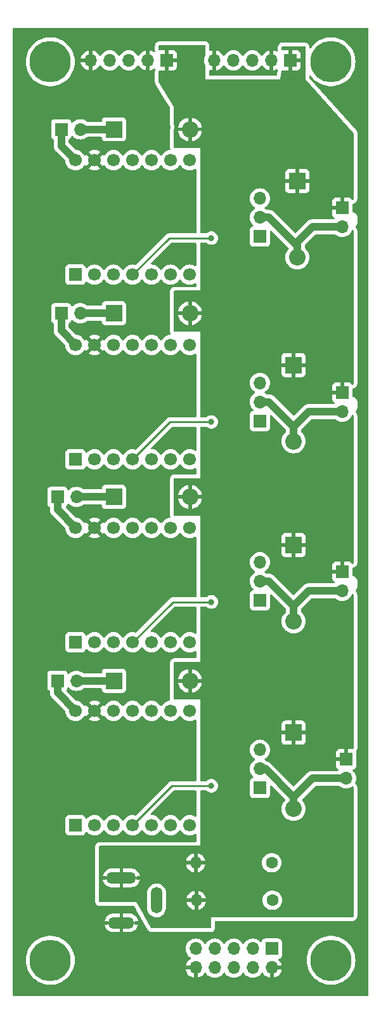
<source format=gbr>
%TF.GenerationSoftware,KiCad,Pcbnew,7.0.9*%
%TF.CreationDate,2025-03-02T20:13:22-05:00*%
%TF.ProjectId,Module_Relay_PCB,4d6f6475-6c65-45f5-9265-6c61795f5043,rev?*%
%TF.SameCoordinates,Original*%
%TF.FileFunction,Copper,L1,Top*%
%TF.FilePolarity,Positive*%
%FSLAX46Y46*%
G04 Gerber Fmt 4.6, Leading zero omitted, Abs format (unit mm)*
G04 Created by KiCad (PCBNEW 7.0.9) date 2025-03-02 20:13:22*
%MOMM*%
%LPD*%
G01*
G04 APERTURE LIST*
%TA.AperFunction,ComponentPad*%
%ADD10R,2.200000X2.200000*%
%TD*%
%TA.AperFunction,ComponentPad*%
%ADD11O,2.200000X2.200000*%
%TD*%
%TA.AperFunction,SMDPad,CuDef*%
%ADD12O,4.013200X1.498600*%
%TD*%
%TA.AperFunction,SMDPad,CuDef*%
%ADD13O,3.505200X1.498600*%
%TD*%
%TA.AperFunction,SMDPad,CuDef*%
%ADD14O,1.498600X3.505200*%
%TD*%
%TA.AperFunction,ComponentPad*%
%ADD15R,1.700000X1.700000*%
%TD*%
%TA.AperFunction,ComponentPad*%
%ADD16C,1.700000*%
%TD*%
%TA.AperFunction,ComponentPad*%
%ADD17O,1.700000X1.700000*%
%TD*%
%TA.AperFunction,ComponentPad*%
%ADD18C,1.600000*%
%TD*%
%TA.AperFunction,ComponentPad*%
%ADD19O,1.600000X1.600000*%
%TD*%
%TA.AperFunction,ComponentPad*%
%ADD20C,5.500000*%
%TD*%
%TA.AperFunction,ViaPad*%
%ADD21C,0.800000*%
%TD*%
%TA.AperFunction,Conductor*%
%ADD22C,1.000000*%
%TD*%
%TA.AperFunction,Conductor*%
%ADD23C,0.250000*%
%TD*%
G04 APERTURE END LIST*
D10*
%TO.P,D4,1,K*%
%TO.N,5V*%
X130500000Y-89500000D03*
D11*
%TO.P,D4,2,A*%
%TO.N,Valve_02_-*%
X130500000Y-99660000D03*
%TD*%
D12*
%TO.P,J1,1,1*%
%TO.N,5V*%
X107500000Y-157840300D03*
D13*
%TO.P,J1,2,2*%
%TO.N,GND*%
X107500000Y-163834700D03*
D14*
%TO.P,J1,3,3*%
%TO.N,unconnected-(J1-Pad3)*%
X112199000Y-160837500D03*
%TD*%
D15*
%TO.P,U2,1,PA02_A0_D0*%
%TO.N,unconnected-(U2-PA02_A0_D0-Pad1)*%
X101380000Y-102080000D03*
D16*
%TO.P,U2,2,PA4_A1_D1*%
%TO.N,unconnected-(U2-PA4_A1_D1-Pad2)*%
X103920000Y-102080000D03*
%TO.P,U2,3,PA10_A2_D2*%
%TO.N,unconnected-(U2-PA10_A2_D2-Pad3)*%
X106460000Y-102080000D03*
%TO.P,U2,4,PA11_A3_D3*%
%TO.N,D3_02*%
X109000000Y-102080000D03*
%TO.P,U2,5,PA8_A4_D4_SDA*%
%TO.N,SDA*%
X111540000Y-102080000D03*
%TO.P,U2,6,PA9_A5_D5_SCL*%
%TO.N,SCL*%
X114080000Y-102080000D03*
%TO.P,U2,7,PB08_A6_D6_TX*%
%TO.N,unconnected-(U2-PB08_A6_D6_TX-Pad7)*%
X116620000Y-102080000D03*
%TO.P,U2,8,PB09_A7_D7_RX*%
%TO.N,unconnected-(U2-PB09_A7_D7_RX-Pad8)*%
X116620000Y-86830000D03*
%TO.P,U2,9,PA7_A8_D8_SCK*%
%TO.N,unconnected-(U2-PA7_A8_D8_SCK-Pad9)*%
X114080000Y-86830000D03*
%TO.P,U2,10,PA5_A9_D9_MISO*%
%TO.N,unconnected-(U2-PA5_A9_D9_MISO-Pad10)*%
X111540000Y-86830000D03*
%TO.P,U2,11,PA6_A10_D10_MOSI*%
%TO.N,unconnected-(U2-PA6_A10_D10_MOSI-Pad11)*%
X109000000Y-86830000D03*
%TO.P,U2,12,3V3*%
%TO.N,unconnected-(U2-3V3-Pad12)*%
X106460000Y-86830000D03*
%TO.P,U2,13,GND*%
%TO.N,GND*%
X103920000Y-86830000D03*
%TO.P,U2,14,5V*%
%TO.N,Net-(J13-Pin_1)*%
X101380000Y-86830000D03*
%TD*%
D15*
%TO.P,J5,1,Pin_1*%
%TO.N,5V*%
X137000000Y-93180000D03*
D17*
%TO.P,J5,2,Pin_2*%
%TO.N,Valve_02_-*%
X137000000Y-95720000D03*
%TD*%
D15*
%TO.P,U1,1,PA02_A0_D0*%
%TO.N,unconnected-(U1-PA02_A0_D0-Pad1)*%
X101380000Y-77455000D03*
D16*
%TO.P,U1,2,PA4_A1_D1*%
%TO.N,unconnected-(U1-PA4_A1_D1-Pad2)*%
X103920000Y-77455000D03*
%TO.P,U1,3,PA10_A2_D2*%
%TO.N,unconnected-(U1-PA10_A2_D2-Pad3)*%
X106460000Y-77455000D03*
%TO.P,U1,4,PA11_A3_D3*%
%TO.N,D3_01*%
X109000000Y-77455000D03*
%TO.P,U1,5,PA8_A4_D4_SDA*%
%TO.N,SDA*%
X111540000Y-77455000D03*
%TO.P,U1,6,PA9_A5_D5_SCL*%
%TO.N,SCL*%
X114080000Y-77455000D03*
%TO.P,U1,7,PB08_A6_D6_TX*%
%TO.N,unconnected-(U1-PB08_A6_D6_TX-Pad7)*%
X116620000Y-77455000D03*
%TO.P,U1,8,PB09_A7_D7_RX*%
%TO.N,unconnected-(U1-PB09_A7_D7_RX-Pad8)*%
X116620000Y-62205000D03*
%TO.P,U1,9,PA7_A8_D8_SCK*%
%TO.N,unconnected-(U1-PA7_A8_D8_SCK-Pad9)*%
X114080000Y-62205000D03*
%TO.P,U1,10,PA5_A9_D9_MISO*%
%TO.N,unconnected-(U1-PA5_A9_D9_MISO-Pad10)*%
X111540000Y-62205000D03*
%TO.P,U1,11,PA6_A10_D10_MOSI*%
%TO.N,unconnected-(U1-PA6_A10_D10_MOSI-Pad11)*%
X109000000Y-62205000D03*
%TO.P,U1,12,3V3*%
%TO.N,unconnected-(U1-3V3-Pad12)*%
X106460000Y-62205000D03*
%TO.P,U1,13,GND*%
%TO.N,GND*%
X103920000Y-62205000D03*
%TO.P,U1,14,5V*%
%TO.N,Net-(J15-Pin_1)*%
X101380000Y-62205000D03*
%TD*%
D15*
%TO.P,J10,1,Pin_1*%
%TO.N,Net-(J10-Pin_1)*%
X98960000Y-131580000D03*
D17*
%TO.P,J10,2,Pin_2*%
%TO.N,Net-(D7-K)*%
X101500000Y-131580000D03*
%TD*%
D15*
%TO.P,J3,1,Pin_1*%
%TO.N,D3_01*%
X126000000Y-72370000D03*
D17*
%TO.P,J3,2,Pin_2*%
%TO.N,Valve_01_-*%
X126000000Y-69830000D03*
%TO.P,J3,3,Pin_3*%
%TO.N,GND*%
X126000000Y-67290000D03*
%TD*%
D15*
%TO.P,J16,1,Pin_1*%
%TO.N,5V*%
X130080000Y-48895000D03*
D17*
%TO.P,J16,2,Pin_2*%
%TO.N,GND*%
X127540000Y-48895000D03*
%TO.P,J16,3,Pin_3*%
%TO.N,SCL*%
X125000000Y-48895000D03*
%TO.P,J16,4,Pin_4*%
%TO.N,SDA*%
X122460000Y-48895000D03*
%TO.P,J16,5,Pin_5*%
%TO.N,GND*%
X119920000Y-48895000D03*
%TD*%
D15*
%TO.P,J14,1,Pin_1*%
%TO.N,Net-(J14-Pin_1)*%
X98960000Y-107080000D03*
D17*
%TO.P,J14,2,Pin_2*%
%TO.N,Net-(D5-K)*%
X101500000Y-107080000D03*
%TD*%
D18*
%TO.P,R2,1*%
%TO.N,SCL*%
X127660000Y-160830000D03*
D19*
%TO.P,R2,2*%
%TO.N,5V*%
X117500000Y-160830000D03*
%TD*%
D10*
%TO.P,D7,1,K*%
%TO.N,Net-(D7-K)*%
X106500000Y-131580000D03*
D11*
%TO.P,D7,2,A*%
%TO.N,5V*%
X116660000Y-131580000D03*
%TD*%
D20*
%TO.P,H4,1*%
%TO.N,N/C*%
X135500000Y-168830000D03*
%TD*%
D15*
%TO.P,J2,1,Pin_1*%
%TO.N,5V*%
X137000000Y-68555000D03*
D17*
%TO.P,J2,2,Pin_2*%
%TO.N,Valve_01_-*%
X137000000Y-71095000D03*
%TD*%
D10*
%TO.P,D6,1,K*%
%TO.N,5V*%
X130500000Y-113500000D03*
D11*
%TO.P,D6,2,A*%
%TO.N,Valve_03_-*%
X130500000Y-123660000D03*
%TD*%
D10*
%TO.P,D8,1,K*%
%TO.N,5V*%
X130500000Y-138500000D03*
D11*
%TO.P,D8,2,A*%
%TO.N,Valve_04_-*%
X130500000Y-148660000D03*
%TD*%
D15*
%TO.P,J9,1,Pin_1*%
%TO.N,5V*%
X137500000Y-142055000D03*
D17*
%TO.P,J9,2,Pin_2*%
%TO.N,Valve_04_-*%
X137500000Y-144595000D03*
%TD*%
D15*
%TO.P,J11,1,Pin_1*%
%TO.N,SCL*%
X127580000Y-167290000D03*
D17*
%TO.P,J11,2,Pin_2*%
%TO.N,GND*%
X127580000Y-169830000D03*
%TO.P,J11,3,Pin_3*%
%TO.N,SDA*%
X125040000Y-167290000D03*
%TO.P,J11,4,Pin_4*%
%TO.N,unconnected-(J11-Pin_4-Pad4)*%
X125040000Y-169830000D03*
%TO.P,J11,5,Pin_5*%
%TO.N,unconnected-(J11-Pin_5-Pad5)*%
X122500000Y-167290000D03*
%TO.P,J11,6,Pin_6*%
%TO.N,unconnected-(J11-Pin_6-Pad6)*%
X122500000Y-169830000D03*
%TO.P,J11,7,Pin_7*%
%TO.N,unconnected-(J11-Pin_7-Pad7)*%
X119960000Y-167290000D03*
%TO.P,J11,8,Pin_8*%
%TO.N,unconnected-(J11-Pin_8-Pad8)*%
X119960000Y-169830000D03*
%TO.P,J11,9,Pin_9*%
%TO.N,unconnected-(J11-Pin_9-Pad9)*%
X117420000Y-167290000D03*
%TO.P,J11,10,Pin_10*%
%TO.N,GND*%
X117420000Y-169830000D03*
%TD*%
D15*
%TO.P,J15,1,Pin_1*%
%TO.N,Net-(J15-Pin_1)*%
X99460000Y-58080000D03*
D17*
%TO.P,J15,2,Pin_2*%
%TO.N,Net-(D1-K)*%
X102000000Y-58080000D03*
%TD*%
D15*
%TO.P,J13,1,Pin_1*%
%TO.N,Net-(J13-Pin_1)*%
X99460000Y-82580000D03*
D17*
%TO.P,J13,2,Pin_2*%
%TO.N,Net-(D3-K)*%
X102000000Y-82580000D03*
%TD*%
D15*
%TO.P,J4,1,Pin_1*%
%TO.N,D3_02*%
X126000000Y-96955000D03*
D17*
%TO.P,J4,2,Pin_2*%
%TO.N,Valve_02_-*%
X126000000Y-94415000D03*
%TO.P,J4,3,Pin_3*%
%TO.N,GND*%
X126000000Y-91875000D03*
%TD*%
D20*
%TO.P,H3,1*%
%TO.N,N/C*%
X98000000Y-168830000D03*
%TD*%
D15*
%TO.P,U4,1,PA02_A0_D0*%
%TO.N,unconnected-(U4-PA02_A0_D0-Pad1)*%
X101380000Y-150830000D03*
D16*
%TO.P,U4,2,PA4_A1_D1*%
%TO.N,unconnected-(U4-PA4_A1_D1-Pad2)*%
X103920000Y-150830000D03*
%TO.P,U4,3,PA10_A2_D2*%
%TO.N,unconnected-(U4-PA10_A2_D2-Pad3)*%
X106460000Y-150830000D03*
%TO.P,U4,4,PA11_A3_D3*%
%TO.N,D3_04*%
X109000000Y-150830000D03*
%TO.P,U4,5,PA8_A4_D4_SDA*%
%TO.N,SDA*%
X111540000Y-150830000D03*
%TO.P,U4,6,PA9_A5_D5_SCL*%
%TO.N,SCL*%
X114080000Y-150830000D03*
%TO.P,U4,7,PB08_A6_D6_TX*%
%TO.N,unconnected-(U4-PB08_A6_D6_TX-Pad7)*%
X116620000Y-150830000D03*
%TO.P,U4,8,PB09_A7_D7_RX*%
%TO.N,unconnected-(U4-PB09_A7_D7_RX-Pad8)*%
X116620000Y-135580000D03*
%TO.P,U4,9,PA7_A8_D8_SCK*%
%TO.N,unconnected-(U4-PA7_A8_D8_SCK-Pad9)*%
X114080000Y-135580000D03*
%TO.P,U4,10,PA5_A9_D9_MISO*%
%TO.N,unconnected-(U4-PA5_A9_D9_MISO-Pad10)*%
X111540000Y-135580000D03*
%TO.P,U4,11,PA6_A10_D10_MOSI*%
%TO.N,unconnected-(U4-PA6_A10_D10_MOSI-Pad11)*%
X109000000Y-135580000D03*
%TO.P,U4,12,3V3*%
%TO.N,unconnected-(U4-3V3-Pad12)*%
X106460000Y-135580000D03*
%TO.P,U4,13,GND*%
%TO.N,GND*%
X103920000Y-135580000D03*
%TO.P,U4,14,5V*%
%TO.N,Net-(J10-Pin_1)*%
X101380000Y-135580000D03*
%TD*%
D10*
%TO.P,D3,1,K*%
%TO.N,Net-(D3-K)*%
X106500000Y-82580000D03*
D11*
%TO.P,D3,2,A*%
%TO.N,5V*%
X116660000Y-82580000D03*
%TD*%
D18*
%TO.P,R1,1*%
%TO.N,SDA*%
X127580000Y-155830000D03*
D19*
%TO.P,R1,2*%
%TO.N,5V*%
X117420000Y-155830000D03*
%TD*%
D15*
%TO.P,J7,1,Pin_1*%
%TO.N,5V*%
X137000000Y-117055000D03*
D17*
%TO.P,J7,2,Pin_2*%
%TO.N,Valve_03_-*%
X137000000Y-119595000D03*
%TD*%
D15*
%TO.P,U3,1,PA02_A0_D0*%
%TO.N,unconnected-(U3-PA02_A0_D0-Pad1)*%
X101380000Y-126455000D03*
D16*
%TO.P,U3,2,PA4_A1_D1*%
%TO.N,unconnected-(U3-PA4_A1_D1-Pad2)*%
X103920000Y-126455000D03*
%TO.P,U3,3,PA10_A2_D2*%
%TO.N,unconnected-(U3-PA10_A2_D2-Pad3)*%
X106460000Y-126455000D03*
%TO.P,U3,4,PA11_A3_D3*%
%TO.N,D3_03*%
X109000000Y-126455000D03*
%TO.P,U3,5,PA8_A4_D4_SDA*%
%TO.N,SDA*%
X111540000Y-126455000D03*
%TO.P,U3,6,PA9_A5_D5_SCL*%
%TO.N,SCL*%
X114080000Y-126455000D03*
%TO.P,U3,7,PB08_A6_D6_TX*%
%TO.N,unconnected-(U3-PB08_A6_D6_TX-Pad7)*%
X116620000Y-126455000D03*
%TO.P,U3,8,PB09_A7_D7_RX*%
%TO.N,unconnected-(U3-PB09_A7_D7_RX-Pad8)*%
X116620000Y-111205000D03*
%TO.P,U3,9,PA7_A8_D8_SCK*%
%TO.N,unconnected-(U3-PA7_A8_D8_SCK-Pad9)*%
X114080000Y-111205000D03*
%TO.P,U3,10,PA5_A9_D9_MISO*%
%TO.N,unconnected-(U3-PA5_A9_D9_MISO-Pad10)*%
X111540000Y-111205000D03*
%TO.P,U3,11,PA6_A10_D10_MOSI*%
%TO.N,unconnected-(U3-PA6_A10_D10_MOSI-Pad11)*%
X109000000Y-111205000D03*
%TO.P,U3,12,3V3*%
%TO.N,unconnected-(U3-3V3-Pad12)*%
X106460000Y-111205000D03*
%TO.P,U3,13,GND*%
%TO.N,GND*%
X103920000Y-111205000D03*
%TO.P,U3,14,5V*%
%TO.N,Net-(J14-Pin_1)*%
X101380000Y-111205000D03*
%TD*%
D20*
%TO.P,H2,1*%
%TO.N,N/C*%
X135500000Y-49080000D03*
%TD*%
D10*
%TO.P,D1,1,K*%
%TO.N,Net-(D1-K)*%
X106500000Y-58080000D03*
D11*
%TO.P,D1,2,A*%
%TO.N,5V*%
X116660000Y-58080000D03*
%TD*%
D20*
%TO.P,H1,1*%
%TO.N,N/C*%
X98000000Y-49080000D03*
%TD*%
D15*
%TO.P,J12,1,Pin_1*%
%TO.N,5V*%
X113570000Y-48895000D03*
D17*
%TO.P,J12,2,Pin_2*%
%TO.N,GND*%
X111030000Y-48895000D03*
%TO.P,J12,3,Pin_3*%
%TO.N,SCL*%
X108490000Y-48895000D03*
%TO.P,J12,4,Pin_4*%
%TO.N,SDA*%
X105950000Y-48895000D03*
%TO.P,J12,5,Pin_5*%
%TO.N,GND*%
X103410000Y-48895000D03*
%TD*%
D15*
%TO.P,J8,1,Pin_1*%
%TO.N,D3_04*%
X126000000Y-145870000D03*
D17*
%TO.P,J8,2,Pin_2*%
%TO.N,Valve_04_-*%
X126000000Y-143330000D03*
%TO.P,J8,3,Pin_3*%
%TO.N,GND*%
X126000000Y-140790000D03*
%TD*%
D10*
%TO.P,D5,1,K*%
%TO.N,Net-(D5-K)*%
X106500000Y-107080000D03*
D11*
%TO.P,D5,2,A*%
%TO.N,5V*%
X116660000Y-107080000D03*
%TD*%
D10*
%TO.P,D2,1,K*%
%TO.N,5V*%
X131000000Y-65000000D03*
D11*
%TO.P,D2,2,A*%
%TO.N,Valve_01_-*%
X131000000Y-75160000D03*
%TD*%
D15*
%TO.P,J6,1,Pin_1*%
%TO.N,D3_03*%
X126000000Y-120855000D03*
D17*
%TO.P,J6,2,Pin_2*%
%TO.N,Valve_03_-*%
X126000000Y-118315000D03*
%TO.P,J6,3,Pin_3*%
%TO.N,GND*%
X126000000Y-115775000D03*
%TD*%
D21*
%TO.N,GND*%
X116840000Y-99060000D03*
X116840000Y-148590000D03*
X116840000Y-123825000D03*
X111760000Y-115570000D03*
X113665000Y-57785000D03*
X111760000Y-91440000D03*
X114300000Y-67945000D03*
X111760000Y-83185000D03*
X111760000Y-107315000D03*
X116840000Y-74295000D03*
X111760000Y-139700000D03*
X126365000Y-164465000D03*
%TO.N,D3_01*%
X119500000Y-72580000D03*
%TO.N,D3_02*%
X119500000Y-97080000D03*
%TO.N,D3_03*%
X119500000Y-121080000D03*
%TO.N,D3_04*%
X119500000Y-145580000D03*
%TD*%
D22*
%TO.N,Net-(D1-K)*%
X106500000Y-58080000D02*
X102000000Y-58080000D01*
%TO.N,Valve_01_-*%
X127202081Y-69830000D02*
X131000000Y-73627919D01*
X131000000Y-73080000D02*
X131000000Y-75160000D01*
X133000000Y-71080000D02*
X131000000Y-73080000D01*
X137000000Y-71095000D02*
X133015000Y-71095000D01*
X126000000Y-69830000D02*
X127202081Y-69830000D01*
X133015000Y-71095000D02*
X133000000Y-71080000D01*
X131000000Y-73627919D02*
X131000000Y-75160000D01*
%TO.N,Net-(D3-K)*%
X106500000Y-82580000D02*
X102000000Y-82580000D01*
%TO.N,Valve_02_-*%
X127202081Y-94415000D02*
X130500000Y-97712919D01*
X137000000Y-95720000D02*
X132492919Y-95720000D01*
X126000000Y-94415000D02*
X127202081Y-94415000D01*
X132492919Y-95720000D02*
X130500000Y-97712919D01*
X130500000Y-97712919D02*
X130500000Y-99660000D01*
%TO.N,Net-(D5-K)*%
X106500000Y-107080000D02*
X101500000Y-107080000D01*
%TO.N,Valve_03_-*%
X127202081Y-118315000D02*
X130500000Y-121612919D01*
X132517919Y-119595000D02*
X130500000Y-121612919D01*
X137000000Y-119595000D02*
X132517919Y-119595000D01*
X130500000Y-121612919D02*
X130500000Y-123660000D01*
X126000000Y-118315000D02*
X127202081Y-118315000D01*
%TO.N,Net-(D7-K)*%
X106500000Y-131580000D02*
X101500000Y-131580000D01*
%TO.N,Valve_04_-*%
X137500000Y-144595000D02*
X133009366Y-144595000D01*
X126725634Y-143330000D02*
X126000000Y-143330000D01*
X130500000Y-147104366D02*
X126725634Y-143330000D01*
X133009366Y-144595000D02*
X130500000Y-147104366D01*
X130500000Y-148660000D02*
X130500000Y-147104366D01*
D23*
%TO.N,D3_01*%
X109000000Y-77455000D02*
X113875000Y-72580000D01*
X113875000Y-72580000D02*
X119500000Y-72580000D01*
%TO.N,D3_02*%
X109000000Y-102080000D02*
X114000000Y-97080000D01*
X114000000Y-97080000D02*
X119500000Y-97080000D01*
%TO.N,D3_03*%
X114375000Y-121080000D02*
X119500000Y-121080000D01*
X109000000Y-126455000D02*
X114375000Y-121080000D01*
%TO.N,D3_04*%
X114250000Y-145580000D02*
X119500000Y-145580000D01*
X109000000Y-150830000D02*
X114250000Y-145580000D01*
D22*
%TO.N,Net-(J10-Pin_1)*%
X98960000Y-131580000D02*
X98960000Y-133160000D01*
X98960000Y-133160000D02*
X101380000Y-135580000D01*
%TO.N,Net-(J13-Pin_1)*%
X99460000Y-84910000D02*
X101380000Y-86830000D01*
X99460000Y-82580000D02*
X99460000Y-84910000D01*
%TO.N,Net-(J14-Pin_1)*%
X98960000Y-108785000D02*
X101380000Y-111205000D01*
X98960000Y-107080000D02*
X98960000Y-108785000D01*
%TO.N,Net-(J15-Pin_1)*%
X99460000Y-60285000D02*
X101380000Y-62205000D01*
X99460000Y-58080000D02*
X99460000Y-60285000D01*
%TD*%
%TA.AperFunction,Conductor*%
%TO.N,5V*%
G36*
X128270000Y-53975000D02*
G01*
X132080000Y-53975000D01*
X132080000Y-51435000D01*
X138468236Y-58544650D01*
X138498400Y-58607671D01*
X138500000Y-58627525D01*
X138500000Y-67366398D01*
X138480315Y-67433437D01*
X138427511Y-67479192D01*
X138358353Y-67489136D01*
X138294797Y-67460111D01*
X138276734Y-67440710D01*
X138207187Y-67347809D01*
X138092093Y-67261649D01*
X138092086Y-67261645D01*
X137957379Y-67211403D01*
X137957372Y-67211401D01*
X137897844Y-67205000D01*
X137250000Y-67205000D01*
X137250000Y-68119498D01*
X137142315Y-68070320D01*
X137035763Y-68055000D01*
X136964237Y-68055000D01*
X136857685Y-68070320D01*
X136750000Y-68119498D01*
X136750000Y-67205000D01*
X136102155Y-67205000D01*
X136042627Y-67211401D01*
X136042620Y-67211403D01*
X135907913Y-67261645D01*
X135907906Y-67261649D01*
X135792812Y-67347809D01*
X135792809Y-67347812D01*
X135706649Y-67462906D01*
X135706645Y-67462913D01*
X135656403Y-67597620D01*
X135656401Y-67597627D01*
X135650000Y-67657155D01*
X135650000Y-68305000D01*
X136566314Y-68305000D01*
X136540507Y-68345156D01*
X136500000Y-68483111D01*
X136500000Y-68626889D01*
X136540507Y-68764844D01*
X136566314Y-68805000D01*
X135650000Y-68805000D01*
X135650000Y-69452844D01*
X135656401Y-69512372D01*
X135656403Y-69512379D01*
X135706645Y-69647086D01*
X135706649Y-69647093D01*
X135792809Y-69762187D01*
X135792812Y-69762190D01*
X135907906Y-69848350D01*
X135907913Y-69848354D01*
X135923903Y-69854318D01*
X135979837Y-69896189D01*
X136004254Y-69961653D01*
X135989403Y-70029926D01*
X135939998Y-70079332D01*
X135880570Y-70094500D01*
X133210141Y-70094500D01*
X133183681Y-70090789D01*
X133183604Y-70091222D01*
X133177421Y-70090113D01*
X133169208Y-70089487D01*
X133161345Y-70088888D01*
X133142743Y-70086038D01*
X133136757Y-70084649D01*
X133127051Y-70082397D01*
X133052257Y-70080501D01*
X133049121Y-70080342D01*
X132981269Y-70075176D01*
X132974524Y-70074663D01*
X132974523Y-70074663D01*
X132958537Y-70076698D01*
X132939746Y-70077650D01*
X132923644Y-70077242D01*
X132923631Y-70077243D01*
X132849987Y-70090442D01*
X132846883Y-70090918D01*
X132772673Y-70100369D01*
X132772672Y-70100369D01*
X132757425Y-70105581D01*
X132739206Y-70110299D01*
X132723346Y-70113142D01*
X132723345Y-70113142D01*
X132653880Y-70140889D01*
X132650936Y-70141979D01*
X132580129Y-70166183D01*
X132580127Y-70166184D01*
X132566242Y-70174357D01*
X132549350Y-70182643D01*
X132534384Y-70188622D01*
X132471915Y-70229792D01*
X132469251Y-70231452D01*
X132404773Y-70269409D01*
X132392814Y-70280213D01*
X132377930Y-70291734D01*
X132364483Y-70300596D01*
X132311582Y-70353496D01*
X132309306Y-70355659D01*
X132253786Y-70405821D01*
X132244252Y-70418805D01*
X132231987Y-70433091D01*
X130813721Y-71851357D01*
X130752398Y-71884842D01*
X130682706Y-71879858D01*
X130638359Y-71851357D01*
X127918533Y-69131532D01*
X127857142Y-69066949D01*
X127857141Y-69066948D01*
X127857140Y-69066947D01*
X127829285Y-69047559D01*
X127806790Y-69031902D01*
X127803027Y-69029064D01*
X127755494Y-68990305D01*
X127755487Y-68990300D01*
X127725040Y-68974397D01*
X127718332Y-68970334D01*
X127690130Y-68950705D01*
X127690127Y-68950703D01*
X127690126Y-68950703D01*
X127690122Y-68950701D01*
X127633761Y-68926514D01*
X127629505Y-68924493D01*
X127575138Y-68896094D01*
X127575131Y-68896091D01*
X127575130Y-68896091D01*
X127569089Y-68894362D01*
X127542111Y-68886642D01*
X127534711Y-68884008D01*
X127503138Y-68870459D01*
X127503139Y-68870459D01*
X127443047Y-68858109D01*
X127438472Y-68856986D01*
X127379501Y-68840113D01*
X127379506Y-68840113D01*
X127345239Y-68837503D01*
X127337461Y-68836412D01*
X127303823Y-68829500D01*
X127303822Y-68829500D01*
X127242483Y-68829500D01*
X127237776Y-68829321D01*
X127232202Y-68828896D01*
X127176605Y-68824662D01*
X127156670Y-68827201D01*
X127142521Y-68829003D01*
X127134692Y-68829500D01*
X126960758Y-68829500D01*
X126893719Y-68809815D01*
X126873077Y-68793181D01*
X126871402Y-68791506D01*
X126871396Y-68791501D01*
X126685842Y-68661575D01*
X126642217Y-68606998D01*
X126635023Y-68537500D01*
X126666546Y-68475145D01*
X126685842Y-68458425D01*
X126708026Y-68442891D01*
X126871401Y-68328495D01*
X127038495Y-68161401D01*
X127174035Y-67967830D01*
X127273903Y-67753663D01*
X127335063Y-67525408D01*
X127355659Y-67290000D01*
X127335063Y-67054592D01*
X127273903Y-66826337D01*
X127174035Y-66612171D01*
X127165513Y-66599999D01*
X127038494Y-66418597D01*
X126871402Y-66251506D01*
X126871395Y-66251501D01*
X126723359Y-66147844D01*
X129400000Y-66147844D01*
X129406401Y-66207372D01*
X129406403Y-66207379D01*
X129456645Y-66342086D01*
X129456649Y-66342093D01*
X129542809Y-66457187D01*
X129542812Y-66457190D01*
X129657906Y-66543350D01*
X129657913Y-66543354D01*
X129792620Y-66593596D01*
X129792627Y-66593598D01*
X129852155Y-66599999D01*
X129852172Y-66600000D01*
X130750000Y-66600000D01*
X130750000Y-65491683D01*
X130778819Y-65509209D01*
X130924404Y-65550000D01*
X131037622Y-65550000D01*
X131149783Y-65534584D01*
X131250000Y-65491053D01*
X131250000Y-66600000D01*
X132147828Y-66600000D01*
X132147844Y-66599999D01*
X132207372Y-66593598D01*
X132207379Y-66593596D01*
X132342086Y-66543354D01*
X132342093Y-66543350D01*
X132457187Y-66457190D01*
X132457190Y-66457187D01*
X132543350Y-66342093D01*
X132543354Y-66342086D01*
X132593596Y-66207379D01*
X132593598Y-66207372D01*
X132599999Y-66147844D01*
X132600000Y-66147827D01*
X132600000Y-65250000D01*
X131494852Y-65250000D01*
X131543559Y-65112953D01*
X131553877Y-64962114D01*
X131523116Y-64814085D01*
X131489910Y-64750000D01*
X132600000Y-64750000D01*
X132600000Y-63852172D01*
X132599999Y-63852155D01*
X132593598Y-63792627D01*
X132593596Y-63792620D01*
X132543354Y-63657913D01*
X132543350Y-63657906D01*
X132457190Y-63542812D01*
X132457187Y-63542809D01*
X132342093Y-63456649D01*
X132342086Y-63456645D01*
X132207379Y-63406403D01*
X132207372Y-63406401D01*
X132147844Y-63400000D01*
X131250000Y-63400000D01*
X131250000Y-64508316D01*
X131221181Y-64490791D01*
X131075596Y-64450000D01*
X130962378Y-64450000D01*
X130850217Y-64465416D01*
X130750000Y-64508946D01*
X130750000Y-63400000D01*
X129852155Y-63400000D01*
X129792627Y-63406401D01*
X129792620Y-63406403D01*
X129657913Y-63456645D01*
X129657906Y-63456649D01*
X129542812Y-63542809D01*
X129542809Y-63542812D01*
X129456649Y-63657906D01*
X129456645Y-63657913D01*
X129406403Y-63792620D01*
X129406401Y-63792627D01*
X129400000Y-63852155D01*
X129400000Y-64750000D01*
X130505148Y-64750000D01*
X130456441Y-64887047D01*
X130446123Y-65037886D01*
X130476884Y-65185915D01*
X130510090Y-65250000D01*
X129400000Y-65250000D01*
X129400000Y-66147844D01*
X126723359Y-66147844D01*
X126677834Y-66115967D01*
X126677830Y-66115965D01*
X126677828Y-66115964D01*
X126463663Y-66016097D01*
X126463659Y-66016096D01*
X126463655Y-66016094D01*
X126235413Y-65954938D01*
X126235403Y-65954936D01*
X126000001Y-65934341D01*
X125999999Y-65934341D01*
X125764596Y-65954936D01*
X125764586Y-65954938D01*
X125536344Y-66016094D01*
X125536335Y-66016098D01*
X125322171Y-66115964D01*
X125322169Y-66115965D01*
X125128597Y-66251505D01*
X124961505Y-66418597D01*
X124825965Y-66612169D01*
X124825964Y-66612171D01*
X124726098Y-66826335D01*
X124726094Y-66826344D01*
X124664938Y-67054586D01*
X124664936Y-67054596D01*
X124644341Y-67289999D01*
X124644341Y-67290000D01*
X124664936Y-67525403D01*
X124664938Y-67525413D01*
X124726094Y-67753655D01*
X124726096Y-67753659D01*
X124726097Y-67753663D01*
X124825965Y-67967830D01*
X124825967Y-67967834D01*
X124961501Y-68161395D01*
X124961506Y-68161402D01*
X125128597Y-68328493D01*
X125128603Y-68328498D01*
X125314158Y-68458425D01*
X125357783Y-68513002D01*
X125364977Y-68582500D01*
X125333454Y-68644855D01*
X125314158Y-68661575D01*
X125128597Y-68791505D01*
X124961505Y-68958597D01*
X124825965Y-69152169D01*
X124825964Y-69152171D01*
X124726098Y-69366335D01*
X124726094Y-69366344D01*
X124664938Y-69594586D01*
X124664936Y-69594596D01*
X124644341Y-69829999D01*
X124644341Y-69830000D01*
X124664936Y-70065403D01*
X124664938Y-70065413D01*
X124726094Y-70293655D01*
X124726096Y-70293659D01*
X124726097Y-70293663D01*
X124783689Y-70417169D01*
X124825965Y-70507830D01*
X124825967Y-70507834D01*
X124961501Y-70701395D01*
X124961506Y-70701402D01*
X125083430Y-70823326D01*
X125116915Y-70884649D01*
X125111931Y-70954341D01*
X125070059Y-71010274D01*
X125039083Y-71027189D01*
X124907669Y-71076203D01*
X124907664Y-71076206D01*
X124792455Y-71162452D01*
X124792452Y-71162455D01*
X124706206Y-71277664D01*
X124706202Y-71277671D01*
X124655908Y-71412517D01*
X124649501Y-71472116D01*
X124649500Y-71472135D01*
X124649500Y-73267870D01*
X124649501Y-73267876D01*
X124655908Y-73327483D01*
X124706202Y-73462328D01*
X124706206Y-73462335D01*
X124792452Y-73577544D01*
X124792455Y-73577547D01*
X124907664Y-73663793D01*
X124907671Y-73663797D01*
X125042517Y-73714091D01*
X125042516Y-73714091D01*
X125049444Y-73714835D01*
X125102127Y-73720500D01*
X126897872Y-73720499D01*
X126957483Y-73714091D01*
X127092331Y-73663796D01*
X127207546Y-73577546D01*
X127293796Y-73462331D01*
X127344091Y-73327483D01*
X127350500Y-73267873D01*
X127350499Y-71692700D01*
X127370184Y-71625662D01*
X127422987Y-71579907D01*
X127492146Y-71569963D01*
X127555702Y-71598988D01*
X127562180Y-71605020D01*
X129837694Y-73880534D01*
X129871179Y-73941857D01*
X129866195Y-74011549D01*
X129844303Y-74048747D01*
X129701161Y-74216343D01*
X129701160Y-74216346D01*
X129569533Y-74431140D01*
X129473126Y-74663889D01*
X129414317Y-74908848D01*
X129394551Y-75160000D01*
X129414317Y-75411151D01*
X129473126Y-75656110D01*
X129569533Y-75888859D01*
X129701160Y-76103653D01*
X129701161Y-76103656D01*
X129701164Y-76103659D01*
X129864776Y-76295224D01*
X130013066Y-76421875D01*
X130056343Y-76458838D01*
X130056346Y-76458839D01*
X130271140Y-76590466D01*
X130503889Y-76686873D01*
X130748852Y-76745683D01*
X131000000Y-76765449D01*
X131251148Y-76745683D01*
X131496111Y-76686873D01*
X131728859Y-76590466D01*
X131943659Y-76458836D01*
X132135224Y-76295224D01*
X132298836Y-76103659D01*
X132430466Y-75888859D01*
X132526873Y-75656111D01*
X132585683Y-75411148D01*
X132605449Y-75160000D01*
X132585683Y-74908852D01*
X132526873Y-74663889D01*
X132430466Y-74431141D01*
X132430466Y-74431140D01*
X132298839Y-74216346D01*
X132298838Y-74216343D01*
X132261875Y-74173066D01*
X132135224Y-74024776D01*
X132072034Y-73970806D01*
X132043968Y-73946835D01*
X132005775Y-73888327D01*
X132000500Y-73852545D01*
X132000500Y-73640635D01*
X132002098Y-73577546D01*
X132002757Y-73551556D01*
X132002756Y-73551554D01*
X132002916Y-73545271D01*
X132004550Y-73545312D01*
X132017421Y-73484828D01*
X132038838Y-73456081D01*
X133363101Y-72131819D01*
X133424424Y-72098334D01*
X133450782Y-72095500D01*
X136039242Y-72095500D01*
X136106281Y-72115185D01*
X136126923Y-72131819D01*
X136128599Y-72133495D01*
X136225384Y-72201265D01*
X136322165Y-72269032D01*
X136322167Y-72269033D01*
X136322170Y-72269035D01*
X136536337Y-72368903D01*
X136764592Y-72430063D01*
X136952918Y-72446539D01*
X136999999Y-72450659D01*
X137000000Y-72450659D01*
X137000001Y-72450659D01*
X137039234Y-72447226D01*
X137235408Y-72430063D01*
X137463663Y-72368903D01*
X137677830Y-72269035D01*
X137871401Y-72133495D01*
X138038495Y-71966401D01*
X138174035Y-71772830D01*
X138263619Y-71580716D01*
X138309790Y-71528279D01*
X138376984Y-71509127D01*
X138443865Y-71529343D01*
X138489199Y-71582508D01*
X138500000Y-71633123D01*
X138500000Y-91991398D01*
X138480315Y-92058437D01*
X138427511Y-92104192D01*
X138358353Y-92114136D01*
X138294797Y-92085111D01*
X138276734Y-92065710D01*
X138207187Y-91972809D01*
X138092093Y-91886649D01*
X138092086Y-91886645D01*
X137957379Y-91836403D01*
X137957372Y-91836401D01*
X137897844Y-91830000D01*
X137250000Y-91830000D01*
X137250000Y-92744498D01*
X137142315Y-92695320D01*
X137035763Y-92680000D01*
X136964237Y-92680000D01*
X136857685Y-92695320D01*
X136750000Y-92744498D01*
X136750000Y-91830000D01*
X136102155Y-91830000D01*
X136042627Y-91836401D01*
X136042620Y-91836403D01*
X135907913Y-91886645D01*
X135907906Y-91886649D01*
X135792812Y-91972809D01*
X135792809Y-91972812D01*
X135706649Y-92087906D01*
X135706645Y-92087913D01*
X135656403Y-92222620D01*
X135656401Y-92222627D01*
X135650000Y-92282155D01*
X135650000Y-92930000D01*
X136566314Y-92930000D01*
X136540507Y-92970156D01*
X136500000Y-93108111D01*
X136500000Y-93251889D01*
X136540507Y-93389844D01*
X136566314Y-93430000D01*
X135650000Y-93430000D01*
X135650000Y-94077844D01*
X135656401Y-94137372D01*
X135656403Y-94137379D01*
X135706645Y-94272086D01*
X135706649Y-94272093D01*
X135792809Y-94387187D01*
X135792812Y-94387190D01*
X135907906Y-94473350D01*
X135907913Y-94473354D01*
X135923903Y-94479318D01*
X135979837Y-94521189D01*
X136004254Y-94586653D01*
X135989403Y-94654926D01*
X135939998Y-94704332D01*
X135880570Y-94719500D01*
X132505618Y-94719500D01*
X132416558Y-94717242D01*
X132416554Y-94717242D01*
X132364742Y-94726529D01*
X132356173Y-94728064D01*
X132351514Y-94728718D01*
X132290483Y-94734925D01*
X132290481Y-94734926D01*
X132257699Y-94745210D01*
X132250075Y-94747081D01*
X132242227Y-94748488D01*
X132216268Y-94753141D01*
X132159300Y-94775895D01*
X132154864Y-94777474D01*
X132096333Y-94795840D01*
X132096329Y-94795842D01*
X132066297Y-94812510D01*
X132059203Y-94815879D01*
X132027301Y-94828623D01*
X132027296Y-94828625D01*
X131976075Y-94862381D01*
X131972047Y-94864822D01*
X131918420Y-94894588D01*
X131892353Y-94916965D01*
X131886084Y-94921692D01*
X131857403Y-94940595D01*
X131857397Y-94940600D01*
X131814028Y-94983968D01*
X131810574Y-94987169D01*
X131764021Y-95027136D01*
X131742995Y-95054298D01*
X131737804Y-95060192D01*
X130587680Y-96210316D01*
X130526357Y-96243801D01*
X130456665Y-96238817D01*
X130412318Y-96210316D01*
X127918533Y-93716532D01*
X127857142Y-93651949D01*
X127857141Y-93651948D01*
X127857140Y-93651947D01*
X127829285Y-93632559D01*
X127806790Y-93616902D01*
X127803027Y-93614064D01*
X127755494Y-93575305D01*
X127755487Y-93575300D01*
X127725040Y-93559397D01*
X127718332Y-93555334D01*
X127690130Y-93535705D01*
X127690127Y-93535703D01*
X127690126Y-93535703D01*
X127690122Y-93535701D01*
X127633761Y-93511514D01*
X127629505Y-93509493D01*
X127575138Y-93481094D01*
X127575131Y-93481091D01*
X127575130Y-93481091D01*
X127569089Y-93479362D01*
X127542111Y-93471642D01*
X127534711Y-93469008D01*
X127503138Y-93455459D01*
X127503139Y-93455459D01*
X127443047Y-93443109D01*
X127438472Y-93441986D01*
X127379501Y-93425113D01*
X127379506Y-93425113D01*
X127345239Y-93422503D01*
X127337461Y-93421412D01*
X127303823Y-93414500D01*
X127303822Y-93414500D01*
X127242483Y-93414500D01*
X127237776Y-93414321D01*
X127232202Y-93413896D01*
X127176605Y-93409662D01*
X127156670Y-93412201D01*
X127142521Y-93414003D01*
X127134692Y-93414500D01*
X126960758Y-93414500D01*
X126893719Y-93394815D01*
X126873077Y-93378181D01*
X126871402Y-93376506D01*
X126871396Y-93376501D01*
X126685842Y-93246575D01*
X126642217Y-93191998D01*
X126635023Y-93122500D01*
X126666546Y-93060145D01*
X126685842Y-93043425D01*
X126708026Y-93027891D01*
X126871401Y-92913495D01*
X127038495Y-92746401D01*
X127174035Y-92552830D01*
X127273903Y-92338663D01*
X127335063Y-92110408D01*
X127355659Y-91875000D01*
X127335063Y-91639592D01*
X127273903Y-91411337D01*
X127174035Y-91197171D01*
X127105996Y-91100000D01*
X127038494Y-91003597D01*
X126871402Y-90836506D01*
X126871395Y-90836501D01*
X126677834Y-90700967D01*
X126677830Y-90700965D01*
X126677828Y-90700964D01*
X126563912Y-90647844D01*
X128900000Y-90647844D01*
X128906401Y-90707372D01*
X128906403Y-90707379D01*
X128956645Y-90842086D01*
X128956649Y-90842093D01*
X129042809Y-90957187D01*
X129042812Y-90957190D01*
X129157906Y-91043350D01*
X129157913Y-91043354D01*
X129292620Y-91093596D01*
X129292627Y-91093598D01*
X129352155Y-91099999D01*
X129352172Y-91100000D01*
X130250000Y-91100000D01*
X130250000Y-89991683D01*
X130278819Y-90009209D01*
X130424404Y-90050000D01*
X130537622Y-90050000D01*
X130649783Y-90034584D01*
X130750000Y-89991053D01*
X130750000Y-91100000D01*
X131647828Y-91100000D01*
X131647844Y-91099999D01*
X131707372Y-91093598D01*
X131707379Y-91093596D01*
X131842086Y-91043354D01*
X131842093Y-91043350D01*
X131957187Y-90957190D01*
X131957190Y-90957187D01*
X132043350Y-90842093D01*
X132043354Y-90842086D01*
X132093596Y-90707379D01*
X132093598Y-90707372D01*
X132099999Y-90647844D01*
X132100000Y-90647827D01*
X132100000Y-89750000D01*
X130994852Y-89750000D01*
X131043559Y-89612953D01*
X131053877Y-89462114D01*
X131023116Y-89314085D01*
X130989910Y-89250000D01*
X132100000Y-89250000D01*
X132100000Y-88352172D01*
X132099999Y-88352155D01*
X132093598Y-88292627D01*
X132093596Y-88292620D01*
X132043354Y-88157913D01*
X132043350Y-88157906D01*
X131957190Y-88042812D01*
X131957187Y-88042809D01*
X131842093Y-87956649D01*
X131842086Y-87956645D01*
X131707379Y-87906403D01*
X131707372Y-87906401D01*
X131647844Y-87900000D01*
X130750000Y-87900000D01*
X130750000Y-89008316D01*
X130721181Y-88990791D01*
X130575596Y-88950000D01*
X130462378Y-88950000D01*
X130350217Y-88965416D01*
X130250000Y-89008946D01*
X130250000Y-87900000D01*
X129352155Y-87900000D01*
X129292627Y-87906401D01*
X129292620Y-87906403D01*
X129157913Y-87956645D01*
X129157906Y-87956649D01*
X129042812Y-88042809D01*
X129042809Y-88042812D01*
X128956649Y-88157906D01*
X128956645Y-88157913D01*
X128906403Y-88292620D01*
X128906401Y-88292627D01*
X128900000Y-88352155D01*
X128900000Y-89250000D01*
X130005148Y-89250000D01*
X129956441Y-89387047D01*
X129946123Y-89537886D01*
X129976884Y-89685915D01*
X130010090Y-89750000D01*
X128900000Y-89750000D01*
X128900000Y-90647844D01*
X126563912Y-90647844D01*
X126463663Y-90601097D01*
X126463659Y-90601096D01*
X126463655Y-90601094D01*
X126235413Y-90539938D01*
X126235403Y-90539936D01*
X126000001Y-90519341D01*
X125999999Y-90519341D01*
X125764596Y-90539936D01*
X125764586Y-90539938D01*
X125536344Y-90601094D01*
X125536335Y-90601098D01*
X125322171Y-90700964D01*
X125322169Y-90700965D01*
X125128597Y-90836505D01*
X124961505Y-91003597D01*
X124825965Y-91197169D01*
X124825964Y-91197171D01*
X124726098Y-91411335D01*
X124726094Y-91411344D01*
X124664938Y-91639586D01*
X124664936Y-91639596D01*
X124644341Y-91874999D01*
X124644341Y-91875000D01*
X124664936Y-92110403D01*
X124664938Y-92110413D01*
X124726094Y-92338655D01*
X124726096Y-92338659D01*
X124726097Y-92338663D01*
X124825965Y-92552830D01*
X124825967Y-92552834D01*
X124961501Y-92746395D01*
X124961506Y-92746402D01*
X125128597Y-92913493D01*
X125128603Y-92913498D01*
X125314158Y-93043425D01*
X125357783Y-93098002D01*
X125364977Y-93167500D01*
X125333454Y-93229855D01*
X125314158Y-93246575D01*
X125128597Y-93376505D01*
X124961505Y-93543597D01*
X124825965Y-93737169D01*
X124825964Y-93737171D01*
X124726098Y-93951335D01*
X124726094Y-93951344D01*
X124664938Y-94179586D01*
X124664936Y-94179596D01*
X124644341Y-94414999D01*
X124644341Y-94415000D01*
X124664936Y-94650403D01*
X124664938Y-94650413D01*
X124726094Y-94878655D01*
X124726096Y-94878659D01*
X124726097Y-94878663D01*
X124795331Y-95027136D01*
X124825965Y-95092830D01*
X124825967Y-95092834D01*
X124961501Y-95286395D01*
X124961506Y-95286402D01*
X125083430Y-95408326D01*
X125116915Y-95469649D01*
X125111931Y-95539341D01*
X125070059Y-95595274D01*
X125039083Y-95612189D01*
X124907669Y-95661203D01*
X124907664Y-95661206D01*
X124792455Y-95747452D01*
X124792452Y-95747455D01*
X124706206Y-95862664D01*
X124706202Y-95862671D01*
X124655908Y-95997517D01*
X124649501Y-96057116D01*
X124649500Y-96057135D01*
X124649500Y-97852870D01*
X124649501Y-97852876D01*
X124655908Y-97912483D01*
X124706202Y-98047328D01*
X124706206Y-98047335D01*
X124792452Y-98162544D01*
X124792455Y-98162547D01*
X124907664Y-98248793D01*
X124907671Y-98248797D01*
X125042517Y-98299091D01*
X125042516Y-98299091D01*
X125049444Y-98299835D01*
X125102127Y-98305500D01*
X126897872Y-98305499D01*
X126957483Y-98299091D01*
X127092331Y-98248796D01*
X127207546Y-98162546D01*
X127293796Y-98047331D01*
X127344091Y-97912483D01*
X127350500Y-97852873D01*
X127350499Y-96277700D01*
X127370184Y-96210662D01*
X127422987Y-96164907D01*
X127492146Y-96154963D01*
X127555702Y-96183988D01*
X127562180Y-96190020D01*
X129463181Y-98091021D01*
X129496666Y-98152344D01*
X129499500Y-98178702D01*
X129499500Y-98352545D01*
X129479815Y-98419584D01*
X129456032Y-98446835D01*
X129364776Y-98524776D01*
X129201161Y-98716343D01*
X129201160Y-98716346D01*
X129069533Y-98931140D01*
X128973126Y-99163889D01*
X128914317Y-99408848D01*
X128894551Y-99660000D01*
X128914317Y-99911151D01*
X128973126Y-100156110D01*
X129069533Y-100388859D01*
X129201160Y-100603653D01*
X129201161Y-100603656D01*
X129201164Y-100603659D01*
X129364776Y-100795224D01*
X129513066Y-100921875D01*
X129556343Y-100958838D01*
X129556346Y-100958839D01*
X129771140Y-101090466D01*
X130003889Y-101186873D01*
X130248852Y-101245683D01*
X130500000Y-101265449D01*
X130751148Y-101245683D01*
X130996111Y-101186873D01*
X131228859Y-101090466D01*
X131443659Y-100958836D01*
X131635224Y-100795224D01*
X131798836Y-100603659D01*
X131930466Y-100388859D01*
X132026873Y-100156111D01*
X132085683Y-99911148D01*
X132105449Y-99660000D01*
X132085683Y-99408852D01*
X132026873Y-99163889D01*
X131930466Y-98931141D01*
X131930466Y-98931140D01*
X131798839Y-98716346D01*
X131798838Y-98716343D01*
X131761875Y-98673066D01*
X131635224Y-98524776D01*
X131575376Y-98473660D01*
X131543968Y-98446835D01*
X131505775Y-98388327D01*
X131500500Y-98352545D01*
X131500500Y-98178701D01*
X131520185Y-98111662D01*
X131536819Y-98091020D01*
X132871020Y-96756819D01*
X132932343Y-96723334D01*
X132958701Y-96720500D01*
X136039242Y-96720500D01*
X136106281Y-96740185D01*
X136126923Y-96756819D01*
X136128599Y-96758495D01*
X136225384Y-96826265D01*
X136322165Y-96894032D01*
X136322167Y-96894033D01*
X136322170Y-96894035D01*
X136536337Y-96993903D01*
X136764592Y-97055063D01*
X136952918Y-97071539D01*
X136999999Y-97075659D01*
X137000000Y-97075659D01*
X137000001Y-97075659D01*
X137039234Y-97072226D01*
X137235408Y-97055063D01*
X137463663Y-96993903D01*
X137677830Y-96894035D01*
X137871401Y-96758495D01*
X138038495Y-96591401D01*
X138174035Y-96397830D01*
X138263619Y-96205716D01*
X138309790Y-96153279D01*
X138376984Y-96134127D01*
X138443865Y-96154343D01*
X138489199Y-96207508D01*
X138500000Y-96258123D01*
X138500000Y-115866398D01*
X138480315Y-115933437D01*
X138427511Y-115979192D01*
X138358353Y-115989136D01*
X138294797Y-115960111D01*
X138276734Y-115940710D01*
X138207187Y-115847809D01*
X138092093Y-115761649D01*
X138092086Y-115761645D01*
X137957379Y-115711403D01*
X137957372Y-115711401D01*
X137897844Y-115705000D01*
X137250000Y-115705000D01*
X137250000Y-116619498D01*
X137142315Y-116570320D01*
X137035763Y-116555000D01*
X136964237Y-116555000D01*
X136857685Y-116570320D01*
X136750000Y-116619498D01*
X136750000Y-115705000D01*
X136102155Y-115705000D01*
X136042627Y-115711401D01*
X136042620Y-115711403D01*
X135907913Y-115761645D01*
X135907906Y-115761649D01*
X135792812Y-115847809D01*
X135792809Y-115847812D01*
X135706649Y-115962906D01*
X135706645Y-115962913D01*
X135656403Y-116097620D01*
X135656401Y-116097627D01*
X135650000Y-116157155D01*
X135650000Y-116805000D01*
X136566314Y-116805000D01*
X136540507Y-116845156D01*
X136500000Y-116983111D01*
X136500000Y-117126889D01*
X136540507Y-117264844D01*
X136566314Y-117305000D01*
X135650000Y-117305000D01*
X135650000Y-117952844D01*
X135656401Y-118012372D01*
X135656403Y-118012379D01*
X135706645Y-118147086D01*
X135706649Y-118147093D01*
X135792809Y-118262187D01*
X135792812Y-118262190D01*
X135907906Y-118348350D01*
X135907913Y-118348354D01*
X135923903Y-118354318D01*
X135979837Y-118396189D01*
X136004254Y-118461653D01*
X135989403Y-118529926D01*
X135939998Y-118579332D01*
X135880570Y-118594500D01*
X132530595Y-118594500D01*
X132486074Y-118593372D01*
X132441555Y-118592244D01*
X132441554Y-118592244D01*
X132441545Y-118592244D01*
X132381182Y-118603064D01*
X132376516Y-118603718D01*
X132315483Y-118609925D01*
X132282699Y-118620210D01*
X132275072Y-118622082D01*
X132241268Y-118628141D01*
X132184300Y-118650895D01*
X132179864Y-118652474D01*
X132121333Y-118670840D01*
X132121329Y-118670842D01*
X132091297Y-118687510D01*
X132084203Y-118690879D01*
X132052301Y-118703623D01*
X132052296Y-118703625D01*
X132001075Y-118737381D01*
X131997047Y-118739822D01*
X131943420Y-118769588D01*
X131917353Y-118791965D01*
X131911084Y-118796692D01*
X131882403Y-118815595D01*
X131882397Y-118815600D01*
X131839028Y-118858968D01*
X131835574Y-118862169D01*
X131789021Y-118902136D01*
X131767995Y-118929298D01*
X131762804Y-118935192D01*
X130587680Y-120110316D01*
X130526357Y-120143801D01*
X130456665Y-120138817D01*
X130412318Y-120110316D01*
X127918533Y-117616532D01*
X127857142Y-117551949D01*
X127857141Y-117551948D01*
X127857140Y-117551947D01*
X127829285Y-117532559D01*
X127806790Y-117516902D01*
X127803027Y-117514064D01*
X127755494Y-117475305D01*
X127755487Y-117475300D01*
X127725040Y-117459397D01*
X127718332Y-117455334D01*
X127690130Y-117435705D01*
X127690127Y-117435703D01*
X127690126Y-117435703D01*
X127690122Y-117435701D01*
X127633761Y-117411514D01*
X127629505Y-117409493D01*
X127575138Y-117381094D01*
X127575131Y-117381091D01*
X127575130Y-117381091D01*
X127569089Y-117379362D01*
X127542111Y-117371642D01*
X127534711Y-117369008D01*
X127503138Y-117355459D01*
X127503139Y-117355459D01*
X127443047Y-117343109D01*
X127438472Y-117341986D01*
X127379501Y-117325113D01*
X127379506Y-117325113D01*
X127345239Y-117322503D01*
X127337461Y-117321412D01*
X127303823Y-117314500D01*
X127303822Y-117314500D01*
X127242483Y-117314500D01*
X127237776Y-117314321D01*
X127232202Y-117313896D01*
X127176605Y-117309662D01*
X127156670Y-117312201D01*
X127142521Y-117314003D01*
X127134692Y-117314500D01*
X126960758Y-117314500D01*
X126893719Y-117294815D01*
X126873077Y-117278181D01*
X126871402Y-117276506D01*
X126871396Y-117276501D01*
X126685842Y-117146575D01*
X126642217Y-117091998D01*
X126635023Y-117022500D01*
X126666546Y-116960145D01*
X126685842Y-116943425D01*
X126826184Y-116845156D01*
X126871401Y-116813495D01*
X127038495Y-116646401D01*
X127174035Y-116452830D01*
X127273903Y-116238663D01*
X127335063Y-116010408D01*
X127355659Y-115775000D01*
X127335063Y-115539592D01*
X127273903Y-115311337D01*
X127174035Y-115097171D01*
X127171534Y-115093598D01*
X127038494Y-114903597D01*
X126871402Y-114736506D01*
X126871395Y-114736501D01*
X126744781Y-114647844D01*
X128900000Y-114647844D01*
X128906401Y-114707372D01*
X128906403Y-114707379D01*
X128956645Y-114842086D01*
X128956649Y-114842093D01*
X129042809Y-114957187D01*
X129042812Y-114957190D01*
X129157906Y-115043350D01*
X129157913Y-115043354D01*
X129292620Y-115093596D01*
X129292627Y-115093598D01*
X129352155Y-115099999D01*
X129352172Y-115100000D01*
X130250000Y-115100000D01*
X130250000Y-113991683D01*
X130278819Y-114009209D01*
X130424404Y-114050000D01*
X130537622Y-114050000D01*
X130649783Y-114034584D01*
X130750000Y-113991053D01*
X130750000Y-115100000D01*
X131647828Y-115100000D01*
X131647844Y-115099999D01*
X131707372Y-115093598D01*
X131707379Y-115093596D01*
X131842086Y-115043354D01*
X131842093Y-115043350D01*
X131957187Y-114957190D01*
X131957190Y-114957187D01*
X132043350Y-114842093D01*
X132043354Y-114842086D01*
X132093596Y-114707379D01*
X132093598Y-114707372D01*
X132099999Y-114647844D01*
X132100000Y-114647827D01*
X132100000Y-113750000D01*
X130994852Y-113750000D01*
X131043559Y-113612953D01*
X131053877Y-113462114D01*
X131023116Y-113314085D01*
X130989910Y-113250000D01*
X132100000Y-113250000D01*
X132100000Y-112352172D01*
X132099999Y-112352155D01*
X132093598Y-112292627D01*
X132093596Y-112292620D01*
X132043354Y-112157913D01*
X132043350Y-112157906D01*
X131957190Y-112042812D01*
X131957187Y-112042809D01*
X131842093Y-111956649D01*
X131842086Y-111956645D01*
X131707379Y-111906403D01*
X131707372Y-111906401D01*
X131647844Y-111900000D01*
X130750000Y-111900000D01*
X130750000Y-113008316D01*
X130721181Y-112990791D01*
X130575596Y-112950000D01*
X130462378Y-112950000D01*
X130350217Y-112965416D01*
X130250000Y-113008946D01*
X130250000Y-111900000D01*
X129352155Y-111900000D01*
X129292627Y-111906401D01*
X129292620Y-111906403D01*
X129157913Y-111956645D01*
X129157906Y-111956649D01*
X129042812Y-112042809D01*
X129042809Y-112042812D01*
X128956649Y-112157906D01*
X128956645Y-112157913D01*
X128906403Y-112292620D01*
X128906401Y-112292627D01*
X128900000Y-112352155D01*
X128900000Y-113250000D01*
X130005148Y-113250000D01*
X129956441Y-113387047D01*
X129946123Y-113537886D01*
X129976884Y-113685915D01*
X130010090Y-113750000D01*
X128900000Y-113750000D01*
X128900000Y-114647844D01*
X126744781Y-114647844D01*
X126677834Y-114600967D01*
X126677830Y-114600965D01*
X126677828Y-114600964D01*
X126463663Y-114501097D01*
X126463659Y-114501096D01*
X126463655Y-114501094D01*
X126235413Y-114439938D01*
X126235403Y-114439936D01*
X126000001Y-114419341D01*
X125999999Y-114419341D01*
X125764596Y-114439936D01*
X125764586Y-114439938D01*
X125536344Y-114501094D01*
X125536335Y-114501098D01*
X125322171Y-114600964D01*
X125322169Y-114600965D01*
X125128597Y-114736505D01*
X124961505Y-114903597D01*
X124825965Y-115097169D01*
X124825964Y-115097171D01*
X124726098Y-115311335D01*
X124726094Y-115311344D01*
X124664938Y-115539586D01*
X124664936Y-115539596D01*
X124644341Y-115774999D01*
X124644341Y-115775000D01*
X124664936Y-116010403D01*
X124664938Y-116010413D01*
X124726094Y-116238655D01*
X124726096Y-116238659D01*
X124726097Y-116238663D01*
X124825965Y-116452830D01*
X124825967Y-116452834D01*
X124897505Y-116555000D01*
X124950054Y-116630048D01*
X124961501Y-116646395D01*
X124961506Y-116646402D01*
X125128597Y-116813493D01*
X125128603Y-116813498D01*
X125314158Y-116943425D01*
X125357783Y-116998002D01*
X125364977Y-117067500D01*
X125333454Y-117129855D01*
X125314158Y-117146575D01*
X125128597Y-117276505D01*
X124961505Y-117443597D01*
X124825965Y-117637169D01*
X124825964Y-117637171D01*
X124726098Y-117851335D01*
X124726094Y-117851344D01*
X124664938Y-118079586D01*
X124664936Y-118079596D01*
X124644341Y-118314999D01*
X124644341Y-118315000D01*
X124664936Y-118550403D01*
X124664938Y-118550413D01*
X124726094Y-118778655D01*
X124726096Y-118778659D01*
X124726097Y-118778663D01*
X124797790Y-118932408D01*
X124825965Y-118992830D01*
X124825967Y-118992834D01*
X124961501Y-119186395D01*
X124961506Y-119186402D01*
X125083430Y-119308326D01*
X125116915Y-119369649D01*
X125111931Y-119439341D01*
X125070059Y-119495274D01*
X125039083Y-119512189D01*
X124907669Y-119561203D01*
X124907664Y-119561206D01*
X124792455Y-119647452D01*
X124792452Y-119647455D01*
X124706206Y-119762664D01*
X124706202Y-119762671D01*
X124655908Y-119897517D01*
X124649501Y-119957116D01*
X124649500Y-119957135D01*
X124649500Y-121752870D01*
X124649501Y-121752876D01*
X124655908Y-121812483D01*
X124706202Y-121947328D01*
X124706206Y-121947335D01*
X124792452Y-122062544D01*
X124792455Y-122062547D01*
X124907664Y-122148793D01*
X124907671Y-122148797D01*
X125042517Y-122199091D01*
X125042516Y-122199091D01*
X125049444Y-122199835D01*
X125102127Y-122205500D01*
X126897872Y-122205499D01*
X126957483Y-122199091D01*
X127092331Y-122148796D01*
X127207546Y-122062546D01*
X127293796Y-121947331D01*
X127344091Y-121812483D01*
X127350500Y-121752873D01*
X127350499Y-120177700D01*
X127370184Y-120110662D01*
X127422987Y-120064907D01*
X127492146Y-120054963D01*
X127555702Y-120083988D01*
X127562180Y-120090020D01*
X129463181Y-121991021D01*
X129496666Y-122052344D01*
X129499500Y-122078702D01*
X129499500Y-122352545D01*
X129479815Y-122419584D01*
X129456032Y-122446835D01*
X129364776Y-122524776D01*
X129201161Y-122716343D01*
X129201160Y-122716346D01*
X129069533Y-122931140D01*
X128973126Y-123163889D01*
X128914317Y-123408848D01*
X128894551Y-123660000D01*
X128914317Y-123911151D01*
X128973126Y-124156110D01*
X129069533Y-124388859D01*
X129201160Y-124603653D01*
X129201161Y-124603656D01*
X129201164Y-124603659D01*
X129364776Y-124795224D01*
X129513066Y-124921875D01*
X129556343Y-124958838D01*
X129556346Y-124958839D01*
X129771140Y-125090466D01*
X130003889Y-125186873D01*
X130248852Y-125245683D01*
X130500000Y-125265449D01*
X130751148Y-125245683D01*
X130996111Y-125186873D01*
X131228859Y-125090466D01*
X131443659Y-124958836D01*
X131635224Y-124795224D01*
X131798836Y-124603659D01*
X131930466Y-124388859D01*
X132026873Y-124156111D01*
X132085683Y-123911148D01*
X132105449Y-123660000D01*
X132085683Y-123408852D01*
X132026873Y-123163889D01*
X131930466Y-122931141D01*
X131930466Y-122931140D01*
X131798839Y-122716346D01*
X131798838Y-122716343D01*
X131761875Y-122673066D01*
X131635224Y-122524776D01*
X131575376Y-122473660D01*
X131543968Y-122446835D01*
X131505775Y-122388327D01*
X131500500Y-122352545D01*
X131500500Y-122078702D01*
X131520185Y-122011663D01*
X131536819Y-121991021D01*
X132896021Y-120631819D01*
X132957344Y-120598334D01*
X132983702Y-120595500D01*
X136039242Y-120595500D01*
X136106281Y-120615185D01*
X136126923Y-120631819D01*
X136128599Y-120633495D01*
X136225384Y-120701265D01*
X136322165Y-120769032D01*
X136322167Y-120769033D01*
X136322170Y-120769035D01*
X136536337Y-120868903D01*
X136764592Y-120930063D01*
X136952918Y-120946539D01*
X136999999Y-120950659D01*
X137000000Y-120950659D01*
X137000001Y-120950659D01*
X137039234Y-120947226D01*
X137235408Y-120930063D01*
X137463663Y-120868903D01*
X137677830Y-120769035D01*
X137871401Y-120633495D01*
X138038495Y-120466401D01*
X138174035Y-120272830D01*
X138263619Y-120080716D01*
X138309790Y-120028279D01*
X138376984Y-120009127D01*
X138443865Y-120029343D01*
X138489199Y-120082508D01*
X138500000Y-120133123D01*
X138500000Y-140581000D01*
X138480315Y-140648039D01*
X138427511Y-140693794D01*
X138376000Y-140705000D01*
X137750000Y-140705000D01*
X137750000Y-141619498D01*
X137642315Y-141570320D01*
X137535763Y-141555000D01*
X137464237Y-141555000D01*
X137357685Y-141570320D01*
X137250000Y-141619498D01*
X137250000Y-140705000D01*
X136602155Y-140705000D01*
X136542627Y-140711401D01*
X136542620Y-140711403D01*
X136407913Y-140761645D01*
X136407906Y-140761649D01*
X136292812Y-140847809D01*
X136292809Y-140847812D01*
X136206649Y-140962906D01*
X136206645Y-140962913D01*
X136156403Y-141097620D01*
X136156401Y-141097627D01*
X136150000Y-141157155D01*
X136150000Y-141805000D01*
X137066314Y-141805000D01*
X137040507Y-141845156D01*
X137000000Y-141983111D01*
X137000000Y-142126889D01*
X137040507Y-142264844D01*
X137066314Y-142305000D01*
X136150000Y-142305000D01*
X136150000Y-142952844D01*
X136156401Y-143012372D01*
X136156403Y-143012379D01*
X136206645Y-143147086D01*
X136206649Y-143147093D01*
X136292809Y-143262187D01*
X136292812Y-143262190D01*
X136407906Y-143348350D01*
X136407913Y-143348354D01*
X136423903Y-143354318D01*
X136479837Y-143396189D01*
X136504254Y-143461653D01*
X136489403Y-143529926D01*
X136439998Y-143579332D01*
X136380570Y-143594500D01*
X133022042Y-143594500D01*
X132977521Y-143593372D01*
X132933002Y-143592244D01*
X132933001Y-143592244D01*
X132932992Y-143592244D01*
X132872629Y-143603064D01*
X132867963Y-143603718D01*
X132806930Y-143609925D01*
X132774146Y-143620210D01*
X132766519Y-143622082D01*
X132732715Y-143628141D01*
X132675747Y-143650895D01*
X132671311Y-143652474D01*
X132612780Y-143670840D01*
X132612776Y-143670842D01*
X132582744Y-143687510D01*
X132575650Y-143690879D01*
X132543748Y-143703623D01*
X132543743Y-143703625D01*
X132492522Y-143737381D01*
X132488494Y-143739822D01*
X132434867Y-143769588D01*
X132408800Y-143791965D01*
X132402531Y-143796692D01*
X132373850Y-143815595D01*
X132373844Y-143815600D01*
X132330475Y-143858968D01*
X132327021Y-143862169D01*
X132280468Y-143902136D01*
X132259442Y-143929298D01*
X132254251Y-143935192D01*
X130587680Y-145601763D01*
X130526357Y-145635248D01*
X130456665Y-145630264D01*
X130412318Y-145601763D01*
X127442086Y-142631532D01*
X127380695Y-142566949D01*
X127380694Y-142566948D01*
X127380693Y-142566947D01*
X127352838Y-142547559D01*
X127330343Y-142531902D01*
X127326580Y-142529064D01*
X127279047Y-142490305D01*
X127279040Y-142490300D01*
X127248593Y-142474397D01*
X127241885Y-142470334D01*
X127213683Y-142450705D01*
X127213680Y-142450703D01*
X127213679Y-142450703D01*
X127213675Y-142450701D01*
X127157314Y-142426514D01*
X127153058Y-142424493D01*
X127098691Y-142396094D01*
X127098684Y-142396091D01*
X127098683Y-142396091D01*
X127092642Y-142394362D01*
X127065664Y-142386642D01*
X127058264Y-142384008D01*
X127026691Y-142370459D01*
X127026693Y-142370459D01*
X126966612Y-142358112D01*
X126962052Y-142356993D01*
X126957703Y-142355750D01*
X126904102Y-142324206D01*
X126871402Y-142291506D01*
X126871396Y-142291501D01*
X126685842Y-142161575D01*
X126642217Y-142106998D01*
X126635023Y-142037500D01*
X126666546Y-141975145D01*
X126685842Y-141958425D01*
X126708026Y-141942891D01*
X126871401Y-141828495D01*
X127038495Y-141661401D01*
X127174035Y-141467830D01*
X127273903Y-141253663D01*
X127335063Y-141025408D01*
X127355659Y-140790000D01*
X127335063Y-140554592D01*
X127273903Y-140326337D01*
X127174035Y-140112171D01*
X127165513Y-140099999D01*
X127038494Y-139918597D01*
X126871402Y-139751506D01*
X126871395Y-139751501D01*
X126723359Y-139647844D01*
X128900000Y-139647844D01*
X128906401Y-139707372D01*
X128906403Y-139707379D01*
X128956645Y-139842086D01*
X128956649Y-139842093D01*
X129042809Y-139957187D01*
X129042812Y-139957190D01*
X129157906Y-140043350D01*
X129157913Y-140043354D01*
X129292620Y-140093596D01*
X129292627Y-140093598D01*
X129352155Y-140099999D01*
X129352172Y-140100000D01*
X130250000Y-140100000D01*
X130250000Y-138991683D01*
X130278819Y-139009209D01*
X130424404Y-139050000D01*
X130537622Y-139050000D01*
X130649783Y-139034584D01*
X130750000Y-138991053D01*
X130750000Y-140100000D01*
X131647828Y-140100000D01*
X131647844Y-140099999D01*
X131707372Y-140093598D01*
X131707379Y-140093596D01*
X131842086Y-140043354D01*
X131842093Y-140043350D01*
X131957187Y-139957190D01*
X131957190Y-139957187D01*
X132043350Y-139842093D01*
X132043354Y-139842086D01*
X132093596Y-139707379D01*
X132093598Y-139707372D01*
X132099999Y-139647844D01*
X132100000Y-139647827D01*
X132100000Y-138750000D01*
X130994852Y-138750000D01*
X131043559Y-138612953D01*
X131053877Y-138462114D01*
X131023116Y-138314085D01*
X130989910Y-138250000D01*
X132100000Y-138250000D01*
X132100000Y-137352172D01*
X132099999Y-137352155D01*
X132093598Y-137292627D01*
X132093596Y-137292620D01*
X132043354Y-137157913D01*
X132043350Y-137157906D01*
X131957190Y-137042812D01*
X131957187Y-137042809D01*
X131842093Y-136956649D01*
X131842086Y-136956645D01*
X131707379Y-136906403D01*
X131707372Y-136906401D01*
X131647844Y-136900000D01*
X130750000Y-136900000D01*
X130750000Y-138008316D01*
X130721181Y-137990791D01*
X130575596Y-137950000D01*
X130462378Y-137950000D01*
X130350217Y-137965416D01*
X130250000Y-138008946D01*
X130250000Y-136900000D01*
X129352155Y-136900000D01*
X129292627Y-136906401D01*
X129292620Y-136906403D01*
X129157913Y-136956645D01*
X129157906Y-136956649D01*
X129042812Y-137042809D01*
X129042809Y-137042812D01*
X128956649Y-137157906D01*
X128956645Y-137157913D01*
X128906403Y-137292620D01*
X128906401Y-137292627D01*
X128900000Y-137352155D01*
X128900000Y-138250000D01*
X130005148Y-138250000D01*
X129956441Y-138387047D01*
X129946123Y-138537886D01*
X129976884Y-138685915D01*
X130010090Y-138750000D01*
X128900000Y-138750000D01*
X128900000Y-139647844D01*
X126723359Y-139647844D01*
X126677834Y-139615967D01*
X126677830Y-139615965D01*
X126677828Y-139615964D01*
X126463663Y-139516097D01*
X126463659Y-139516096D01*
X126463655Y-139516094D01*
X126235413Y-139454938D01*
X126235403Y-139454936D01*
X126000001Y-139434341D01*
X125999999Y-139434341D01*
X125764596Y-139454936D01*
X125764586Y-139454938D01*
X125536344Y-139516094D01*
X125536335Y-139516098D01*
X125322171Y-139615964D01*
X125322169Y-139615965D01*
X125128597Y-139751505D01*
X124961505Y-139918597D01*
X124825965Y-140112169D01*
X124825964Y-140112171D01*
X124726098Y-140326335D01*
X124726094Y-140326344D01*
X124664938Y-140554586D01*
X124664936Y-140554596D01*
X124644341Y-140789999D01*
X124644341Y-140790000D01*
X124664936Y-141025403D01*
X124664938Y-141025413D01*
X124726094Y-141253655D01*
X124726096Y-141253659D01*
X124726097Y-141253663D01*
X124825965Y-141467830D01*
X124825967Y-141467834D01*
X124961501Y-141661395D01*
X124961506Y-141661402D01*
X125128597Y-141828493D01*
X125128603Y-141828498D01*
X125314158Y-141958425D01*
X125357783Y-142013002D01*
X125364977Y-142082500D01*
X125333454Y-142144855D01*
X125314158Y-142161575D01*
X125128597Y-142291505D01*
X124961505Y-142458597D01*
X124825965Y-142652169D01*
X124825964Y-142652171D01*
X124726098Y-142866335D01*
X124726094Y-142866344D01*
X124664938Y-143094586D01*
X124664936Y-143094596D01*
X124644341Y-143329999D01*
X124644341Y-143330000D01*
X124664936Y-143565403D01*
X124664938Y-143565413D01*
X124726094Y-143793655D01*
X124726096Y-143793659D01*
X124726097Y-143793663D01*
X124757330Y-143860642D01*
X124825965Y-144007830D01*
X124825967Y-144007834D01*
X124961501Y-144201395D01*
X124961506Y-144201402D01*
X125083430Y-144323326D01*
X125116915Y-144384649D01*
X125111931Y-144454341D01*
X125070059Y-144510274D01*
X125039083Y-144527189D01*
X124907669Y-144576203D01*
X124907664Y-144576206D01*
X124792455Y-144662452D01*
X124792452Y-144662455D01*
X124706206Y-144777664D01*
X124706202Y-144777671D01*
X124655908Y-144912517D01*
X124649501Y-144972116D01*
X124649500Y-144972135D01*
X124649500Y-146767870D01*
X124649501Y-146767876D01*
X124655908Y-146827483D01*
X124706202Y-146962328D01*
X124706206Y-146962335D01*
X124792452Y-147077544D01*
X124792455Y-147077547D01*
X124907664Y-147163793D01*
X124907671Y-147163797D01*
X125042517Y-147214091D01*
X125042516Y-147214091D01*
X125049444Y-147214835D01*
X125102127Y-147220500D01*
X126897872Y-147220499D01*
X126957483Y-147214091D01*
X127092331Y-147163796D01*
X127207546Y-147077546D01*
X127293796Y-146962331D01*
X127344091Y-146827483D01*
X127350500Y-146767873D01*
X127350499Y-145669147D01*
X127370184Y-145602109D01*
X127422987Y-145556354D01*
X127492146Y-145546410D01*
X127555702Y-145575435D01*
X127562180Y-145581467D01*
X129348543Y-147367830D01*
X129382028Y-147429153D01*
X129377044Y-147498845D01*
X129355153Y-147536042D01*
X129201161Y-147716344D01*
X129201160Y-147716346D01*
X129069533Y-147931140D01*
X128973126Y-148163889D01*
X128914317Y-148408848D01*
X128894551Y-148660000D01*
X128914317Y-148911151D01*
X128973126Y-149156110D01*
X129069533Y-149388859D01*
X129201160Y-149603653D01*
X129201161Y-149603656D01*
X129201164Y-149603659D01*
X129364776Y-149795224D01*
X129513066Y-149921875D01*
X129556343Y-149958838D01*
X129556346Y-149958839D01*
X129771140Y-150090466D01*
X130003889Y-150186873D01*
X130248852Y-150245683D01*
X130500000Y-150265449D01*
X130751148Y-150245683D01*
X130996111Y-150186873D01*
X131228859Y-150090466D01*
X131443659Y-149958836D01*
X131635224Y-149795224D01*
X131798836Y-149603659D01*
X131930466Y-149388859D01*
X132026873Y-149156111D01*
X132085683Y-148911148D01*
X132105449Y-148660000D01*
X132085683Y-148408852D01*
X132026873Y-148163889D01*
X131930466Y-147931141D01*
X131930466Y-147931140D01*
X131798839Y-147716346D01*
X131798838Y-147716344D01*
X131798837Y-147716343D01*
X131798836Y-147716341D01*
X131644844Y-147536040D01*
X131616275Y-147472281D01*
X131626712Y-147403196D01*
X131651452Y-147367833D01*
X133387468Y-145631819D01*
X133448791Y-145598334D01*
X133475149Y-145595500D01*
X136539242Y-145595500D01*
X136606281Y-145615185D01*
X136626923Y-145631819D01*
X136628599Y-145633495D01*
X136679517Y-145669148D01*
X136822165Y-145769032D01*
X136822167Y-145769033D01*
X136822170Y-145769035D01*
X137036337Y-145868903D01*
X137264592Y-145930063D01*
X137452918Y-145946539D01*
X137499999Y-145950659D01*
X137500000Y-145950659D01*
X137500001Y-145950659D01*
X137539234Y-145947226D01*
X137735408Y-145930063D01*
X137963663Y-145868903D01*
X138177830Y-145769035D01*
X138239709Y-145725707D01*
X138304877Y-145680076D01*
X138371083Y-145657749D01*
X138438850Y-145674759D01*
X138486663Y-145725707D01*
X138500000Y-145781651D01*
X138500000Y-162956000D01*
X138480315Y-163023039D01*
X138427511Y-163068794D01*
X138376000Y-163080000D01*
X119500000Y-163080000D01*
X119500000Y-160830001D01*
X126354532Y-160830001D01*
X126374364Y-161056686D01*
X126374366Y-161056697D01*
X126433258Y-161276488D01*
X126433261Y-161276497D01*
X126529431Y-161482732D01*
X126529432Y-161482734D01*
X126659954Y-161669141D01*
X126820858Y-161830045D01*
X126820861Y-161830047D01*
X127007266Y-161960568D01*
X127213504Y-162056739D01*
X127433308Y-162115635D01*
X127595230Y-162129801D01*
X127659998Y-162135468D01*
X127660000Y-162135468D01*
X127660002Y-162135468D01*
X127716673Y-162130509D01*
X127886692Y-162115635D01*
X128106496Y-162056739D01*
X128312734Y-161960568D01*
X128499139Y-161830047D01*
X128660047Y-161669139D01*
X128790568Y-161482734D01*
X128886739Y-161276496D01*
X128945635Y-161056692D01*
X128965468Y-160830000D01*
X128945635Y-160603308D01*
X128886739Y-160383504D01*
X128790568Y-160177266D01*
X128660047Y-159990861D01*
X128660045Y-159990858D01*
X128499141Y-159829954D01*
X128312734Y-159699432D01*
X128312732Y-159699431D01*
X128106497Y-159603261D01*
X128106488Y-159603258D01*
X127886697Y-159544366D01*
X127886693Y-159544365D01*
X127886692Y-159544365D01*
X127886691Y-159544364D01*
X127886686Y-159544364D01*
X127660002Y-159524532D01*
X127659998Y-159524532D01*
X127433313Y-159544364D01*
X127433302Y-159544366D01*
X127213511Y-159603258D01*
X127213502Y-159603261D01*
X127007267Y-159699431D01*
X127007265Y-159699432D01*
X126820858Y-159829954D01*
X126659954Y-159990858D01*
X126529432Y-160177265D01*
X126529431Y-160177267D01*
X126433261Y-160383502D01*
X126433258Y-160383511D01*
X126374366Y-160603302D01*
X126374364Y-160603313D01*
X126354532Y-160829998D01*
X126354532Y-160830001D01*
X119500000Y-160830001D01*
X119500000Y-155830001D01*
X126274532Y-155830001D01*
X126294364Y-156056686D01*
X126294366Y-156056697D01*
X126353258Y-156276488D01*
X126353261Y-156276497D01*
X126449431Y-156482732D01*
X126449432Y-156482734D01*
X126579954Y-156669141D01*
X126740858Y-156830045D01*
X126740861Y-156830047D01*
X126927266Y-156960568D01*
X127133504Y-157056739D01*
X127353308Y-157115635D01*
X127515230Y-157129801D01*
X127579998Y-157135468D01*
X127580000Y-157135468D01*
X127580002Y-157135468D01*
X127636673Y-157130509D01*
X127806692Y-157115635D01*
X128026496Y-157056739D01*
X128232734Y-156960568D01*
X128419139Y-156830047D01*
X128580047Y-156669139D01*
X128710568Y-156482734D01*
X128806739Y-156276496D01*
X128865635Y-156056692D01*
X128885468Y-155830000D01*
X128865635Y-155603308D01*
X128806739Y-155383504D01*
X128710568Y-155177266D01*
X128580047Y-154990861D01*
X128580045Y-154990858D01*
X128419141Y-154829954D01*
X128232734Y-154699432D01*
X128232732Y-154699431D01*
X128026497Y-154603261D01*
X128026488Y-154603258D01*
X127806697Y-154544366D01*
X127806693Y-154544365D01*
X127806692Y-154544365D01*
X127806691Y-154544364D01*
X127806686Y-154544364D01*
X127580002Y-154524532D01*
X127579998Y-154524532D01*
X127353313Y-154544364D01*
X127353302Y-154544366D01*
X127133511Y-154603258D01*
X127133502Y-154603261D01*
X126927267Y-154699431D01*
X126927265Y-154699432D01*
X126740858Y-154829954D01*
X126579954Y-154990858D01*
X126449432Y-155177265D01*
X126449431Y-155177267D01*
X126353261Y-155383502D01*
X126353258Y-155383511D01*
X126294366Y-155603302D01*
X126294364Y-155603313D01*
X126274532Y-155829998D01*
X126274532Y-155830001D01*
X119500000Y-155830001D01*
X119500000Y-153580000D01*
X118009360Y-153580000D01*
X118013278Y-149603653D01*
X118016504Y-146329378D01*
X118036255Y-146262358D01*
X118089104Y-146216655D01*
X118140504Y-146205500D01*
X118796252Y-146205500D01*
X118863291Y-146225185D01*
X118888400Y-146246526D01*
X118894126Y-146252885D01*
X118894130Y-146252889D01*
X119047265Y-146364148D01*
X119047270Y-146364151D01*
X119220192Y-146441142D01*
X119220197Y-146441144D01*
X119405354Y-146480500D01*
X119405355Y-146480500D01*
X119594644Y-146480500D01*
X119594646Y-146480500D01*
X119779803Y-146441144D01*
X119952730Y-146364151D01*
X120105871Y-146252888D01*
X120232533Y-146112216D01*
X120327179Y-145948284D01*
X120385674Y-145768256D01*
X120405460Y-145580000D01*
X120385674Y-145391744D01*
X120327179Y-145211716D01*
X120232533Y-145047784D01*
X120105871Y-144907112D01*
X120105870Y-144907111D01*
X119952734Y-144795851D01*
X119952729Y-144795848D01*
X119779807Y-144718857D01*
X119779802Y-144718855D01*
X119634001Y-144687865D01*
X119594646Y-144679500D01*
X119405354Y-144679500D01*
X119372897Y-144686398D01*
X119220197Y-144718855D01*
X119220192Y-144718857D01*
X119047270Y-144795848D01*
X119047265Y-144795851D01*
X118894130Y-144907110D01*
X118894126Y-144907114D01*
X118888400Y-144913474D01*
X118828913Y-144950121D01*
X118796252Y-144954500D01*
X118141980Y-144954500D01*
X118074941Y-144934815D01*
X118029186Y-144882011D01*
X118017980Y-144830381D01*
X118021182Y-141580000D01*
X120000000Y-141580000D01*
X120222607Y-121623239D01*
X120232533Y-121612216D01*
X120327179Y-121448284D01*
X120385674Y-121268256D01*
X120405460Y-121080000D01*
X120385674Y-120891744D01*
X120327179Y-120711716D01*
X120234564Y-120551302D01*
X121000000Y-51930000D01*
X118745000Y-51930000D01*
X118745000Y-51435000D01*
X128693333Y-51435000D01*
X128270000Y-53975000D01*
G37*
%TD.AperFunction*%
%TD*%
%TA.AperFunction,Conductor*%
%TO.N,5V*%
G36*
X132023039Y-47009685D02*
G01*
X132068794Y-47062489D01*
X132080000Y-47114000D01*
X132080000Y-53975000D01*
X128270000Y-53975000D01*
X128881462Y-50306224D01*
X128911899Y-50243336D01*
X128971507Y-50206885D01*
X129041359Y-50208446D01*
X129047109Y-50210432D01*
X129122619Y-50238596D01*
X129122627Y-50238598D01*
X129182155Y-50244999D01*
X129182172Y-50245000D01*
X129830000Y-50245000D01*
X129830000Y-49330501D01*
X129937685Y-49379680D01*
X130044237Y-49395000D01*
X130115763Y-49395000D01*
X130222315Y-49379680D01*
X130330000Y-49330501D01*
X130330000Y-50245000D01*
X130977828Y-50245000D01*
X130977844Y-50244999D01*
X131037372Y-50238598D01*
X131037379Y-50238596D01*
X131172086Y-50188354D01*
X131172093Y-50188350D01*
X131287187Y-50102190D01*
X131287190Y-50102187D01*
X131373350Y-49987093D01*
X131373354Y-49987086D01*
X131423596Y-49852379D01*
X131423598Y-49852372D01*
X131429999Y-49792844D01*
X131430000Y-49792827D01*
X131430000Y-49145000D01*
X130513686Y-49145000D01*
X130539493Y-49104844D01*
X130580000Y-48966889D01*
X130580000Y-48823111D01*
X130539493Y-48685156D01*
X130513686Y-48645000D01*
X131430000Y-48645000D01*
X131430000Y-47997172D01*
X131429999Y-47997155D01*
X131423598Y-47937627D01*
X131423596Y-47937620D01*
X131373354Y-47802913D01*
X131373350Y-47802906D01*
X131287190Y-47687812D01*
X131287187Y-47687809D01*
X131172093Y-47601649D01*
X131172086Y-47601645D01*
X131037379Y-47551403D01*
X131037372Y-47551401D01*
X130977844Y-47545000D01*
X130330000Y-47545000D01*
X130330000Y-48459498D01*
X130222315Y-48410320D01*
X130115763Y-48395000D01*
X130044237Y-48395000D01*
X129937685Y-48410320D01*
X129830000Y-48459498D01*
X129830000Y-47545000D01*
X129182155Y-47545000D01*
X129122627Y-47551401D01*
X129122620Y-47551403D01*
X129072333Y-47570159D01*
X129002641Y-47575143D01*
X128941318Y-47541658D01*
X128907834Y-47480334D01*
X128905000Y-47453977D01*
X128905000Y-47114000D01*
X128924685Y-47046961D01*
X128977489Y-47001206D01*
X129029000Y-46990000D01*
X131956000Y-46990000D01*
X132023039Y-47009685D01*
G37*
%TD.AperFunction*%
%TD*%
%TA.AperFunction,Conductor*%
%TO.N,5V*%
G36*
X118745000Y-56515000D02*
G01*
X114500000Y-55080000D01*
X112493095Y-51786160D01*
X112484353Y-51755013D01*
X118745000Y-50800000D01*
X118745000Y-56515000D01*
G37*
%TD.AperFunction*%
%TD*%
%TA.AperFunction,Conductor*%
%TO.N,5V*%
G36*
X119500000Y-163080000D02*
G01*
X119500000Y-164456000D01*
X119480315Y-164523039D01*
X119427511Y-164568794D01*
X119376000Y-164580000D01*
X111571960Y-164580000D01*
X111504921Y-164560315D01*
X111464298Y-164517521D01*
X109966816Y-161896928D01*
X110949200Y-161896928D01*
X110964313Y-162064862D01*
X111024160Y-162281713D01*
X111024165Y-162281726D01*
X111121770Y-162484406D01*
X111121774Y-162484414D01*
X111254002Y-162666410D01*
X111254003Y-162666412D01*
X111416614Y-162821884D01*
X111604361Y-162945815D01*
X111604363Y-162945816D01*
X111604365Y-162945817D01*
X111811229Y-163034235D01*
X112030557Y-163084295D01*
X112255299Y-163094388D01*
X112478231Y-163064190D01*
X112692188Y-162994671D01*
X112890294Y-162888066D01*
X113066181Y-162747801D01*
X113214197Y-162578383D01*
X113329583Y-162385260D01*
X113408631Y-162174637D01*
X113448800Y-161953284D01*
X113448800Y-160579999D01*
X116221127Y-160579999D01*
X116221128Y-160580000D01*
X117184314Y-160580000D01*
X117172359Y-160591955D01*
X117114835Y-160704852D01*
X117095014Y-160830000D01*
X117114835Y-160955148D01*
X117172359Y-161068045D01*
X117184314Y-161080000D01*
X116221128Y-161080000D01*
X116273730Y-161276317D01*
X116273734Y-161276326D01*
X116369865Y-161482482D01*
X116500342Y-161668820D01*
X116661179Y-161829657D01*
X116847517Y-161960134D01*
X117053673Y-162056265D01*
X117053682Y-162056269D01*
X117249999Y-162108872D01*
X117250000Y-162108871D01*
X117250000Y-161145686D01*
X117261955Y-161157641D01*
X117374852Y-161215165D01*
X117468519Y-161230000D01*
X117531481Y-161230000D01*
X117625148Y-161215165D01*
X117738045Y-161157641D01*
X117750000Y-161145686D01*
X117750000Y-162108872D01*
X117946317Y-162056269D01*
X117946326Y-162056265D01*
X118152482Y-161960134D01*
X118338820Y-161829657D01*
X118499657Y-161668820D01*
X118630134Y-161482482D01*
X118726265Y-161276326D01*
X118726269Y-161276317D01*
X118778872Y-161080000D01*
X117815686Y-161080000D01*
X117827641Y-161068045D01*
X117885165Y-160955148D01*
X117904986Y-160830000D01*
X117885165Y-160704852D01*
X117827641Y-160591955D01*
X117815686Y-160580000D01*
X118778872Y-160580000D01*
X118778872Y-160579999D01*
X118726269Y-160383682D01*
X118726265Y-160383673D01*
X118630134Y-160177517D01*
X118499657Y-159991179D01*
X118338820Y-159830342D01*
X118152482Y-159699865D01*
X117946328Y-159603734D01*
X117750000Y-159551127D01*
X117750000Y-160514314D01*
X117738045Y-160502359D01*
X117625148Y-160444835D01*
X117531481Y-160430000D01*
X117468519Y-160430000D01*
X117374852Y-160444835D01*
X117261955Y-160502359D01*
X117250000Y-160514314D01*
X117250000Y-159551127D01*
X117053671Y-159603734D01*
X116847517Y-159699865D01*
X116661179Y-159830342D01*
X116500342Y-159991179D01*
X116369865Y-160177517D01*
X116273734Y-160383673D01*
X116273730Y-160383682D01*
X116221127Y-160579999D01*
X113448800Y-160579999D01*
X113448800Y-159778068D01*
X113433686Y-159610138D01*
X113403390Y-159500363D01*
X113373839Y-159393286D01*
X113373834Y-159393273D01*
X113276229Y-159190593D01*
X113276225Y-159190585D01*
X113143997Y-159008589D01*
X113143996Y-159008587D01*
X112981385Y-158853115D01*
X112793638Y-158729184D01*
X112679335Y-158680329D01*
X112586771Y-158640765D01*
X112586764Y-158640763D01*
X112586760Y-158640762D01*
X112367443Y-158590705D01*
X112142705Y-158580612D01*
X112142704Y-158580612D01*
X112142701Y-158580612D01*
X111919769Y-158610810D01*
X111919766Y-158610810D01*
X111919765Y-158610811D01*
X111705810Y-158680329D01*
X111507704Y-158786935D01*
X111331821Y-158927196D01*
X111183803Y-159096616D01*
X111183802Y-159096618D01*
X111068420Y-159289732D01*
X111068418Y-159289738D01*
X110989368Y-159500363D01*
X110949200Y-159721713D01*
X110949200Y-161896928D01*
X109966816Y-161896928D01*
X109500000Y-161080000D01*
X104624000Y-161080000D01*
X104556961Y-161060315D01*
X104511206Y-161007511D01*
X104500000Y-160956000D01*
X104500000Y-158090300D01*
X105015855Y-158090300D01*
X105019797Y-158119413D01*
X105019798Y-158119417D01*
X105089290Y-158333292D01*
X105195851Y-158531315D01*
X105195853Y-158531318D01*
X105336061Y-158707134D01*
X105505405Y-158855084D01*
X105505413Y-158855090D01*
X105698450Y-158970426D01*
X105698456Y-158970428D01*
X105908997Y-159049447D01*
X106130257Y-159089600D01*
X107250000Y-159089600D01*
X107250000Y-158090300D01*
X107106646Y-158090300D01*
X107039607Y-158070615D01*
X106993852Y-158017811D01*
X106982854Y-157959120D01*
X106982941Y-157957620D01*
X107006474Y-157891833D01*
X107061839Y-157849212D01*
X107106733Y-157840800D01*
X107896046Y-157840800D01*
X107963085Y-157860485D01*
X108008840Y-157913289D01*
X108018169Y-157943306D01*
X108018433Y-157944806D01*
X108010667Y-158014243D01*
X107966593Y-158068458D01*
X107900205Y-158090239D01*
X107896310Y-158090300D01*
X107750000Y-158090300D01*
X107750000Y-159089600D01*
X108813403Y-159089600D01*
X108813406Y-159089599D01*
X108981273Y-159074492D01*
X109198037Y-159014669D01*
X109198050Y-159014664D01*
X109400648Y-158917098D01*
X109400656Y-158917094D01*
X109582579Y-158784919D01*
X109582587Y-158784913D01*
X109737986Y-158622378D01*
X109861874Y-158434697D01*
X109950257Y-158227913D01*
X109950259Y-158227907D01*
X109981668Y-158090300D01*
X109621246Y-158090300D01*
X109554207Y-158070615D01*
X109508452Y-158017811D01*
X109497456Y-157959090D01*
X109503199Y-157860485D01*
X109506918Y-157796640D01*
X109499357Y-157753760D01*
X109496196Y-157735832D01*
X109503940Y-157666393D01*
X109547997Y-157612164D01*
X109614378Y-157590362D01*
X109618312Y-157590300D01*
X109984145Y-157590300D01*
X109980202Y-157561186D01*
X109980201Y-157561182D01*
X109910709Y-157347307D01*
X109804148Y-157149284D01*
X109804146Y-157149281D01*
X109663938Y-156973465D01*
X109494594Y-156825515D01*
X109494586Y-156825509D01*
X109301549Y-156710173D01*
X109301543Y-156710171D01*
X109091002Y-156631152D01*
X108869743Y-156591000D01*
X107750000Y-156591000D01*
X107750000Y-157590300D01*
X107893376Y-157590300D01*
X107960415Y-157609985D01*
X108006170Y-157662789D01*
X108017168Y-157721480D01*
X108017081Y-157722980D01*
X107993548Y-157788767D01*
X107938183Y-157831388D01*
X107893289Y-157839800D01*
X107103976Y-157839800D01*
X107036937Y-157820115D01*
X106991182Y-157767311D01*
X106981853Y-157737294D01*
X106981589Y-157735794D01*
X106989355Y-157666357D01*
X107033429Y-157612142D01*
X107099817Y-157590361D01*
X107103712Y-157590300D01*
X107250000Y-157590300D01*
X107250000Y-156591000D01*
X106186593Y-156591000D01*
X106018726Y-156606107D01*
X105801962Y-156665930D01*
X105801949Y-156665935D01*
X105599351Y-156763501D01*
X105599343Y-156763505D01*
X105417420Y-156895680D01*
X105417412Y-156895686D01*
X105262013Y-157058221D01*
X105138125Y-157245902D01*
X105049742Y-157452686D01*
X105049740Y-157452692D01*
X105018332Y-157590299D01*
X105018332Y-157590300D01*
X105378776Y-157590300D01*
X105445815Y-157609985D01*
X105491570Y-157662789D01*
X105502566Y-157721510D01*
X105493104Y-157883959D01*
X105493104Y-157883960D01*
X105503826Y-157944768D01*
X105496082Y-158014207D01*
X105452025Y-158068436D01*
X105385644Y-158090238D01*
X105381710Y-158090300D01*
X105015855Y-158090300D01*
X104500000Y-158090300D01*
X104500000Y-155579999D01*
X116141127Y-155579999D01*
X116141128Y-155580000D01*
X117104314Y-155580000D01*
X117092359Y-155591955D01*
X117034835Y-155704852D01*
X117015014Y-155830000D01*
X117034835Y-155955148D01*
X117092359Y-156068045D01*
X117104314Y-156080000D01*
X116141128Y-156080000D01*
X116193730Y-156276317D01*
X116193734Y-156276326D01*
X116289865Y-156482482D01*
X116420342Y-156668820D01*
X116581179Y-156829657D01*
X116767517Y-156960134D01*
X116973673Y-157056265D01*
X116973682Y-157056269D01*
X117169999Y-157108872D01*
X117170000Y-157108871D01*
X117170000Y-156145686D01*
X117181955Y-156157641D01*
X117294852Y-156215165D01*
X117388519Y-156230000D01*
X117451481Y-156230000D01*
X117545148Y-156215165D01*
X117658045Y-156157641D01*
X117670000Y-156145686D01*
X117670000Y-157108872D01*
X117866317Y-157056269D01*
X117866326Y-157056265D01*
X118072482Y-156960134D01*
X118258820Y-156829657D01*
X118419657Y-156668820D01*
X118550134Y-156482482D01*
X118646265Y-156276326D01*
X118646269Y-156276317D01*
X118698872Y-156080000D01*
X117735686Y-156080000D01*
X117747641Y-156068045D01*
X117805165Y-155955148D01*
X117824986Y-155830000D01*
X117805165Y-155704852D01*
X117747641Y-155591955D01*
X117735686Y-155580000D01*
X118698872Y-155580000D01*
X118698872Y-155579999D01*
X118646269Y-155383682D01*
X118646265Y-155383673D01*
X118550134Y-155177517D01*
X118419657Y-154991179D01*
X118258820Y-154830342D01*
X118072482Y-154699865D01*
X117866328Y-154603734D01*
X117670000Y-154551127D01*
X117670000Y-155514314D01*
X117658045Y-155502359D01*
X117545148Y-155444835D01*
X117451481Y-155430000D01*
X117388519Y-155430000D01*
X117294852Y-155444835D01*
X117181955Y-155502359D01*
X117170000Y-155514314D01*
X117170000Y-154551127D01*
X116973671Y-154603734D01*
X116767517Y-154699865D01*
X116581179Y-154830342D01*
X116420342Y-154991179D01*
X116289865Y-155177517D01*
X116193734Y-155383673D01*
X116193730Y-155383682D01*
X116141127Y-155579999D01*
X104500000Y-155579999D01*
X104500000Y-153704000D01*
X104519685Y-153636961D01*
X104572489Y-153591206D01*
X104624000Y-153580000D01*
X118009360Y-153580000D01*
X119500000Y-153580000D01*
X119500000Y-163080000D01*
G37*
%TD.AperFunction*%
%TD*%
%TA.AperFunction,Conductor*%
%TO.N,5V*%
G36*
X118687828Y-46869800D02*
G01*
X118733690Y-46922511D01*
X118745000Y-46974251D01*
X118745000Y-48191749D01*
X118733382Y-48244154D01*
X118646098Y-48431335D01*
X118646094Y-48431344D01*
X118584938Y-48659586D01*
X118584936Y-48659596D01*
X118564341Y-48894999D01*
X118564341Y-48895000D01*
X118584936Y-49130403D01*
X118584938Y-49130413D01*
X118646094Y-49358655D01*
X118646096Y-49358659D01*
X118646097Y-49358663D01*
X118733382Y-49545845D01*
X118745000Y-49598250D01*
X118745000Y-50800000D01*
X112484353Y-51755013D01*
X112474988Y-51721641D01*
X112474988Y-50361846D01*
X112494673Y-50294807D01*
X112547477Y-50249052D01*
X112612245Y-50238557D01*
X112672158Y-50244999D01*
X112672172Y-50245000D01*
X113320000Y-50245000D01*
X113320000Y-49330501D01*
X113427685Y-49379680D01*
X113534237Y-49395000D01*
X113605763Y-49395000D01*
X113712315Y-49379680D01*
X113820000Y-49330501D01*
X113820000Y-50245000D01*
X114467828Y-50245000D01*
X114467844Y-50244999D01*
X114527372Y-50238598D01*
X114527379Y-50238596D01*
X114662086Y-50188354D01*
X114662093Y-50188350D01*
X114777187Y-50102190D01*
X114777190Y-50102187D01*
X114863350Y-49987093D01*
X114863354Y-49987086D01*
X114913596Y-49852379D01*
X114913598Y-49852372D01*
X114919999Y-49792844D01*
X114920000Y-49792827D01*
X114920000Y-49145000D01*
X114003686Y-49145000D01*
X114029493Y-49104844D01*
X114070000Y-48966889D01*
X114070000Y-48823111D01*
X114029493Y-48685156D01*
X114003686Y-48645000D01*
X114920000Y-48645000D01*
X114920000Y-47997172D01*
X114919999Y-47997155D01*
X114913598Y-47937627D01*
X114913596Y-47937620D01*
X114863354Y-47802913D01*
X114863350Y-47802906D01*
X114777190Y-47687812D01*
X114777187Y-47687809D01*
X114662093Y-47601649D01*
X114662086Y-47601645D01*
X114527379Y-47551403D01*
X114527372Y-47551401D01*
X114467844Y-47545000D01*
X113820000Y-47545000D01*
X113820000Y-48459498D01*
X113712315Y-48410320D01*
X113605763Y-48395000D01*
X113534237Y-48395000D01*
X113427685Y-48410320D01*
X113320000Y-48459498D01*
X113320000Y-47545000D01*
X112672172Y-47545000D01*
X112612243Y-47551443D01*
X112543483Y-47539037D01*
X112492346Y-47491426D01*
X112474988Y-47428153D01*
X112474988Y-46986451D01*
X112494673Y-46919412D01*
X112547477Y-46873657D01*
X112598735Y-46862451D01*
X118620751Y-46850251D01*
X118687828Y-46869800D01*
G37*
%TD.AperFunction*%
%TD*%
%TA.AperFunction,Conductor*%
%TO.N,5V*%
G36*
X120000000Y-141580000D02*
G01*
X118021183Y-141580000D01*
X118021195Y-141567458D01*
X118002821Y-141533767D01*
X118000000Y-141507469D01*
X118000000Y-134080000D01*
X114624000Y-134080000D01*
X114556961Y-134060315D01*
X114511206Y-134007511D01*
X114500000Y-133956000D01*
X114500000Y-131830000D01*
X115074728Y-131830000D01*
X115074811Y-131831067D01*
X115133603Y-132075956D01*
X115229980Y-132308631D01*
X115361568Y-132523362D01*
X115361571Y-132523367D01*
X115525130Y-132714869D01*
X115716632Y-132878428D01*
X115716637Y-132878431D01*
X115931368Y-133010019D01*
X116164043Y-133106396D01*
X116408932Y-133165188D01*
X116409999Y-133165271D01*
X116410000Y-133165271D01*
X116410000Y-132071683D01*
X116438819Y-132089209D01*
X116584404Y-132130000D01*
X116697622Y-132130000D01*
X116809783Y-132114584D01*
X116910000Y-132071053D01*
X116910000Y-133165271D01*
X116911067Y-133165188D01*
X117155956Y-133106396D01*
X117388631Y-133010019D01*
X117603362Y-132878431D01*
X117603367Y-132878428D01*
X117794869Y-132714869D01*
X117958428Y-132523367D01*
X117958431Y-132523362D01*
X118090019Y-132308631D01*
X118186396Y-132075956D01*
X118245188Y-131831067D01*
X118245272Y-131830000D01*
X117154852Y-131830000D01*
X117203559Y-131692953D01*
X117213877Y-131542114D01*
X117183116Y-131394085D01*
X117149910Y-131330000D01*
X118245271Y-131330000D01*
X118245271Y-131329999D01*
X118245188Y-131328932D01*
X118186396Y-131084043D01*
X118090019Y-130851368D01*
X117958431Y-130636637D01*
X117958428Y-130636632D01*
X117794869Y-130445130D01*
X117603367Y-130281571D01*
X117603362Y-130281568D01*
X117388631Y-130149980D01*
X117155956Y-130053603D01*
X116911064Y-129994811D01*
X116910000Y-129994726D01*
X116910000Y-131088316D01*
X116881181Y-131070791D01*
X116735596Y-131030000D01*
X116622378Y-131030000D01*
X116510217Y-131045416D01*
X116410000Y-131088946D01*
X116410000Y-129994726D01*
X116408935Y-129994811D01*
X116164043Y-130053603D01*
X115931368Y-130149980D01*
X115716637Y-130281568D01*
X115716632Y-130281571D01*
X115525130Y-130445130D01*
X115361571Y-130636632D01*
X115361568Y-130636637D01*
X115229980Y-130851368D01*
X115133603Y-131084043D01*
X115074811Y-131328932D01*
X115074728Y-131329999D01*
X115074729Y-131330000D01*
X116165148Y-131330000D01*
X116116441Y-131467047D01*
X116106123Y-131617886D01*
X116136884Y-131765915D01*
X116170090Y-131830000D01*
X115074728Y-131830000D01*
X114500000Y-131830000D01*
X114500000Y-129204000D01*
X114519685Y-129136961D01*
X114572489Y-129091206D01*
X114624000Y-129080000D01*
X118000000Y-129080000D01*
X118000000Y-121829500D01*
X118019685Y-121762461D01*
X118072489Y-121716706D01*
X118124000Y-121705500D01*
X118796252Y-121705500D01*
X118863291Y-121725185D01*
X118888400Y-121746526D01*
X118894126Y-121752885D01*
X118894130Y-121752889D01*
X119047265Y-121864148D01*
X119047270Y-121864151D01*
X119220192Y-121941142D01*
X119220197Y-121941144D01*
X119405354Y-121980500D01*
X119405355Y-121980500D01*
X119594644Y-121980500D01*
X119594646Y-121980500D01*
X119779803Y-121941144D01*
X119952730Y-121864151D01*
X120105871Y-121752888D01*
X120222606Y-121623239D01*
X120000000Y-141580000D01*
G37*
%TD.AperFunction*%
%TA.AperFunction,Conductor*%
G36*
X120234564Y-120551301D02*
G01*
X120232533Y-120547784D01*
X120105871Y-120407112D01*
X120105870Y-120407111D01*
X119952734Y-120295851D01*
X119952729Y-120295848D01*
X119779807Y-120218857D01*
X119779802Y-120218855D01*
X119634001Y-120187865D01*
X119594646Y-120179500D01*
X119405354Y-120179500D01*
X119372897Y-120186398D01*
X119220197Y-120218855D01*
X119220192Y-120218857D01*
X119047270Y-120295848D01*
X119047265Y-120295851D01*
X118894130Y-120407110D01*
X118894126Y-120407114D01*
X118888400Y-120413474D01*
X118828913Y-120450121D01*
X118796252Y-120454500D01*
X118124000Y-120454500D01*
X118056961Y-120434815D01*
X118011206Y-120382011D01*
X118000000Y-120330500D01*
X118000000Y-109580000D01*
X114624000Y-109580000D01*
X114556961Y-109560315D01*
X114511206Y-109507511D01*
X114500000Y-109456000D01*
X114500000Y-107330000D01*
X115074728Y-107330000D01*
X115074811Y-107331067D01*
X115133603Y-107575956D01*
X115229980Y-107808631D01*
X115361568Y-108023362D01*
X115361571Y-108023367D01*
X115525130Y-108214869D01*
X115716632Y-108378428D01*
X115716637Y-108378431D01*
X115931368Y-108510019D01*
X116164043Y-108606396D01*
X116408932Y-108665188D01*
X116409999Y-108665271D01*
X116410000Y-108665271D01*
X116410000Y-107571683D01*
X116438819Y-107589209D01*
X116584404Y-107630000D01*
X116697622Y-107630000D01*
X116809783Y-107614584D01*
X116910000Y-107571053D01*
X116910000Y-108665271D01*
X116911067Y-108665188D01*
X117155956Y-108606396D01*
X117388631Y-108510019D01*
X117603362Y-108378431D01*
X117603367Y-108378428D01*
X117794869Y-108214869D01*
X117958428Y-108023367D01*
X117958431Y-108023362D01*
X118090019Y-107808631D01*
X118186396Y-107575956D01*
X118245188Y-107331067D01*
X118245272Y-107330000D01*
X117154852Y-107330000D01*
X117203559Y-107192953D01*
X117213877Y-107042114D01*
X117183116Y-106894085D01*
X117149910Y-106830000D01*
X118245271Y-106830000D01*
X118245271Y-106829999D01*
X118245188Y-106828932D01*
X118186396Y-106584043D01*
X118090019Y-106351368D01*
X117958431Y-106136637D01*
X117958428Y-106136632D01*
X117794869Y-105945130D01*
X117603367Y-105781571D01*
X117603362Y-105781568D01*
X117388631Y-105649980D01*
X117155956Y-105553603D01*
X116911064Y-105494811D01*
X116910000Y-105494726D01*
X116910000Y-106588316D01*
X116881181Y-106570791D01*
X116735596Y-106530000D01*
X116622378Y-106530000D01*
X116510217Y-106545416D01*
X116410000Y-106588946D01*
X116410000Y-105494726D01*
X116408935Y-105494811D01*
X116164043Y-105553603D01*
X115931368Y-105649980D01*
X115716637Y-105781568D01*
X115716632Y-105781571D01*
X115525130Y-105945130D01*
X115361571Y-106136632D01*
X115361568Y-106136637D01*
X115229980Y-106351368D01*
X115133603Y-106584043D01*
X115074811Y-106828932D01*
X115074728Y-106829999D01*
X115074729Y-106830000D01*
X116165148Y-106830000D01*
X116116441Y-106967047D01*
X116106123Y-107117886D01*
X116136884Y-107265915D01*
X116170090Y-107330000D01*
X115074728Y-107330000D01*
X114500000Y-107330000D01*
X114500000Y-104704000D01*
X114519685Y-104636961D01*
X114572489Y-104591206D01*
X114624000Y-104580000D01*
X118000000Y-104580000D01*
X118000000Y-97829500D01*
X118019685Y-97762461D01*
X118072489Y-97716706D01*
X118124000Y-97705500D01*
X118796252Y-97705500D01*
X118863291Y-97725185D01*
X118888400Y-97746526D01*
X118894126Y-97752885D01*
X118894130Y-97752889D01*
X119047265Y-97864148D01*
X119047270Y-97864151D01*
X119220192Y-97941142D01*
X119220197Y-97941144D01*
X119405354Y-97980500D01*
X119405355Y-97980500D01*
X119594644Y-97980500D01*
X119594646Y-97980500D01*
X119779803Y-97941144D01*
X119952730Y-97864151D01*
X120105871Y-97752888D01*
X120232533Y-97612216D01*
X120327179Y-97448284D01*
X120385674Y-97268256D01*
X120405460Y-97080000D01*
X120385674Y-96891744D01*
X120327179Y-96711716D01*
X120232533Y-96547784D01*
X120105871Y-96407112D01*
X120105870Y-96407111D01*
X119952734Y-96295851D01*
X119952729Y-96295848D01*
X119779807Y-96218857D01*
X119779802Y-96218855D01*
X119634001Y-96187865D01*
X119594646Y-96179500D01*
X119405354Y-96179500D01*
X119372897Y-96186398D01*
X119220197Y-96218855D01*
X119220192Y-96218857D01*
X119047270Y-96295848D01*
X119047265Y-96295851D01*
X118894130Y-96407110D01*
X118894126Y-96407114D01*
X118888400Y-96413474D01*
X118828913Y-96450121D01*
X118796252Y-96454500D01*
X118124000Y-96454500D01*
X118056961Y-96434815D01*
X118011206Y-96382011D01*
X118000000Y-96330500D01*
X118000000Y-85080000D01*
X114624000Y-85080000D01*
X114556961Y-85060315D01*
X114511206Y-85007511D01*
X114500000Y-84956000D01*
X114500000Y-82830000D01*
X115074728Y-82830000D01*
X115074811Y-82831067D01*
X115133603Y-83075956D01*
X115229980Y-83308631D01*
X115361568Y-83523362D01*
X115361571Y-83523367D01*
X115525130Y-83714869D01*
X115716632Y-83878428D01*
X115716637Y-83878431D01*
X115931368Y-84010019D01*
X116164043Y-84106396D01*
X116408932Y-84165188D01*
X116409999Y-84165271D01*
X116410000Y-84165271D01*
X116410000Y-83071683D01*
X116438819Y-83089209D01*
X116584404Y-83130000D01*
X116697622Y-83130000D01*
X116809783Y-83114584D01*
X116910000Y-83071053D01*
X116910000Y-84165271D01*
X116911067Y-84165188D01*
X117155956Y-84106396D01*
X117388631Y-84010019D01*
X117603362Y-83878431D01*
X117603367Y-83878428D01*
X117794869Y-83714869D01*
X117958428Y-83523367D01*
X117958431Y-83523362D01*
X118090019Y-83308631D01*
X118186396Y-83075956D01*
X118245188Y-82831067D01*
X118245272Y-82830000D01*
X117154852Y-82830000D01*
X117203559Y-82692953D01*
X117213877Y-82542114D01*
X117183116Y-82394085D01*
X117149910Y-82330000D01*
X118245271Y-82330000D01*
X118245271Y-82329999D01*
X118245188Y-82328932D01*
X118186396Y-82084043D01*
X118090019Y-81851368D01*
X117958431Y-81636637D01*
X117958428Y-81636632D01*
X117794869Y-81445130D01*
X117603367Y-81281571D01*
X117603362Y-81281568D01*
X117388631Y-81149980D01*
X117155956Y-81053603D01*
X116911064Y-80994811D01*
X116910000Y-80994726D01*
X116910000Y-82088316D01*
X116881181Y-82070791D01*
X116735596Y-82030000D01*
X116622378Y-82030000D01*
X116510217Y-82045416D01*
X116410000Y-82088946D01*
X116410000Y-80994726D01*
X116408935Y-80994811D01*
X116164043Y-81053603D01*
X115931368Y-81149980D01*
X115716637Y-81281568D01*
X115716632Y-81281571D01*
X115525130Y-81445130D01*
X115361571Y-81636632D01*
X115361568Y-81636637D01*
X115229980Y-81851368D01*
X115133603Y-82084043D01*
X115074811Y-82328932D01*
X115074728Y-82329999D01*
X115074729Y-82330000D01*
X116165148Y-82330000D01*
X116116441Y-82467047D01*
X116106123Y-82617886D01*
X116136884Y-82765915D01*
X116170090Y-82830000D01*
X115074728Y-82830000D01*
X114500000Y-82830000D01*
X114500000Y-79704000D01*
X114519685Y-79636961D01*
X114572489Y-79591206D01*
X114624000Y-79580000D01*
X118000000Y-79580000D01*
X118000000Y-73329500D01*
X118019685Y-73262461D01*
X118072489Y-73216706D01*
X118124000Y-73205500D01*
X118796252Y-73205500D01*
X118863291Y-73225185D01*
X118888400Y-73246526D01*
X118894126Y-73252885D01*
X118894130Y-73252889D01*
X119047265Y-73364148D01*
X119047270Y-73364151D01*
X119220192Y-73441142D01*
X119220197Y-73441144D01*
X119405354Y-73480500D01*
X119405355Y-73480500D01*
X119594644Y-73480500D01*
X119594646Y-73480500D01*
X119779803Y-73441144D01*
X119952730Y-73364151D01*
X120105871Y-73252888D01*
X120232533Y-73112216D01*
X120327179Y-72948284D01*
X120385674Y-72768256D01*
X120405460Y-72580000D01*
X120385674Y-72391744D01*
X120327179Y-72211716D01*
X120232533Y-72047784D01*
X120105871Y-71907112D01*
X120105870Y-71907111D01*
X119952734Y-71795851D01*
X119952729Y-71795848D01*
X119779807Y-71718857D01*
X119779802Y-71718855D01*
X119634001Y-71687865D01*
X119594646Y-71679500D01*
X119405354Y-71679500D01*
X119372897Y-71686398D01*
X119220197Y-71718855D01*
X119220192Y-71718857D01*
X119047270Y-71795848D01*
X119047265Y-71795851D01*
X118894130Y-71907110D01*
X118894126Y-71907114D01*
X118888400Y-71913474D01*
X118828913Y-71950121D01*
X118796252Y-71954500D01*
X118124000Y-71954500D01*
X118056961Y-71934815D01*
X118011206Y-71882011D01*
X118000000Y-71830500D01*
X118000000Y-60580000D01*
X114624000Y-60580000D01*
X114556961Y-60560315D01*
X114511206Y-60507511D01*
X114500000Y-60456000D01*
X114500000Y-58330000D01*
X115074728Y-58330000D01*
X115074811Y-58331067D01*
X115133603Y-58575956D01*
X115229980Y-58808631D01*
X115361568Y-59023362D01*
X115361571Y-59023367D01*
X115525130Y-59214869D01*
X115716632Y-59378428D01*
X115716637Y-59378431D01*
X115931368Y-59510019D01*
X116164043Y-59606396D01*
X116408932Y-59665188D01*
X116409999Y-59665271D01*
X116410000Y-59665271D01*
X116410000Y-58571683D01*
X116438819Y-58589209D01*
X116584404Y-58630000D01*
X116697622Y-58630000D01*
X116809783Y-58614584D01*
X116910000Y-58571053D01*
X116910000Y-59665271D01*
X116911067Y-59665188D01*
X117155956Y-59606396D01*
X117388631Y-59510019D01*
X117603362Y-59378431D01*
X117603367Y-59378428D01*
X117794869Y-59214869D01*
X117958428Y-59023367D01*
X117958431Y-59023362D01*
X118090019Y-58808631D01*
X118186396Y-58575956D01*
X118245188Y-58331067D01*
X118245272Y-58330000D01*
X117154852Y-58330000D01*
X117203559Y-58192953D01*
X117213877Y-58042114D01*
X117183116Y-57894085D01*
X117149910Y-57830000D01*
X118245271Y-57830000D01*
X118245271Y-57829999D01*
X118245188Y-57828932D01*
X118186396Y-57584043D01*
X118090019Y-57351368D01*
X117958431Y-57136637D01*
X117958428Y-57136632D01*
X117794869Y-56945130D01*
X117603367Y-56781571D01*
X117603362Y-56781568D01*
X117388631Y-56649980D01*
X117155956Y-56553603D01*
X116911064Y-56494811D01*
X116910000Y-56494726D01*
X116910000Y-57588316D01*
X116881181Y-57570791D01*
X116735596Y-57530000D01*
X116622378Y-57530000D01*
X116510217Y-57545416D01*
X116410000Y-57588946D01*
X116410000Y-56494726D01*
X116408935Y-56494811D01*
X116164043Y-56553603D01*
X115931368Y-56649980D01*
X115716637Y-56781568D01*
X115716632Y-56781571D01*
X115525130Y-56945130D01*
X115361571Y-57136632D01*
X115361568Y-57136637D01*
X115229980Y-57351368D01*
X115133603Y-57584043D01*
X115074811Y-57828932D01*
X115074728Y-57829999D01*
X115074729Y-57830000D01*
X116165148Y-57830000D01*
X116116441Y-57967047D01*
X116106123Y-58117886D01*
X116136884Y-58265915D01*
X116170090Y-58330000D01*
X115074728Y-58330000D01*
X114500000Y-58330000D01*
X114500000Y-58148852D01*
X114506068Y-58110537D01*
X114550674Y-57973256D01*
X114570460Y-57785000D01*
X114550674Y-57596744D01*
X114506069Y-57459464D01*
X114500000Y-57421146D01*
X114500000Y-55080000D01*
X118745000Y-56515000D01*
X118745000Y-51930000D01*
X121000000Y-51930000D01*
X120234564Y-120551301D01*
G37*
%TD.AperFunction*%
%TD*%
%TA.AperFunction,Conductor*%
%TO.N,GND*%
G36*
X117454042Y-146225185D02*
G01*
X117499797Y-146277989D01*
X117511003Y-146329622D01*
X117507815Y-149564918D01*
X117488064Y-149631938D01*
X117435215Y-149677641D01*
X117366047Y-149687516D01*
X117312692Y-149666371D01*
X117297834Y-149655968D01*
X117297830Y-149655965D01*
X117246304Y-149631938D01*
X117083663Y-149556097D01*
X117083659Y-149556096D01*
X117083655Y-149556094D01*
X116855413Y-149494938D01*
X116855403Y-149494936D01*
X116620001Y-149474341D01*
X116619999Y-149474341D01*
X116384596Y-149494936D01*
X116384586Y-149494938D01*
X116156344Y-149556094D01*
X116156335Y-149556098D01*
X115942171Y-149655964D01*
X115942169Y-149655965D01*
X115748597Y-149791505D01*
X115581505Y-149958597D01*
X115451575Y-150144158D01*
X115396998Y-150187783D01*
X115327500Y-150194977D01*
X115265145Y-150163454D01*
X115248425Y-150144158D01*
X115118494Y-149958597D01*
X114951402Y-149791506D01*
X114951395Y-149791501D01*
X114757834Y-149655967D01*
X114757830Y-149655965D01*
X114706304Y-149631938D01*
X114543663Y-149556097D01*
X114543659Y-149556096D01*
X114543655Y-149556094D01*
X114315413Y-149494938D01*
X114315403Y-149494936D01*
X114080001Y-149474341D01*
X114079999Y-149474341D01*
X113844596Y-149494936D01*
X113844586Y-149494938D01*
X113616344Y-149556094D01*
X113616335Y-149556098D01*
X113402171Y-149655964D01*
X113402169Y-149655965D01*
X113208597Y-149791505D01*
X113041505Y-149958597D01*
X112911575Y-150144158D01*
X112856998Y-150187783D01*
X112787500Y-150194977D01*
X112725145Y-150163454D01*
X112708425Y-150144158D01*
X112578494Y-149958597D01*
X112411402Y-149791506D01*
X112411395Y-149791501D01*
X112217834Y-149655967D01*
X112217830Y-149655965D01*
X112166304Y-149631938D01*
X112003663Y-149556097D01*
X112003659Y-149556096D01*
X112003655Y-149556094D01*
X111775413Y-149494938D01*
X111775403Y-149494936D01*
X111540001Y-149474341D01*
X111539611Y-149474341D01*
X111539445Y-149474292D01*
X111534606Y-149473869D01*
X111534691Y-149472896D01*
X111472572Y-149454656D01*
X111426817Y-149401852D01*
X111416873Y-149332694D01*
X111445898Y-149269138D01*
X111451930Y-149262660D01*
X114472772Y-146241819D01*
X114534095Y-146208334D01*
X114560453Y-146205500D01*
X117387003Y-146205500D01*
X117454042Y-146225185D01*
G37*
%TD.AperFunction*%
%TA.AperFunction,Conductor*%
G36*
X117437539Y-121725185D02*
G01*
X117483294Y-121777989D01*
X117494500Y-121829500D01*
X117494500Y-125180472D01*
X117474815Y-125247511D01*
X117422011Y-125293266D01*
X117352853Y-125303210D01*
X117302700Y-125283365D01*
X117302522Y-125283674D01*
X117300432Y-125282467D01*
X117299387Y-125282054D01*
X117297840Y-125280971D01*
X117297830Y-125280965D01*
X117297828Y-125280964D01*
X117083663Y-125181097D01*
X117083659Y-125181096D01*
X117083655Y-125181094D01*
X116855413Y-125119938D01*
X116855403Y-125119936D01*
X116620001Y-125099341D01*
X116619999Y-125099341D01*
X116384596Y-125119936D01*
X116384586Y-125119938D01*
X116156344Y-125181094D01*
X116156335Y-125181098D01*
X115942171Y-125280964D01*
X115942169Y-125280965D01*
X115748597Y-125416505D01*
X115581505Y-125583597D01*
X115451575Y-125769158D01*
X115396998Y-125812783D01*
X115327500Y-125819977D01*
X115265145Y-125788454D01*
X115248425Y-125769158D01*
X115118494Y-125583597D01*
X114951402Y-125416506D01*
X114951395Y-125416501D01*
X114757834Y-125280967D01*
X114757830Y-125280965D01*
X114757828Y-125280964D01*
X114543663Y-125181097D01*
X114543659Y-125181096D01*
X114543655Y-125181094D01*
X114315413Y-125119938D01*
X114315403Y-125119936D01*
X114080001Y-125099341D01*
X114079999Y-125099341D01*
X113844596Y-125119936D01*
X113844586Y-125119938D01*
X113616344Y-125181094D01*
X113616335Y-125181098D01*
X113402171Y-125280964D01*
X113402169Y-125280965D01*
X113208597Y-125416505D01*
X113041505Y-125583597D01*
X112911575Y-125769158D01*
X112856998Y-125812783D01*
X112787500Y-125819977D01*
X112725145Y-125788454D01*
X112708425Y-125769158D01*
X112578494Y-125583597D01*
X112411402Y-125416506D01*
X112411395Y-125416501D01*
X112217834Y-125280967D01*
X112217830Y-125280965D01*
X112217828Y-125280964D01*
X112003663Y-125181097D01*
X112003659Y-125181096D01*
X112003655Y-125181094D01*
X111775413Y-125119938D01*
X111775403Y-125119936D01*
X111540001Y-125099341D01*
X111539611Y-125099341D01*
X111539445Y-125099292D01*
X111534606Y-125098869D01*
X111534691Y-125097896D01*
X111472572Y-125079656D01*
X111426817Y-125026852D01*
X111416873Y-124957694D01*
X111445898Y-124894138D01*
X111451930Y-124887660D01*
X114597772Y-121741819D01*
X114659095Y-121708334D01*
X114685453Y-121705500D01*
X117370500Y-121705500D01*
X117437539Y-121725185D01*
G37*
%TD.AperFunction*%
%TA.AperFunction,Conductor*%
G36*
X117437539Y-97725185D02*
G01*
X117483294Y-97777989D01*
X117494500Y-97829500D01*
X117494500Y-100805472D01*
X117474815Y-100872511D01*
X117422011Y-100918266D01*
X117352853Y-100928210D01*
X117302700Y-100908365D01*
X117302522Y-100908674D01*
X117300432Y-100907467D01*
X117299387Y-100907054D01*
X117297840Y-100905971D01*
X117297830Y-100905965D01*
X117297828Y-100905964D01*
X117083663Y-100806097D01*
X117083659Y-100806096D01*
X117083655Y-100806094D01*
X116855413Y-100744938D01*
X116855403Y-100744936D01*
X116620001Y-100724341D01*
X116619999Y-100724341D01*
X116384596Y-100744936D01*
X116384586Y-100744938D01*
X116156344Y-100806094D01*
X116156335Y-100806098D01*
X115942171Y-100905964D01*
X115942169Y-100905965D01*
X115748597Y-101041505D01*
X115581505Y-101208597D01*
X115451575Y-101394158D01*
X115396998Y-101437783D01*
X115327500Y-101444977D01*
X115265145Y-101413454D01*
X115248425Y-101394158D01*
X115118494Y-101208597D01*
X114951402Y-101041506D01*
X114951395Y-101041501D01*
X114757834Y-100905967D01*
X114757830Y-100905965D01*
X114757828Y-100905964D01*
X114543663Y-100806097D01*
X114543659Y-100806096D01*
X114543655Y-100806094D01*
X114315413Y-100744938D01*
X114315403Y-100744936D01*
X114080001Y-100724341D01*
X114079999Y-100724341D01*
X113844596Y-100744936D01*
X113844586Y-100744938D01*
X113616344Y-100806094D01*
X113616335Y-100806098D01*
X113402171Y-100905964D01*
X113402169Y-100905965D01*
X113208597Y-101041505D01*
X113041505Y-101208597D01*
X112911575Y-101394158D01*
X112856998Y-101437783D01*
X112787500Y-101444977D01*
X112725145Y-101413454D01*
X112708425Y-101394158D01*
X112578494Y-101208597D01*
X112411402Y-101041506D01*
X112411395Y-101041501D01*
X112217834Y-100905967D01*
X112217830Y-100905965D01*
X112217828Y-100905964D01*
X112003663Y-100806097D01*
X112003659Y-100806096D01*
X112003655Y-100806094D01*
X111775413Y-100744938D01*
X111775403Y-100744936D01*
X111540001Y-100724341D01*
X111539611Y-100724341D01*
X111539445Y-100724292D01*
X111534606Y-100723869D01*
X111534691Y-100722896D01*
X111472572Y-100704656D01*
X111426817Y-100651852D01*
X111416873Y-100582694D01*
X111445898Y-100519138D01*
X111451930Y-100512660D01*
X114222772Y-97741819D01*
X114284095Y-97708334D01*
X114310453Y-97705500D01*
X117370500Y-97705500D01*
X117437539Y-97725185D01*
G37*
%TD.AperFunction*%
%TA.AperFunction,Conductor*%
G36*
X117437539Y-73225185D02*
G01*
X117483294Y-73277989D01*
X117494500Y-73329500D01*
X117494500Y-76180472D01*
X117474815Y-76247511D01*
X117422011Y-76293266D01*
X117352853Y-76303210D01*
X117302700Y-76283365D01*
X117302522Y-76283674D01*
X117300432Y-76282467D01*
X117299387Y-76282054D01*
X117297840Y-76280971D01*
X117297830Y-76280965D01*
X117297828Y-76280964D01*
X117083663Y-76181097D01*
X117083659Y-76181096D01*
X117083655Y-76181094D01*
X116855413Y-76119938D01*
X116855403Y-76119936D01*
X116620001Y-76099341D01*
X116619999Y-76099341D01*
X116384596Y-76119936D01*
X116384586Y-76119938D01*
X116156344Y-76181094D01*
X116156335Y-76181098D01*
X115942171Y-76280964D01*
X115942169Y-76280965D01*
X115748597Y-76416505D01*
X115581505Y-76583597D01*
X115451575Y-76769158D01*
X115396998Y-76812783D01*
X115327500Y-76819977D01*
X115265145Y-76788454D01*
X115248425Y-76769158D01*
X115118494Y-76583597D01*
X114951402Y-76416506D01*
X114951395Y-76416501D01*
X114757834Y-76280967D01*
X114757830Y-76280965D01*
X114757828Y-76280964D01*
X114543663Y-76181097D01*
X114543659Y-76181096D01*
X114543655Y-76181094D01*
X114315413Y-76119938D01*
X114315403Y-76119936D01*
X114080001Y-76099341D01*
X114079999Y-76099341D01*
X113844596Y-76119936D01*
X113844586Y-76119938D01*
X113616344Y-76181094D01*
X113616335Y-76181098D01*
X113402171Y-76280964D01*
X113402169Y-76280965D01*
X113208597Y-76416505D01*
X113041505Y-76583597D01*
X112911575Y-76769158D01*
X112856998Y-76812783D01*
X112787500Y-76819977D01*
X112725145Y-76788454D01*
X112708425Y-76769158D01*
X112578494Y-76583597D01*
X112411402Y-76416506D01*
X112411395Y-76416501D01*
X112217834Y-76280967D01*
X112217830Y-76280965D01*
X112217828Y-76280964D01*
X112003663Y-76181097D01*
X112003659Y-76181096D01*
X112003655Y-76181094D01*
X111775413Y-76119938D01*
X111775403Y-76119936D01*
X111540001Y-76099341D01*
X111539611Y-76099341D01*
X111539445Y-76099292D01*
X111534606Y-76098869D01*
X111534691Y-76097896D01*
X111472572Y-76079656D01*
X111426817Y-76026852D01*
X111416873Y-75957694D01*
X111445898Y-75894138D01*
X111451930Y-75887660D01*
X114097772Y-73241819D01*
X114159095Y-73208334D01*
X114185453Y-73205500D01*
X117370500Y-73205500D01*
X117437539Y-73225185D01*
G37*
%TD.AperFunction*%
%TA.AperFunction,Conductor*%
G36*
X127790000Y-50225633D02*
G01*
X128003483Y-50168433D01*
X128003492Y-50168430D01*
X128213043Y-50070714D01*
X128282120Y-50060222D01*
X128345904Y-50088741D01*
X128384144Y-50147218D01*
X128384699Y-50217085D01*
X128383620Y-50220665D01*
X128382840Y-50223117D01*
X128282379Y-50825885D01*
X128251941Y-50888777D01*
X128192333Y-50925228D01*
X128160066Y-50929500D01*
X119374500Y-50929500D01*
X119307461Y-50909815D01*
X119261706Y-50857011D01*
X119250500Y-50805500D01*
X119250500Y-50267008D01*
X119270185Y-50199969D01*
X119322989Y-50154214D01*
X119392147Y-50144270D01*
X119426905Y-50154626D01*
X119456507Y-50168430D01*
X119456516Y-50168433D01*
X119670000Y-50225634D01*
X119670000Y-49330501D01*
X119777685Y-49379680D01*
X119884237Y-49395000D01*
X119955763Y-49395000D01*
X120062315Y-49379680D01*
X120170000Y-49330501D01*
X120170000Y-50225633D01*
X120383483Y-50168433D01*
X120383492Y-50168429D01*
X120597578Y-50068600D01*
X120791082Y-49933105D01*
X120958105Y-49766082D01*
X121088119Y-49580405D01*
X121142696Y-49536781D01*
X121212195Y-49529588D01*
X121274549Y-49561110D01*
X121291269Y-49580405D01*
X121421505Y-49766401D01*
X121588599Y-49933495D01*
X121622489Y-49957225D01*
X121782165Y-50069032D01*
X121782167Y-50069033D01*
X121782170Y-50069035D01*
X121996337Y-50168903D01*
X122224592Y-50230063D01*
X122412918Y-50246539D01*
X122459999Y-50250659D01*
X122460000Y-50250659D01*
X122460001Y-50250659D01*
X122499234Y-50247226D01*
X122695408Y-50230063D01*
X122923663Y-50168903D01*
X123137830Y-50069035D01*
X123331401Y-49933495D01*
X123498495Y-49766401D01*
X123628425Y-49580842D01*
X123683002Y-49537217D01*
X123752500Y-49530023D01*
X123814855Y-49561546D01*
X123831575Y-49580842D01*
X123961428Y-49766292D01*
X123961505Y-49766401D01*
X124128599Y-49933495D01*
X124162489Y-49957225D01*
X124322165Y-50069032D01*
X124322167Y-50069033D01*
X124322170Y-50069035D01*
X124536337Y-50168903D01*
X124764592Y-50230063D01*
X124952918Y-50246539D01*
X124999999Y-50250659D01*
X125000000Y-50250659D01*
X125000001Y-50250659D01*
X125039234Y-50247226D01*
X125235408Y-50230063D01*
X125463663Y-50168903D01*
X125677830Y-50069035D01*
X125871401Y-49933495D01*
X126038495Y-49766401D01*
X126168730Y-49580405D01*
X126223307Y-49536781D01*
X126292805Y-49529587D01*
X126355160Y-49561110D01*
X126371879Y-49580405D01*
X126501890Y-49766078D01*
X126668917Y-49933105D01*
X126862421Y-50068600D01*
X127076507Y-50168429D01*
X127076516Y-50168433D01*
X127290000Y-50225634D01*
X127290000Y-49330501D01*
X127397685Y-49379680D01*
X127504237Y-49395000D01*
X127575763Y-49395000D01*
X127682315Y-49379680D01*
X127790000Y-49330501D01*
X127790000Y-50225633D01*
G37*
%TD.AperFunction*%
%TA.AperFunction,Conductor*%
G36*
X140442539Y-44600185D02*
G01*
X140488294Y-44652989D01*
X140499500Y-44704500D01*
X140499500Y-173455500D01*
X140479815Y-173522539D01*
X140427011Y-173568294D01*
X140375500Y-173579500D01*
X93124500Y-173579500D01*
X93057461Y-173559815D01*
X93011706Y-173507011D01*
X93000500Y-173455500D01*
X93000500Y-168830002D01*
X94744726Y-168830002D01*
X94763808Y-169181954D01*
X94820833Y-169529793D01*
X94820834Y-169529796D01*
X94915126Y-169869408D01*
X94915127Y-169869410D01*
X95045588Y-170196844D01*
X95045597Y-170196862D01*
X95187536Y-170464587D01*
X95210695Y-170508269D01*
X95341642Y-170701402D01*
X95408498Y-170800006D01*
X95408505Y-170800016D01*
X95581801Y-171004035D01*
X95636686Y-171068650D01*
X95892580Y-171311046D01*
X96173182Y-171524354D01*
X96475202Y-171706074D01*
X96475206Y-171706075D01*
X96475210Y-171706078D01*
X96795088Y-171854070D01*
X96795092Y-171854070D01*
X96795099Y-171854074D01*
X97129122Y-171966619D01*
X97473355Y-172042391D01*
X97823763Y-172080500D01*
X97823769Y-172080500D01*
X98176231Y-172080500D01*
X98176237Y-172080500D01*
X98526645Y-172042391D01*
X98870878Y-171966619D01*
X99204901Y-171854074D01*
X99204908Y-171854070D01*
X99204911Y-171854070D01*
X99524789Y-171706078D01*
X99524798Y-171706074D01*
X99826818Y-171524354D01*
X100107420Y-171311046D01*
X100363314Y-171068650D01*
X100591501Y-170800008D01*
X100789305Y-170508269D01*
X100954407Y-170196854D01*
X101084871Y-169869414D01*
X101179168Y-169529788D01*
X101236191Y-169181957D01*
X101255274Y-168830000D01*
X101250412Y-168740337D01*
X101238086Y-168513002D01*
X101236191Y-168478043D01*
X101179168Y-168130212D01*
X101124195Y-167932217D01*
X101084873Y-167790591D01*
X101084872Y-167790589D01*
X101070159Y-167753663D01*
X101043058Y-167685645D01*
X100954411Y-167463155D01*
X100954402Y-167463137D01*
X100862611Y-167290000D01*
X116064341Y-167290000D01*
X116084936Y-167525403D01*
X116084938Y-167525413D01*
X116146094Y-167753655D01*
X116146096Y-167753659D01*
X116146097Y-167753663D01*
X116150000Y-167762032D01*
X116245965Y-167967830D01*
X116245967Y-167967834D01*
X116354281Y-168122521D01*
X116381501Y-168161396D01*
X116381506Y-168161402D01*
X116548597Y-168328493D01*
X116548603Y-168328498D01*
X116734594Y-168458730D01*
X116778219Y-168513307D01*
X116785413Y-168582805D01*
X116753890Y-168645160D01*
X116734595Y-168661880D01*
X116548922Y-168791890D01*
X116548920Y-168791891D01*
X116381891Y-168958920D01*
X116381886Y-168958926D01*
X116246400Y-169152420D01*
X116246399Y-169152422D01*
X116146570Y-169366507D01*
X116146567Y-169366513D01*
X116089364Y-169579999D01*
X116089364Y-169580000D01*
X116986314Y-169580000D01*
X116960507Y-169620156D01*
X116920000Y-169758111D01*
X116920000Y-169901889D01*
X116960507Y-170039844D01*
X116986314Y-170080000D01*
X116089364Y-170080000D01*
X116146567Y-170293486D01*
X116146570Y-170293492D01*
X116246399Y-170507578D01*
X116381894Y-170701082D01*
X116548917Y-170868105D01*
X116742421Y-171003600D01*
X116956507Y-171103429D01*
X116956516Y-171103433D01*
X117170000Y-171160634D01*
X117170000Y-170265501D01*
X117277685Y-170314680D01*
X117384237Y-170330000D01*
X117455763Y-170330000D01*
X117562315Y-170314680D01*
X117670000Y-170265501D01*
X117670000Y-171160633D01*
X117883483Y-171103433D01*
X117883492Y-171103429D01*
X118097578Y-171003600D01*
X118291082Y-170868105D01*
X118458105Y-170701082D01*
X118588119Y-170515405D01*
X118642696Y-170471781D01*
X118712195Y-170464588D01*
X118774549Y-170496110D01*
X118791269Y-170515405D01*
X118921505Y-170701401D01*
X119088599Y-170868495D01*
X119185384Y-170936265D01*
X119282165Y-171004032D01*
X119282167Y-171004033D01*
X119282170Y-171004035D01*
X119496337Y-171103903D01*
X119724592Y-171165063D01*
X119912918Y-171181539D01*
X119959999Y-171185659D01*
X119960000Y-171185659D01*
X119960001Y-171185659D01*
X119999234Y-171182226D01*
X120195408Y-171165063D01*
X120423663Y-171103903D01*
X120637830Y-171004035D01*
X120831401Y-170868495D01*
X120998495Y-170701401D01*
X121128425Y-170515842D01*
X121183002Y-170472217D01*
X121252500Y-170465023D01*
X121314855Y-170496546D01*
X121331575Y-170515842D01*
X121461281Y-170701082D01*
X121461505Y-170701401D01*
X121628599Y-170868495D01*
X121725384Y-170936265D01*
X121822165Y-171004032D01*
X121822167Y-171004033D01*
X121822170Y-171004035D01*
X122036337Y-171103903D01*
X122264592Y-171165063D01*
X122452918Y-171181539D01*
X122499999Y-171185659D01*
X122500000Y-171185659D01*
X122500001Y-171185659D01*
X122539234Y-171182226D01*
X122735408Y-171165063D01*
X122963663Y-171103903D01*
X123177830Y-171004035D01*
X123371401Y-170868495D01*
X123538495Y-170701401D01*
X123668425Y-170515842D01*
X123723002Y-170472217D01*
X123792500Y-170465023D01*
X123854855Y-170496546D01*
X123871575Y-170515842D01*
X124001281Y-170701082D01*
X124001505Y-170701401D01*
X124168599Y-170868495D01*
X124265384Y-170936265D01*
X124362165Y-171004032D01*
X124362167Y-171004033D01*
X124362170Y-171004035D01*
X124576337Y-171103903D01*
X124804592Y-171165063D01*
X124992918Y-171181539D01*
X125039999Y-171185659D01*
X125040000Y-171185659D01*
X125040001Y-171185659D01*
X125079234Y-171182226D01*
X125275408Y-171165063D01*
X125503663Y-171103903D01*
X125717830Y-171004035D01*
X125911401Y-170868495D01*
X126078495Y-170701401D01*
X126208730Y-170515405D01*
X126263307Y-170471781D01*
X126332805Y-170464587D01*
X126395160Y-170496110D01*
X126411879Y-170515405D01*
X126541890Y-170701078D01*
X126708917Y-170868105D01*
X126902421Y-171003600D01*
X127116507Y-171103429D01*
X127116516Y-171103433D01*
X127330000Y-171160634D01*
X127330000Y-170265501D01*
X127437685Y-170314680D01*
X127544237Y-170330000D01*
X127615763Y-170330000D01*
X127722315Y-170314680D01*
X127830000Y-170265501D01*
X127830000Y-171160633D01*
X128043483Y-171103433D01*
X128043492Y-171103429D01*
X128257578Y-171003600D01*
X128451082Y-170868105D01*
X128618105Y-170701082D01*
X128753600Y-170507578D01*
X128853429Y-170293492D01*
X128853432Y-170293486D01*
X128910636Y-170080000D01*
X128013686Y-170080000D01*
X128039493Y-170039844D01*
X128080000Y-169901889D01*
X128080000Y-169758111D01*
X128039493Y-169620156D01*
X128013686Y-169580000D01*
X128910636Y-169580000D01*
X128910635Y-169579999D01*
X128853432Y-169366513D01*
X128853429Y-169366507D01*
X128753600Y-169152422D01*
X128753599Y-169152420D01*
X128618113Y-168958926D01*
X128618108Y-168958920D01*
X128496053Y-168836865D01*
X128492306Y-168830002D01*
X132244726Y-168830002D01*
X132263808Y-169181954D01*
X132320833Y-169529793D01*
X132320834Y-169529796D01*
X132415126Y-169869408D01*
X132415127Y-169869410D01*
X132545588Y-170196844D01*
X132545597Y-170196862D01*
X132687536Y-170464587D01*
X132710695Y-170508269D01*
X132841642Y-170701402D01*
X132908498Y-170800006D01*
X132908505Y-170800016D01*
X133081801Y-171004035D01*
X133136686Y-171068650D01*
X133392580Y-171311046D01*
X133673182Y-171524354D01*
X133975202Y-171706074D01*
X133975206Y-171706075D01*
X133975210Y-171706078D01*
X134295088Y-171854070D01*
X134295092Y-171854070D01*
X134295099Y-171854074D01*
X134629122Y-171966619D01*
X134973355Y-172042391D01*
X135323763Y-172080500D01*
X135323769Y-172080500D01*
X135676231Y-172080500D01*
X135676237Y-172080500D01*
X136026645Y-172042391D01*
X136370878Y-171966619D01*
X136704901Y-171854074D01*
X136704908Y-171854070D01*
X136704911Y-171854070D01*
X137024789Y-171706078D01*
X137024798Y-171706074D01*
X137326818Y-171524354D01*
X137607420Y-171311046D01*
X137863314Y-171068650D01*
X138091501Y-170800008D01*
X138289305Y-170508269D01*
X138454407Y-170196854D01*
X138584871Y-169869414D01*
X138679168Y-169529788D01*
X138736191Y-169181957D01*
X138755274Y-168830000D01*
X138750412Y-168740337D01*
X138738086Y-168513002D01*
X138736191Y-168478043D01*
X138679168Y-168130212D01*
X138624195Y-167932217D01*
X138584873Y-167790591D01*
X138584872Y-167790589D01*
X138570159Y-167753663D01*
X138543058Y-167685645D01*
X138454411Y-167463155D01*
X138454402Y-167463137D01*
X138289305Y-167151731D01*
X138091501Y-166859992D01*
X138091497Y-166859987D01*
X138091494Y-166859983D01*
X137863314Y-166591350D01*
X137680943Y-166418599D01*
X137607420Y-166348954D01*
X137607413Y-166348948D01*
X137607410Y-166348946D01*
X137442791Y-166223806D01*
X137326818Y-166135646D01*
X137326815Y-166135644D01*
X137024802Y-165953928D01*
X137024789Y-165953921D01*
X136704911Y-165805929D01*
X136704906Y-165805928D01*
X136704903Y-165805927D01*
X136704901Y-165805926D01*
X136598432Y-165770052D01*
X136370880Y-165693381D01*
X136026643Y-165617608D01*
X135676238Y-165579500D01*
X135676237Y-165579500D01*
X135323763Y-165579500D01*
X135323761Y-165579500D01*
X134973356Y-165617608D01*
X134629119Y-165693381D01*
X134295093Y-165805928D01*
X134295088Y-165805929D01*
X133975210Y-165953921D01*
X133975197Y-165953928D01*
X133673184Y-166135644D01*
X133392589Y-166348946D01*
X133392580Y-166348954D01*
X133136685Y-166591350D01*
X132908505Y-166859983D01*
X132908498Y-166859993D01*
X132710695Y-167151730D01*
X132545597Y-167463137D01*
X132545588Y-167463155D01*
X132415127Y-167790589D01*
X132415126Y-167790591D01*
X132320834Y-168130203D01*
X132320833Y-168130206D01*
X132263808Y-168478045D01*
X132244726Y-168829997D01*
X132244726Y-168830002D01*
X128492306Y-168830002D01*
X128462568Y-168775542D01*
X128467552Y-168705850D01*
X128509424Y-168649917D01*
X128540400Y-168633002D01*
X128672331Y-168583796D01*
X128787546Y-168497546D01*
X128873796Y-168382331D01*
X128924091Y-168247483D01*
X128930500Y-168187873D01*
X128930499Y-166392128D01*
X128924091Y-166332517D01*
X128922810Y-166329083D01*
X128873797Y-166197671D01*
X128873793Y-166197664D01*
X128787547Y-166082455D01*
X128787544Y-166082452D01*
X128672335Y-165996206D01*
X128672328Y-165996202D01*
X128537482Y-165945908D01*
X128537483Y-165945908D01*
X128477883Y-165939501D01*
X128477881Y-165939500D01*
X128477873Y-165939500D01*
X128477864Y-165939500D01*
X126682129Y-165939500D01*
X126682123Y-165939501D01*
X126622516Y-165945908D01*
X126487671Y-165996202D01*
X126487664Y-165996206D01*
X126372455Y-166082452D01*
X126372452Y-166082455D01*
X126286206Y-166197664D01*
X126286203Y-166197669D01*
X126237189Y-166329083D01*
X126195317Y-166385016D01*
X126129853Y-166409433D01*
X126061580Y-166394581D01*
X126033326Y-166373430D01*
X125911402Y-166251506D01*
X125911395Y-166251501D01*
X125717834Y-166115967D01*
X125717830Y-166115965D01*
X125717828Y-166115964D01*
X125503663Y-166016097D01*
X125503659Y-166016096D01*
X125503655Y-166016094D01*
X125275413Y-165954938D01*
X125275403Y-165954936D01*
X125040001Y-165934341D01*
X125039999Y-165934341D01*
X124804596Y-165954936D01*
X124804586Y-165954938D01*
X124576344Y-166016094D01*
X124576335Y-166016098D01*
X124362171Y-166115964D01*
X124362169Y-166115965D01*
X124168597Y-166251505D01*
X124001505Y-166418597D01*
X123871575Y-166604158D01*
X123816998Y-166647783D01*
X123747500Y-166654977D01*
X123685145Y-166623454D01*
X123668425Y-166604158D01*
X123538494Y-166418597D01*
X123371402Y-166251506D01*
X123371395Y-166251501D01*
X123177834Y-166115967D01*
X123177830Y-166115965D01*
X123177828Y-166115964D01*
X122963663Y-166016097D01*
X122963659Y-166016096D01*
X122963655Y-166016094D01*
X122735413Y-165954938D01*
X122735403Y-165954936D01*
X122500001Y-165934341D01*
X122499999Y-165934341D01*
X122264596Y-165954936D01*
X122264586Y-165954938D01*
X122036344Y-166016094D01*
X122036335Y-166016098D01*
X121822171Y-166115964D01*
X121822169Y-166115965D01*
X121628597Y-166251505D01*
X121461505Y-166418597D01*
X121331575Y-166604158D01*
X121276998Y-166647783D01*
X121207500Y-166654977D01*
X121145145Y-166623454D01*
X121128425Y-166604158D01*
X120998494Y-166418597D01*
X120831402Y-166251506D01*
X120831395Y-166251501D01*
X120637834Y-166115967D01*
X120637830Y-166115965D01*
X120637828Y-166115964D01*
X120423663Y-166016097D01*
X120423659Y-166016096D01*
X120423655Y-166016094D01*
X120195413Y-165954938D01*
X120195403Y-165954936D01*
X119960001Y-165934341D01*
X119959999Y-165934341D01*
X119724596Y-165954936D01*
X119724586Y-165954938D01*
X119496344Y-166016094D01*
X119496335Y-166016098D01*
X119282171Y-166115964D01*
X119282169Y-166115965D01*
X119088597Y-166251505D01*
X118921505Y-166418597D01*
X118791575Y-166604158D01*
X118736998Y-166647783D01*
X118667500Y-166654977D01*
X118605145Y-166623454D01*
X118588425Y-166604158D01*
X118458494Y-166418597D01*
X118291402Y-166251506D01*
X118291395Y-166251501D01*
X118097834Y-166115967D01*
X118097830Y-166115965D01*
X118097828Y-166115964D01*
X117883663Y-166016097D01*
X117883659Y-166016096D01*
X117883655Y-166016094D01*
X117655413Y-165954938D01*
X117655403Y-165954936D01*
X117420001Y-165934341D01*
X117419999Y-165934341D01*
X117184596Y-165954936D01*
X117184586Y-165954938D01*
X116956344Y-166016094D01*
X116956335Y-166016098D01*
X116742171Y-166115964D01*
X116742169Y-166115965D01*
X116548597Y-166251505D01*
X116381505Y-166418597D01*
X116245965Y-166612169D01*
X116245964Y-166612171D01*
X116146098Y-166826335D01*
X116146094Y-166826344D01*
X116084938Y-167054586D01*
X116084936Y-167054596D01*
X116064341Y-167289999D01*
X116064341Y-167290000D01*
X100862611Y-167290000D01*
X100789305Y-167151731D01*
X100591501Y-166859992D01*
X100591497Y-166859987D01*
X100591494Y-166859983D01*
X100363314Y-166591350D01*
X100180943Y-166418599D01*
X100107420Y-166348954D01*
X100107413Y-166348948D01*
X100107410Y-166348946D01*
X99942791Y-166223806D01*
X99826818Y-166135646D01*
X99826815Y-166135644D01*
X99524802Y-165953928D01*
X99524789Y-165953921D01*
X99204911Y-165805929D01*
X99204906Y-165805928D01*
X99204903Y-165805927D01*
X99204901Y-165805926D01*
X99098432Y-165770052D01*
X98870880Y-165693381D01*
X98526643Y-165617608D01*
X98176238Y-165579500D01*
X98176237Y-165579500D01*
X97823763Y-165579500D01*
X97823761Y-165579500D01*
X97473356Y-165617608D01*
X97129119Y-165693381D01*
X96795093Y-165805928D01*
X96795088Y-165805929D01*
X96475210Y-165953921D01*
X96475197Y-165953928D01*
X96173184Y-166135644D01*
X95892589Y-166348946D01*
X95892580Y-166348954D01*
X95636685Y-166591350D01*
X95408505Y-166859983D01*
X95408498Y-166859993D01*
X95210695Y-167151730D01*
X95045597Y-167463137D01*
X95045588Y-167463155D01*
X94915127Y-167790589D01*
X94915126Y-167790591D01*
X94820834Y-168130203D01*
X94820833Y-168130206D01*
X94763808Y-168478045D01*
X94744726Y-168829997D01*
X94744726Y-168830002D01*
X93000500Y-168830002D01*
X93000500Y-164084700D01*
X105269855Y-164084700D01*
X105273797Y-164113813D01*
X105273798Y-164113817D01*
X105343290Y-164327692D01*
X105449851Y-164525715D01*
X105449853Y-164525718D01*
X105590061Y-164701534D01*
X105759405Y-164849484D01*
X105759413Y-164849490D01*
X105952450Y-164964826D01*
X105952456Y-164964828D01*
X106162997Y-165043847D01*
X106384257Y-165084000D01*
X107250000Y-165084000D01*
X107250000Y-164072949D01*
X107230649Y-164037511D01*
X107233025Y-163975586D01*
X107236169Y-163965088D01*
X107236932Y-163951988D01*
X107260482Y-163886208D01*
X107315857Y-163843601D01*
X107360722Y-163835200D01*
X107642035Y-163835200D01*
X107709074Y-163854885D01*
X107754829Y-163907689D01*
X107764151Y-163937668D01*
X107772860Y-163987061D01*
X107765116Y-164056501D01*
X107750000Y-164079026D01*
X107750000Y-165084000D01*
X108559403Y-165084000D01*
X108559406Y-165083999D01*
X108727273Y-165068892D01*
X108944037Y-165009069D01*
X108944050Y-165009064D01*
X109146648Y-164911498D01*
X109146656Y-164911494D01*
X109328579Y-164779319D01*
X109328587Y-164779313D01*
X109483986Y-164616778D01*
X109607874Y-164429097D01*
X109696257Y-164222313D01*
X109696259Y-164222307D01*
X109727668Y-164084700D01*
X109367235Y-164084700D01*
X109300196Y-164065015D01*
X109254441Y-164012211D01*
X109243445Y-163953490D01*
X109246318Y-163904149D01*
X109252907Y-163791040D01*
X109242185Y-163730232D01*
X109249929Y-163660793D01*
X109293986Y-163606564D01*
X109360367Y-163584762D01*
X109364301Y-163584700D01*
X109730145Y-163584700D01*
X109726202Y-163555586D01*
X109726201Y-163555582D01*
X109656709Y-163341707D01*
X109550148Y-163143684D01*
X109550146Y-163143681D01*
X109409938Y-162967865D01*
X109240594Y-162819915D01*
X109240586Y-162819909D01*
X109047549Y-162704573D01*
X109047543Y-162704571D01*
X108837002Y-162625552D01*
X108615743Y-162585400D01*
X107750000Y-162585400D01*
X107750000Y-163596451D01*
X107769350Y-163631888D01*
X107766976Y-163693806D01*
X107763832Y-163704307D01*
X107763830Y-163704316D01*
X107763068Y-163717411D01*
X107739518Y-163783192D01*
X107684143Y-163825799D01*
X107639278Y-163834200D01*
X107357965Y-163834200D01*
X107290926Y-163814515D01*
X107245171Y-163761711D01*
X107235850Y-163731737D01*
X107227139Y-163682337D01*
X107234883Y-163612900D01*
X107250000Y-163590373D01*
X107250000Y-162585400D01*
X106440593Y-162585400D01*
X106272726Y-162600507D01*
X106055962Y-162660330D01*
X106055949Y-162660335D01*
X105853351Y-162757901D01*
X105853343Y-162757905D01*
X105671420Y-162890080D01*
X105671412Y-162890086D01*
X105516013Y-163052621D01*
X105392125Y-163240302D01*
X105303742Y-163447086D01*
X105303740Y-163447092D01*
X105272332Y-163584699D01*
X105272332Y-163584700D01*
X105632765Y-163584700D01*
X105699804Y-163604385D01*
X105745559Y-163657189D01*
X105756555Y-163715910D01*
X105747093Y-163878359D01*
X105747093Y-163878360D01*
X105757815Y-163939168D01*
X105750071Y-164008607D01*
X105706014Y-164062836D01*
X105639633Y-164084638D01*
X105635699Y-164084700D01*
X105269855Y-164084700D01*
X93000500Y-164084700D01*
X93000500Y-132477870D01*
X97609500Y-132477870D01*
X97609501Y-132477876D01*
X97615908Y-132537483D01*
X97666202Y-132672328D01*
X97666206Y-132672335D01*
X97752452Y-132787544D01*
X97752455Y-132787547D01*
X97867665Y-132873794D01*
X97867667Y-132873794D01*
X97867669Y-132873796D01*
X97878830Y-132877958D01*
X97934764Y-132919826D01*
X97959184Y-132985289D01*
X97959500Y-132994141D01*
X97959500Y-133147283D01*
X97957243Y-133236362D01*
X97957243Y-133236370D01*
X97968064Y-133296739D01*
X97968718Y-133301404D01*
X97974925Y-133362430D01*
X97974927Y-133362444D01*
X97985208Y-133395213D01*
X97987079Y-133402837D01*
X97993142Y-133436652D01*
X97993142Y-133436655D01*
X98015894Y-133493612D01*
X98017474Y-133498051D01*
X98035841Y-133556588D01*
X98035844Y-133556595D01*
X98052509Y-133586619D01*
X98055879Y-133593714D01*
X98068622Y-133625614D01*
X98068627Y-133625624D01*
X98102377Y-133676833D01*
X98104818Y-133680863D01*
X98134588Y-133734498D01*
X98134589Y-133734499D01*
X98134591Y-133734502D01*
X98156968Y-133760567D01*
X98161693Y-133766835D01*
X98174263Y-133785906D01*
X98180598Y-133795519D01*
X98223978Y-133838899D01*
X98227169Y-133842343D01*
X98267131Y-133888892D01*
X98267130Y-133888892D01*
X98294299Y-133909923D01*
X98300186Y-133915107D01*
X99165702Y-134780623D01*
X99998108Y-135613029D01*
X100031593Y-135674352D01*
X100033955Y-135689901D01*
X100044936Y-135815403D01*
X100044938Y-135815413D01*
X100106094Y-136043655D01*
X100106096Y-136043659D01*
X100106097Y-136043663D01*
X100185800Y-136214586D01*
X100205965Y-136257830D01*
X100205967Y-136257834D01*
X100264462Y-136341373D01*
X100341505Y-136451401D01*
X100508599Y-136618495D01*
X100605384Y-136686265D01*
X100702165Y-136754032D01*
X100702167Y-136754033D01*
X100702170Y-136754035D01*
X100916337Y-136853903D01*
X100916343Y-136853904D01*
X100916344Y-136853905D01*
X100971285Y-136868626D01*
X101144592Y-136915063D01*
X101332918Y-136931539D01*
X101379999Y-136935659D01*
X101380000Y-136935659D01*
X101380001Y-136935659D01*
X101419234Y-136932226D01*
X101615408Y-136915063D01*
X101843663Y-136853903D01*
X102057830Y-136754035D01*
X102251401Y-136618495D01*
X102418495Y-136451401D01*
X102548732Y-136265403D01*
X102603307Y-136221780D01*
X102672805Y-136214586D01*
X102735160Y-136246109D01*
X102751880Y-136265405D01*
X102805073Y-136341373D01*
X103436923Y-135709523D01*
X103460507Y-135789844D01*
X103538239Y-135910798D01*
X103646900Y-136004952D01*
X103777685Y-136064680D01*
X103787466Y-136066086D01*
X103158625Y-136694925D01*
X103242421Y-136753599D01*
X103456507Y-136853429D01*
X103456516Y-136853433D01*
X103684673Y-136914567D01*
X103684684Y-136914569D01*
X103919998Y-136935157D01*
X103920002Y-136935157D01*
X104155315Y-136914569D01*
X104155326Y-136914567D01*
X104383483Y-136853433D01*
X104383492Y-136853429D01*
X104597578Y-136753600D01*
X104597582Y-136753598D01*
X104681373Y-136694926D01*
X104681373Y-136694925D01*
X104052533Y-136066086D01*
X104062315Y-136064680D01*
X104193100Y-136004952D01*
X104301761Y-135910798D01*
X104379493Y-135789844D01*
X104403076Y-135709524D01*
X105034925Y-136341373D01*
X105088119Y-136265405D01*
X105142696Y-136221781D01*
X105212195Y-136214588D01*
X105274549Y-136246110D01*
X105291269Y-136265405D01*
X105421505Y-136451401D01*
X105588599Y-136618495D01*
X105685384Y-136686265D01*
X105782165Y-136754032D01*
X105782167Y-136754033D01*
X105782170Y-136754035D01*
X105996337Y-136853903D01*
X105996343Y-136853904D01*
X105996344Y-136853905D01*
X106051285Y-136868626D01*
X106224592Y-136915063D01*
X106412918Y-136931539D01*
X106459999Y-136935659D01*
X106460000Y-136935659D01*
X106460001Y-136935659D01*
X106499234Y-136932226D01*
X106695408Y-136915063D01*
X106923663Y-136853903D01*
X107137830Y-136754035D01*
X107331401Y-136618495D01*
X107498495Y-136451401D01*
X107628425Y-136265842D01*
X107683002Y-136222217D01*
X107752500Y-136215023D01*
X107814855Y-136246546D01*
X107831575Y-136265842D01*
X107961500Y-136451395D01*
X107961505Y-136451401D01*
X108128599Y-136618495D01*
X108225384Y-136686265D01*
X108322165Y-136754032D01*
X108322167Y-136754033D01*
X108322170Y-136754035D01*
X108536337Y-136853903D01*
X108536343Y-136853904D01*
X108536344Y-136853905D01*
X108591285Y-136868626D01*
X108764592Y-136915063D01*
X108952918Y-136931539D01*
X108999999Y-136935659D01*
X109000000Y-136935659D01*
X109000001Y-136935659D01*
X109039234Y-136932226D01*
X109235408Y-136915063D01*
X109463663Y-136853903D01*
X109677830Y-136754035D01*
X109871401Y-136618495D01*
X110038495Y-136451401D01*
X110168425Y-136265842D01*
X110223002Y-136222217D01*
X110292500Y-136215023D01*
X110354855Y-136246546D01*
X110371575Y-136265842D01*
X110501500Y-136451395D01*
X110501505Y-136451401D01*
X110668599Y-136618495D01*
X110765384Y-136686265D01*
X110862165Y-136754032D01*
X110862167Y-136754033D01*
X110862170Y-136754035D01*
X111076337Y-136853903D01*
X111076343Y-136853904D01*
X111076344Y-136853905D01*
X111131285Y-136868626D01*
X111304592Y-136915063D01*
X111492918Y-136931539D01*
X111539999Y-136935659D01*
X111540000Y-136935659D01*
X111540001Y-136935659D01*
X111579234Y-136932226D01*
X111775408Y-136915063D01*
X112003663Y-136853903D01*
X112217830Y-136754035D01*
X112411401Y-136618495D01*
X112578495Y-136451401D01*
X112708425Y-136265842D01*
X112763002Y-136222217D01*
X112832500Y-136215023D01*
X112894855Y-136246546D01*
X112911575Y-136265842D01*
X113041500Y-136451395D01*
X113041505Y-136451401D01*
X113208599Y-136618495D01*
X113305384Y-136686265D01*
X113402165Y-136754032D01*
X113402167Y-136754033D01*
X113402170Y-136754035D01*
X113616337Y-136853903D01*
X113616343Y-136853904D01*
X113616344Y-136853905D01*
X113671285Y-136868626D01*
X113844592Y-136915063D01*
X114032918Y-136931539D01*
X114079999Y-136935659D01*
X114080000Y-136935659D01*
X114080001Y-136935659D01*
X114119234Y-136932226D01*
X114315408Y-136915063D01*
X114543663Y-136853903D01*
X114757830Y-136754035D01*
X114951401Y-136618495D01*
X115118495Y-136451401D01*
X115248425Y-136265842D01*
X115303002Y-136222217D01*
X115372500Y-136215023D01*
X115434855Y-136246546D01*
X115451575Y-136265842D01*
X115581500Y-136451395D01*
X115581505Y-136451401D01*
X115748599Y-136618495D01*
X115845384Y-136686265D01*
X115942165Y-136754032D01*
X115942167Y-136754033D01*
X115942170Y-136754035D01*
X116156337Y-136853903D01*
X116156343Y-136853904D01*
X116156344Y-136853905D01*
X116211285Y-136868626D01*
X116384592Y-136915063D01*
X116572918Y-136931539D01*
X116619999Y-136935659D01*
X116620000Y-136935659D01*
X116620001Y-136935659D01*
X116659234Y-136932226D01*
X116855408Y-136915063D01*
X117083663Y-136853903D01*
X117297830Y-136754035D01*
X117298767Y-136753378D01*
X117299376Y-136752953D01*
X117300164Y-136752687D01*
X117302522Y-136751326D01*
X117302795Y-136751799D01*
X117365582Y-136730625D01*
X117433349Y-136747635D01*
X117481163Y-136798582D01*
X117494500Y-136854527D01*
X117494500Y-141520977D01*
X117495943Y-141547954D01*
X117496358Y-141551821D01*
X117500205Y-141587681D01*
X117500205Y-141587680D01*
X117508818Y-141640963D01*
X117510375Y-141646853D01*
X117509391Y-141647112D01*
X117515580Y-141681584D01*
X117513889Y-143399091D01*
X117512480Y-144829883D01*
X117512480Y-144829889D01*
X117512480Y-144830622D01*
X117492729Y-144897642D01*
X117439880Y-144943345D01*
X117388480Y-144954500D01*
X114332737Y-144954500D01*
X114317120Y-144952776D01*
X114317093Y-144953062D01*
X114309331Y-144952327D01*
X114240203Y-144954500D01*
X114210650Y-144954500D01*
X114209929Y-144954590D01*
X114203757Y-144955369D01*
X114197945Y-144955826D01*
X114151373Y-144957290D01*
X114151372Y-144957290D01*
X114132129Y-144962881D01*
X114113079Y-144966825D01*
X114093211Y-144969334D01*
X114093209Y-144969335D01*
X114049884Y-144986488D01*
X114044357Y-144988380D01*
X113999610Y-145001381D01*
X113999609Y-145001382D01*
X113982367Y-145011579D01*
X113964899Y-145020137D01*
X113946269Y-145027513D01*
X113946267Y-145027514D01*
X113908576Y-145054898D01*
X113903694Y-145058105D01*
X113863579Y-145081830D01*
X113849408Y-145096000D01*
X113834623Y-145108628D01*
X113818412Y-145120407D01*
X113788709Y-145156310D01*
X113784777Y-145160631D01*
X109455646Y-149489761D01*
X109394323Y-149523246D01*
X109335873Y-149521855D01*
X109235408Y-149494937D01*
X109000001Y-149474341D01*
X108999999Y-149474341D01*
X108764596Y-149494936D01*
X108764586Y-149494938D01*
X108536344Y-149556094D01*
X108536335Y-149556098D01*
X108322171Y-149655964D01*
X108322169Y-149655965D01*
X108128597Y-149791505D01*
X107961505Y-149958597D01*
X107831575Y-150144158D01*
X107776998Y-150187783D01*
X107707500Y-150194977D01*
X107645145Y-150163454D01*
X107628425Y-150144158D01*
X107498494Y-149958597D01*
X107331402Y-149791506D01*
X107331395Y-149791501D01*
X107137834Y-149655967D01*
X107137830Y-149655965D01*
X107086304Y-149631938D01*
X106923663Y-149556097D01*
X106923659Y-149556096D01*
X106923655Y-149556094D01*
X106695413Y-149494938D01*
X106695403Y-149494936D01*
X106460001Y-149474341D01*
X106459999Y-149474341D01*
X106224596Y-149494936D01*
X106224586Y-149494938D01*
X105996344Y-149556094D01*
X105996335Y-149556098D01*
X105782171Y-149655964D01*
X105782169Y-149655965D01*
X105588597Y-149791505D01*
X105421505Y-149958597D01*
X105291575Y-150144158D01*
X105236998Y-150187783D01*
X105167500Y-150194977D01*
X105105145Y-150163454D01*
X105088425Y-150144158D01*
X104958494Y-149958597D01*
X104791402Y-149791506D01*
X104791395Y-149791501D01*
X104597834Y-149655967D01*
X104597830Y-149655965D01*
X104546304Y-149631938D01*
X104383663Y-149556097D01*
X104383659Y-149556096D01*
X104383655Y-149556094D01*
X104155413Y-149494938D01*
X104155403Y-149494936D01*
X103920001Y-149474341D01*
X103919999Y-149474341D01*
X103684596Y-149494936D01*
X103684586Y-149494938D01*
X103456344Y-149556094D01*
X103456335Y-149556098D01*
X103242171Y-149655964D01*
X103242169Y-149655965D01*
X103048600Y-149791503D01*
X102926673Y-149913430D01*
X102865350Y-149946914D01*
X102795658Y-149941930D01*
X102739725Y-149900058D01*
X102722810Y-149869081D01*
X102673797Y-149737671D01*
X102673793Y-149737664D01*
X102587547Y-149622455D01*
X102587544Y-149622452D01*
X102472335Y-149536206D01*
X102472328Y-149536202D01*
X102337482Y-149485908D01*
X102337483Y-149485908D01*
X102277883Y-149479501D01*
X102277881Y-149479500D01*
X102277873Y-149479500D01*
X102277864Y-149479500D01*
X100482129Y-149479500D01*
X100482123Y-149479501D01*
X100422516Y-149485908D01*
X100287671Y-149536202D01*
X100287664Y-149536206D01*
X100172455Y-149622452D01*
X100172452Y-149622455D01*
X100086206Y-149737664D01*
X100086202Y-149737671D01*
X100035908Y-149872517D01*
X100029501Y-149932116D01*
X100029500Y-149932135D01*
X100029500Y-151727870D01*
X100029501Y-151727876D01*
X100035908Y-151787483D01*
X100086202Y-151922328D01*
X100086206Y-151922335D01*
X100172452Y-152037544D01*
X100172455Y-152037547D01*
X100287664Y-152123793D01*
X100287671Y-152123797D01*
X100422517Y-152174091D01*
X100422516Y-152174091D01*
X100429444Y-152174835D01*
X100482127Y-152180500D01*
X102277872Y-152180499D01*
X102337483Y-152174091D01*
X102472331Y-152123796D01*
X102587546Y-152037546D01*
X102673796Y-151922331D01*
X102722810Y-151790916D01*
X102764681Y-151734984D01*
X102830145Y-151710566D01*
X102898418Y-151725417D01*
X102926673Y-151746569D01*
X103048599Y-151868495D01*
X103145384Y-151936265D01*
X103242165Y-152004032D01*
X103242167Y-152004033D01*
X103242170Y-152004035D01*
X103456337Y-152103903D01*
X103684592Y-152165063D01*
X103861034Y-152180500D01*
X103919999Y-152185659D01*
X103920000Y-152185659D01*
X103920001Y-152185659D01*
X103978966Y-152180500D01*
X104155408Y-152165063D01*
X104383663Y-152103903D01*
X104597830Y-152004035D01*
X104791401Y-151868495D01*
X104958495Y-151701401D01*
X105088425Y-151515842D01*
X105143002Y-151472217D01*
X105212500Y-151465023D01*
X105274855Y-151496546D01*
X105291575Y-151515842D01*
X105421505Y-151701401D01*
X105588599Y-151868495D01*
X105685384Y-151936265D01*
X105782165Y-152004032D01*
X105782167Y-152004033D01*
X105782170Y-152004035D01*
X105996337Y-152103903D01*
X106224592Y-152165063D01*
X106401034Y-152180500D01*
X106459999Y-152185659D01*
X106460000Y-152185659D01*
X106460001Y-152185659D01*
X106518966Y-152180500D01*
X106695408Y-152165063D01*
X106923663Y-152103903D01*
X107137830Y-152004035D01*
X107331401Y-151868495D01*
X107498495Y-151701401D01*
X107628425Y-151515842D01*
X107683002Y-151472217D01*
X107752500Y-151465023D01*
X107814855Y-151496546D01*
X107831575Y-151515842D01*
X107961505Y-151701401D01*
X108128599Y-151868495D01*
X108225384Y-151936265D01*
X108322165Y-152004032D01*
X108322167Y-152004033D01*
X108322170Y-152004035D01*
X108536337Y-152103903D01*
X108764592Y-152165063D01*
X108941034Y-152180500D01*
X108999999Y-152185659D01*
X109000000Y-152185659D01*
X109000001Y-152185659D01*
X109058966Y-152180500D01*
X109235408Y-152165063D01*
X109463663Y-152103903D01*
X109677830Y-152004035D01*
X109871401Y-151868495D01*
X110038495Y-151701401D01*
X110168425Y-151515842D01*
X110223002Y-151472217D01*
X110292500Y-151465023D01*
X110354855Y-151496546D01*
X110371575Y-151515842D01*
X110501505Y-151701401D01*
X110668599Y-151868495D01*
X110765384Y-151936265D01*
X110862165Y-152004032D01*
X110862167Y-152004033D01*
X110862170Y-152004035D01*
X111076337Y-152103903D01*
X111304592Y-152165063D01*
X111481034Y-152180500D01*
X111539999Y-152185659D01*
X111540000Y-152185659D01*
X111540001Y-152185659D01*
X111598966Y-152180500D01*
X111775408Y-152165063D01*
X112003663Y-152103903D01*
X112217830Y-152004035D01*
X112411401Y-151868495D01*
X112578495Y-151701401D01*
X112708425Y-151515842D01*
X112763002Y-151472217D01*
X112832500Y-151465023D01*
X112894855Y-151496546D01*
X112911575Y-151515842D01*
X113041505Y-151701401D01*
X113208599Y-151868495D01*
X113305384Y-151936265D01*
X113402165Y-152004032D01*
X113402167Y-152004033D01*
X113402170Y-152004035D01*
X113616337Y-152103903D01*
X113844592Y-152165063D01*
X114021034Y-152180500D01*
X114079999Y-152185659D01*
X114080000Y-152185659D01*
X114080001Y-152185659D01*
X114138966Y-152180500D01*
X114315408Y-152165063D01*
X114543663Y-152103903D01*
X114757830Y-152004035D01*
X114951401Y-151868495D01*
X115118495Y-151701401D01*
X115248425Y-151515842D01*
X115303002Y-151472217D01*
X115372500Y-151465023D01*
X115434855Y-151496546D01*
X115451575Y-151515842D01*
X115581505Y-151701401D01*
X115748599Y-151868495D01*
X115845384Y-151936265D01*
X115942165Y-152004032D01*
X115942167Y-152004033D01*
X115942170Y-152004035D01*
X116156337Y-152103903D01*
X116384592Y-152165063D01*
X116561034Y-152180500D01*
X116619999Y-152185659D01*
X116620000Y-152185659D01*
X116620001Y-152185659D01*
X116678966Y-152180500D01*
X116855408Y-152165063D01*
X117083663Y-152103903D01*
X117297830Y-152004035D01*
X117310196Y-151995375D01*
X117376399Y-151973048D01*
X117444167Y-151990056D01*
X117491981Y-152041002D01*
X117505320Y-152097072D01*
X117504480Y-152950622D01*
X117484729Y-153017642D01*
X117431880Y-153063345D01*
X117380480Y-153074500D01*
X104624000Y-153074500D01*
X104623991Y-153074500D01*
X104623990Y-153074501D01*
X104516549Y-153086052D01*
X104516537Y-153086054D01*
X104465027Y-153097260D01*
X104362502Y-153131383D01*
X104362496Y-153131386D01*
X104241462Y-153209171D01*
X104241451Y-153209179D01*
X104188659Y-153254923D01*
X104094433Y-153363664D01*
X104094430Y-153363668D01*
X104034664Y-153494534D01*
X104014978Y-153561575D01*
X104014976Y-153561580D01*
X103998595Y-153675516D01*
X103994500Y-153704000D01*
X103994500Y-157248148D01*
X103994500Y-160956000D01*
X103994501Y-160956009D01*
X104006052Y-161063450D01*
X104006054Y-161063462D01*
X104017260Y-161114972D01*
X104051383Y-161217497D01*
X104051386Y-161217503D01*
X104129171Y-161338537D01*
X104129179Y-161338548D01*
X104174923Y-161391340D01*
X104174926Y-161391343D01*
X104174930Y-161391347D01*
X104283664Y-161485567D01*
X104414541Y-161545338D01*
X104459357Y-161558497D01*
X104481575Y-161565022D01*
X104481580Y-161565023D01*
X104481584Y-161565024D01*
X104624000Y-161585500D01*
X109134687Y-161585500D01*
X109201726Y-161605185D01*
X109242349Y-161647979D01*
X109371636Y-161874231D01*
X109527919Y-162147726D01*
X111025403Y-164768323D01*
X111025404Y-164768325D01*
X111085743Y-164849490D01*
X111097677Y-164865543D01*
X111138300Y-164908337D01*
X111231624Y-164985567D01*
X111362501Y-165045338D01*
X111405273Y-165057897D01*
X111429535Y-165065022D01*
X111429540Y-165065023D01*
X111429544Y-165065024D01*
X111571960Y-165085500D01*
X111571963Y-165085500D01*
X119375990Y-165085500D01*
X119376000Y-165085500D01*
X119483456Y-165073947D01*
X119534967Y-165062741D01*
X119569197Y-165051347D01*
X119637497Y-165028616D01*
X119637501Y-165028613D01*
X119637504Y-165028613D01*
X119758543Y-164950825D01*
X119811347Y-164905070D01*
X119905567Y-164796336D01*
X119965338Y-164665459D01*
X119985023Y-164598420D01*
X119985024Y-164598416D01*
X120005500Y-164456000D01*
X120005500Y-163709500D01*
X120025185Y-163642461D01*
X120077989Y-163596706D01*
X120129500Y-163585500D01*
X138375990Y-163585500D01*
X138376000Y-163585500D01*
X138483456Y-163573947D01*
X138534967Y-163562741D01*
X138569197Y-163551347D01*
X138637497Y-163528616D01*
X138637501Y-163528613D01*
X138637504Y-163528613D01*
X138758543Y-163450825D01*
X138811347Y-163405070D01*
X138905567Y-163296336D01*
X138965338Y-163165459D01*
X138985023Y-163098420D01*
X138985024Y-163098416D01*
X139005500Y-162956000D01*
X139005500Y-145781651D01*
X138991720Y-145664425D01*
X138978383Y-145608481D01*
X138937793Y-145497645D01*
X138937791Y-145497642D01*
X138937791Y-145497641D01*
X138904744Y-145450447D01*
X138855266Y-145379785D01*
X138807453Y-145328837D01*
X138807451Y-145328835D01*
X138767405Y-145296825D01*
X138727331Y-145239594D01*
X138724560Y-145169780D01*
X138732443Y-145147572D01*
X138773903Y-145058663D01*
X138835063Y-144830408D01*
X138855659Y-144595000D01*
X138835063Y-144359592D01*
X138773903Y-144131337D01*
X138674035Y-143917171D01*
X138538495Y-143723599D01*
X138416567Y-143601671D01*
X138383084Y-143540351D01*
X138388068Y-143470659D01*
X138429939Y-143414725D01*
X138460915Y-143397810D01*
X138592331Y-143348796D01*
X138707546Y-143262546D01*
X138793796Y-143147331D01*
X138844091Y-143012483D01*
X138850500Y-142952873D01*
X138850499Y-141157128D01*
X138844091Y-141097517D01*
X138842361Y-141092881D01*
X138837378Y-141023190D01*
X138864831Y-140968346D01*
X138905567Y-140921336D01*
X138965338Y-140790459D01*
X138985023Y-140723420D01*
X138985024Y-140723416D01*
X139005500Y-140581000D01*
X139005500Y-120133123D01*
X139005500Y-120133114D01*
X138999238Y-120073781D01*
X138994369Y-120027627D01*
X138983568Y-119977012D01*
X138983565Y-119977005D01*
X138983564Y-119976998D01*
X138950672Y-119876178D01*
X138950670Y-119876173D01*
X138950670Y-119876172D01*
X138873846Y-119754518D01*
X138828512Y-119701353D01*
X138828509Y-119701350D01*
X138828507Y-119701348D01*
X138814639Y-119689137D01*
X138777332Y-119630061D01*
X138777887Y-119560194D01*
X138808902Y-119508391D01*
X138811342Y-119505950D01*
X138811347Y-119505946D01*
X138905567Y-119397212D01*
X138965338Y-119266335D01*
X138985023Y-119199296D01*
X138985024Y-119199292D01*
X139005500Y-119056876D01*
X139005500Y-118230061D01*
X139004050Y-118203021D01*
X138999769Y-118163202D01*
X138991115Y-118109798D01*
X138991114Y-118109794D01*
X138940839Y-117974998D01*
X138940837Y-117974994D01*
X138940836Y-117974993D01*
X138940835Y-117974989D01*
X138907351Y-117913666D01*
X138907350Y-117913664D01*
X138907348Y-117913661D01*
X138821130Y-117798485D01*
X138821126Y-117798481D01*
X138705947Y-117712256D01*
X138644622Y-117678770D01*
X138644607Y-117678763D01*
X138509821Y-117628489D01*
X138509814Y-117628488D01*
X138497819Y-117627630D01*
X138465651Y-117625329D01*
X138400187Y-117600911D01*
X138358317Y-117544977D01*
X138350499Y-117501645D01*
X138350499Y-116608409D01*
X138370184Y-116541370D01*
X138422988Y-116495615D01*
X138456845Y-116485672D01*
X138499455Y-116479546D01*
X138637504Y-116439011D01*
X138758543Y-116361223D01*
X138811347Y-116315468D01*
X138905567Y-116206734D01*
X138965338Y-116075857D01*
X138985023Y-116008818D01*
X138985024Y-116008814D01*
X139005500Y-115866398D01*
X139005500Y-96258123D01*
X139005500Y-96258114D01*
X138999238Y-96198781D01*
X138994369Y-96152627D01*
X138983568Y-96102012D01*
X138983565Y-96102005D01*
X138983564Y-96101998D01*
X138950672Y-96001178D01*
X138950670Y-96001173D01*
X138950670Y-96001172D01*
X138873846Y-95879518D01*
X138828512Y-95826353D01*
X138828509Y-95826350D01*
X138828507Y-95826348D01*
X138814639Y-95814137D01*
X138777332Y-95755061D01*
X138777887Y-95685194D01*
X138808902Y-95633391D01*
X138811342Y-95630950D01*
X138811347Y-95630946D01*
X138905567Y-95522212D01*
X138965338Y-95391335D01*
X138985023Y-95324296D01*
X138985024Y-95324292D01*
X139005500Y-95181876D01*
X139005500Y-94355061D01*
X139004050Y-94328021D01*
X138999769Y-94288202D01*
X138991115Y-94234798D01*
X138991114Y-94234794D01*
X138940839Y-94099998D01*
X138940837Y-94099994D01*
X138940836Y-94099993D01*
X138940835Y-94099989D01*
X138907351Y-94038666D01*
X138907350Y-94038664D01*
X138907348Y-94038661D01*
X138821130Y-93923485D01*
X138821126Y-93923481D01*
X138705947Y-93837256D01*
X138644622Y-93803770D01*
X138644607Y-93803763D01*
X138509821Y-93753489D01*
X138509814Y-93753488D01*
X138497819Y-93752630D01*
X138465651Y-93750329D01*
X138400187Y-93725911D01*
X138358317Y-93669977D01*
X138350499Y-93626645D01*
X138350499Y-92733409D01*
X138370184Y-92666370D01*
X138422988Y-92620615D01*
X138456845Y-92610672D01*
X138499455Y-92604546D01*
X138637504Y-92564011D01*
X138758543Y-92486223D01*
X138811347Y-92440468D01*
X138905567Y-92331734D01*
X138965338Y-92200857D01*
X138985023Y-92133818D01*
X138985024Y-92133814D01*
X139005500Y-91991398D01*
X139005500Y-71633123D01*
X139005500Y-71633114D01*
X138999238Y-71573781D01*
X138994369Y-71527627D01*
X138983568Y-71477012D01*
X138983565Y-71477005D01*
X138983564Y-71476998D01*
X138950672Y-71376178D01*
X138950670Y-71376173D01*
X138950670Y-71376172D01*
X138873846Y-71254518D01*
X138828512Y-71201353D01*
X138828509Y-71201350D01*
X138828507Y-71201348D01*
X138814639Y-71189137D01*
X138777332Y-71130061D01*
X138777887Y-71060194D01*
X138808902Y-71008391D01*
X138811342Y-71005950D01*
X138811347Y-71005946D01*
X138905567Y-70897212D01*
X138965338Y-70766335D01*
X138985023Y-70699296D01*
X138985024Y-70699292D01*
X139005500Y-70556876D01*
X139005500Y-69730061D01*
X139004050Y-69703021D01*
X138999769Y-69663202D01*
X138991115Y-69609798D01*
X138991114Y-69609794D01*
X138940839Y-69474998D01*
X138940837Y-69474994D01*
X138940836Y-69474993D01*
X138940835Y-69474989D01*
X138907351Y-69413666D01*
X138907350Y-69413664D01*
X138907348Y-69413661D01*
X138821130Y-69298485D01*
X138821126Y-69298481D01*
X138705947Y-69212256D01*
X138644622Y-69178770D01*
X138644607Y-69178763D01*
X138509821Y-69128489D01*
X138509814Y-69128488D01*
X138497819Y-69127630D01*
X138465651Y-69125329D01*
X138400187Y-69100911D01*
X138358317Y-69044977D01*
X138350499Y-69001645D01*
X138350499Y-68108409D01*
X138370184Y-68041370D01*
X138422988Y-67995615D01*
X138456845Y-67985672D01*
X138499455Y-67979546D01*
X138637504Y-67939011D01*
X138758543Y-67861223D01*
X138811347Y-67815468D01*
X138905567Y-67706734D01*
X138965338Y-67575857D01*
X138985023Y-67508818D01*
X138985024Y-67508814D01*
X139005500Y-67366398D01*
X139005500Y-58617361D01*
X139004683Y-58597050D01*
X139002266Y-58567065D01*
X138997378Y-58526731D01*
X138954363Y-58389432D01*
X138924199Y-58326411D01*
X138844246Y-58206794D01*
X132617264Y-51276608D01*
X132587100Y-51213585D01*
X132585500Y-51193731D01*
X132585500Y-50977466D01*
X132605185Y-50910427D01*
X132657989Y-50864672D01*
X132727147Y-50854728D01*
X132790703Y-50883753D01*
X132812133Y-50907879D01*
X132908498Y-51050006D01*
X132908505Y-51050016D01*
X133100975Y-51276608D01*
X133136686Y-51318650D01*
X133392580Y-51561046D01*
X133673182Y-51774354D01*
X133975202Y-51956074D01*
X133975206Y-51956075D01*
X133975210Y-51956078D01*
X134295088Y-52104070D01*
X134295092Y-52104070D01*
X134295099Y-52104074D01*
X134629122Y-52216619D01*
X134973355Y-52292391D01*
X135323763Y-52330500D01*
X135323769Y-52330500D01*
X135676231Y-52330500D01*
X135676237Y-52330500D01*
X136026645Y-52292391D01*
X136370878Y-52216619D01*
X136704901Y-52104074D01*
X136704908Y-52104070D01*
X136704911Y-52104070D01*
X137024789Y-51956078D01*
X137024798Y-51956074D01*
X137326818Y-51774354D01*
X137607420Y-51561046D01*
X137863314Y-51318650D01*
X138091501Y-51050008D01*
X138289305Y-50758269D01*
X138454407Y-50446854D01*
X138584871Y-50119414D01*
X138593388Y-50088741D01*
X138636492Y-49933493D01*
X138679168Y-49779788D01*
X138736191Y-49431957D01*
X138755274Y-49080000D01*
X138736191Y-48728043D01*
X138679168Y-48380212D01*
X138626841Y-48191749D01*
X138584873Y-48040591D01*
X138584872Y-48040589D01*
X138578230Y-48023920D01*
X138513475Y-47861396D01*
X138454411Y-47713155D01*
X138454402Y-47713137D01*
X138418737Y-47645865D01*
X138289305Y-47401731D01*
X138091501Y-47109992D01*
X138091497Y-47109987D01*
X138091494Y-47109983D01*
X137863314Y-46841350D01*
X137791859Y-46773664D01*
X137607420Y-46598954D01*
X137607413Y-46598948D01*
X137607410Y-46598946D01*
X137403577Y-46443997D01*
X137326818Y-46385646D01*
X137326815Y-46385644D01*
X137024802Y-46203928D01*
X137024789Y-46203921D01*
X136704911Y-46055929D01*
X136704906Y-46055928D01*
X136704903Y-46055927D01*
X136704901Y-46055926D01*
X136598432Y-46020052D01*
X136370880Y-45943381D01*
X136026643Y-45867608D01*
X135676238Y-45829500D01*
X135676237Y-45829500D01*
X135323763Y-45829500D01*
X135323761Y-45829500D01*
X134973356Y-45867608D01*
X134629119Y-45943381D01*
X134295093Y-46055928D01*
X134295088Y-46055929D01*
X133975210Y-46203921D01*
X133975197Y-46203928D01*
X133673184Y-46385644D01*
X133392589Y-46598946D01*
X133392580Y-46598954D01*
X133136685Y-46841350D01*
X132908505Y-47109983D01*
X132908498Y-47109993D01*
X132812133Y-47252121D01*
X132758219Y-47296562D01*
X132688837Y-47304800D01*
X132626015Y-47274219D01*
X132589699Y-47214529D01*
X132585500Y-47182534D01*
X132585500Y-47114010D01*
X132585500Y-47114000D01*
X132573947Y-47006544D01*
X132562741Y-46955033D01*
X132562637Y-46954722D01*
X132528616Y-46852502D01*
X132528613Y-46852496D01*
X132450828Y-46731462D01*
X132450825Y-46731457D01*
X132433605Y-46711584D01*
X132405076Y-46678659D01*
X132405072Y-46678656D01*
X132405070Y-46678653D01*
X132296336Y-46584433D01*
X132296333Y-46584431D01*
X132296331Y-46584430D01*
X132165465Y-46524664D01*
X132165460Y-46524662D01*
X132165459Y-46524662D01*
X132142858Y-46518025D01*
X132098425Y-46504978D01*
X132098419Y-46504976D01*
X132005535Y-46491622D01*
X131956000Y-46484500D01*
X129029000Y-46484500D01*
X129028991Y-46484500D01*
X129028990Y-46484501D01*
X128921549Y-46496052D01*
X128921537Y-46496054D01*
X128870027Y-46507260D01*
X128767502Y-46541383D01*
X128767496Y-46541386D01*
X128646462Y-46619171D01*
X128646451Y-46619179D01*
X128593659Y-46664923D01*
X128499433Y-46773664D01*
X128499430Y-46773668D01*
X128439664Y-46904534D01*
X128419978Y-46971575D01*
X128419976Y-46971580D01*
X128403595Y-47085516D01*
X128399500Y-47114000D01*
X128399500Y-47467517D01*
X128400950Y-47494557D01*
X128405231Y-47534376D01*
X128409689Y-47561888D01*
X128413884Y-47587777D01*
X128415194Y-47592726D01*
X128413322Y-47662571D01*
X128373987Y-47720316D01*
X128309676Y-47747628D01*
X128240809Y-47735835D01*
X128224204Y-47726038D01*
X128217585Y-47721404D01*
X128217579Y-47721400D01*
X128003492Y-47621570D01*
X128003486Y-47621567D01*
X127790000Y-47564364D01*
X127790000Y-48459498D01*
X127682315Y-48410320D01*
X127575763Y-48395000D01*
X127504237Y-48395000D01*
X127397685Y-48410320D01*
X127290000Y-48459498D01*
X127290000Y-47564364D01*
X127289999Y-47564364D01*
X127076513Y-47621567D01*
X127076507Y-47621570D01*
X126862422Y-47721399D01*
X126862420Y-47721400D01*
X126668926Y-47856886D01*
X126668920Y-47856891D01*
X126501891Y-48023920D01*
X126501890Y-48023922D01*
X126371880Y-48209595D01*
X126317303Y-48253219D01*
X126247804Y-48260412D01*
X126185450Y-48228890D01*
X126168730Y-48209594D01*
X126038494Y-48023597D01*
X125871402Y-47856506D01*
X125871395Y-47856501D01*
X125677834Y-47720967D01*
X125677830Y-47720965D01*
X125661043Y-47713137D01*
X125463663Y-47621097D01*
X125463659Y-47621096D01*
X125463655Y-47621094D01*
X125235413Y-47559938D01*
X125235403Y-47559936D01*
X125000001Y-47539341D01*
X124999999Y-47539341D01*
X124764596Y-47559936D01*
X124764586Y-47559938D01*
X124536344Y-47621094D01*
X124536335Y-47621098D01*
X124322171Y-47720964D01*
X124322169Y-47720965D01*
X124128597Y-47856505D01*
X123961505Y-48023597D01*
X123831575Y-48209158D01*
X123776998Y-48252783D01*
X123707500Y-48259977D01*
X123645145Y-48228454D01*
X123628425Y-48209158D01*
X123498494Y-48023597D01*
X123331402Y-47856506D01*
X123331395Y-47856501D01*
X123137834Y-47720967D01*
X123137830Y-47720965D01*
X123121043Y-47713137D01*
X122923663Y-47621097D01*
X122923659Y-47621096D01*
X122923655Y-47621094D01*
X122695413Y-47559938D01*
X122695403Y-47559936D01*
X122460001Y-47539341D01*
X122459999Y-47539341D01*
X122224596Y-47559936D01*
X122224586Y-47559938D01*
X121996344Y-47621094D01*
X121996335Y-47621098D01*
X121782171Y-47720964D01*
X121782169Y-47720965D01*
X121588597Y-47856505D01*
X121421508Y-48023594D01*
X121291269Y-48209595D01*
X121236692Y-48253219D01*
X121167193Y-48260412D01*
X121104839Y-48228890D01*
X121088119Y-48209594D01*
X120958113Y-48023926D01*
X120958108Y-48023920D01*
X120791082Y-47856894D01*
X120597578Y-47721399D01*
X120383492Y-47621570D01*
X120383486Y-47621567D01*
X120170000Y-47564364D01*
X120170000Y-48459498D01*
X120062315Y-48410320D01*
X119955763Y-48395000D01*
X119884237Y-48395000D01*
X119777685Y-48410320D01*
X119670000Y-48459498D01*
X119670000Y-47564364D01*
X119669999Y-47564364D01*
X119456513Y-47621567D01*
X119456506Y-47621570D01*
X119426903Y-47635374D01*
X119357825Y-47645865D01*
X119294042Y-47617344D01*
X119255803Y-47558867D01*
X119250500Y-47522991D01*
X119250500Y-46974254D01*
X119250211Y-46971575D01*
X119238839Y-46866301D01*
X119227529Y-46814561D01*
X119193082Y-46711586D01*
X119115049Y-46590704D01*
X119069187Y-46537993D01*
X119053741Y-46524664D01*
X118960267Y-46443999D01*
X118960266Y-46443998D01*
X118960265Y-46443997D01*
X118829267Y-46384491D01*
X118829265Y-46384490D01*
X118762190Y-46364942D01*
X118762187Y-46364941D01*
X118762174Y-46364937D01*
X118619735Y-46344752D01*
X118619726Y-46344751D01*
X112621965Y-46356902D01*
X112597711Y-46356952D01*
X112597707Y-46356952D01*
X112490778Y-46368613D01*
X112439507Y-46379822D01*
X112439504Y-46379823D01*
X112337492Y-46413834D01*
X112337479Y-46413840D01*
X112216450Y-46491622D01*
X112216439Y-46491630D01*
X112163647Y-46537374D01*
X112069421Y-46646115D01*
X112069418Y-46646119D01*
X112009652Y-46776985D01*
X111989966Y-46844026D01*
X111989964Y-46844031D01*
X111969488Y-46986452D01*
X111969488Y-47428150D01*
X111969489Y-47428167D01*
X111983794Y-47534379D01*
X111987499Y-47561888D01*
X112003742Y-47621098D01*
X112004858Y-47625164D01*
X112019745Y-47660216D01*
X112027832Y-47729616D01*
X111997115Y-47792372D01*
X111937347Y-47828558D01*
X111867502Y-47826687D01*
X111834487Y-47810263D01*
X111707578Y-47721399D01*
X111493492Y-47621570D01*
X111493486Y-47621567D01*
X111280000Y-47564364D01*
X111280000Y-48459498D01*
X111172315Y-48410320D01*
X111065763Y-48395000D01*
X110994237Y-48395000D01*
X110887685Y-48410320D01*
X110780000Y-48459498D01*
X110780000Y-47564364D01*
X110779999Y-47564364D01*
X110566513Y-47621567D01*
X110566507Y-47621570D01*
X110352422Y-47721399D01*
X110352420Y-47721400D01*
X110158926Y-47856886D01*
X110158920Y-47856891D01*
X109991891Y-48023920D01*
X109991890Y-48023922D01*
X109861880Y-48209595D01*
X109807303Y-48253219D01*
X109737804Y-48260412D01*
X109675450Y-48228890D01*
X109658730Y-48209594D01*
X109528494Y-48023597D01*
X109361402Y-47856506D01*
X109361395Y-47856501D01*
X109167834Y-47720967D01*
X109167830Y-47720965D01*
X109151043Y-47713137D01*
X108953663Y-47621097D01*
X108953659Y-47621096D01*
X108953655Y-47621094D01*
X108725413Y-47559938D01*
X108725403Y-47559936D01*
X108490001Y-47539341D01*
X108489999Y-47539341D01*
X108254596Y-47559936D01*
X108254586Y-47559938D01*
X108026344Y-47621094D01*
X108026335Y-47621098D01*
X107812171Y-47720964D01*
X107812169Y-47720965D01*
X107618597Y-47856505D01*
X107451505Y-48023597D01*
X107321575Y-48209158D01*
X107266998Y-48252783D01*
X107197500Y-48259977D01*
X107135145Y-48228454D01*
X107118425Y-48209158D01*
X106988494Y-48023597D01*
X106821402Y-47856506D01*
X106821395Y-47856501D01*
X106627834Y-47720967D01*
X106627830Y-47720965D01*
X106611043Y-47713137D01*
X106413663Y-47621097D01*
X106413659Y-47621096D01*
X106413655Y-47621094D01*
X106185413Y-47559938D01*
X106185403Y-47559936D01*
X105950001Y-47539341D01*
X105949999Y-47539341D01*
X105714596Y-47559936D01*
X105714586Y-47559938D01*
X105486344Y-47621094D01*
X105486335Y-47621098D01*
X105272171Y-47720964D01*
X105272169Y-47720965D01*
X105078597Y-47856505D01*
X104911508Y-48023594D01*
X104781269Y-48209595D01*
X104726692Y-48253219D01*
X104657193Y-48260412D01*
X104594839Y-48228890D01*
X104578119Y-48209594D01*
X104448113Y-48023926D01*
X104448108Y-48023920D01*
X104281082Y-47856894D01*
X104087578Y-47721399D01*
X103873492Y-47621570D01*
X103873486Y-47621567D01*
X103660000Y-47564364D01*
X103660000Y-48459498D01*
X103552315Y-48410320D01*
X103445763Y-48395000D01*
X103374237Y-48395000D01*
X103267685Y-48410320D01*
X103160000Y-48459498D01*
X103160000Y-47564364D01*
X103159999Y-47564364D01*
X102946513Y-47621567D01*
X102946507Y-47621570D01*
X102732422Y-47721399D01*
X102732420Y-47721400D01*
X102538926Y-47856886D01*
X102538920Y-47856891D01*
X102371891Y-48023920D01*
X102371886Y-48023926D01*
X102236400Y-48217420D01*
X102236399Y-48217422D01*
X102136570Y-48431507D01*
X102136567Y-48431513D01*
X102079364Y-48644999D01*
X102079364Y-48645000D01*
X102976314Y-48645000D01*
X102950507Y-48685156D01*
X102910000Y-48823111D01*
X102910000Y-48966889D01*
X102950507Y-49104844D01*
X102976314Y-49145000D01*
X102079364Y-49145000D01*
X102136567Y-49358486D01*
X102136570Y-49358492D01*
X102236399Y-49572578D01*
X102371894Y-49766082D01*
X102538917Y-49933105D01*
X102732421Y-50068600D01*
X102946507Y-50168429D01*
X102946516Y-50168433D01*
X103160000Y-50225634D01*
X103160000Y-49330501D01*
X103267685Y-49379680D01*
X103374237Y-49395000D01*
X103445763Y-49395000D01*
X103552315Y-49379680D01*
X103660000Y-49330501D01*
X103660000Y-50225633D01*
X103873483Y-50168433D01*
X103873492Y-50168429D01*
X104087578Y-50068600D01*
X104281082Y-49933105D01*
X104448105Y-49766082D01*
X104578119Y-49580405D01*
X104632696Y-49536781D01*
X104702195Y-49529588D01*
X104764549Y-49561110D01*
X104781269Y-49580405D01*
X104911505Y-49766401D01*
X105078599Y-49933495D01*
X105112489Y-49957225D01*
X105272165Y-50069032D01*
X105272167Y-50069033D01*
X105272170Y-50069035D01*
X105486337Y-50168903D01*
X105714592Y-50230063D01*
X105902918Y-50246539D01*
X105949999Y-50250659D01*
X105950000Y-50250659D01*
X105950001Y-50250659D01*
X105989234Y-50247226D01*
X106185408Y-50230063D01*
X106413663Y-50168903D01*
X106627830Y-50069035D01*
X106821401Y-49933495D01*
X106988495Y-49766401D01*
X107118425Y-49580842D01*
X107173002Y-49537217D01*
X107242500Y-49530023D01*
X107304855Y-49561546D01*
X107321575Y-49580842D01*
X107451428Y-49766292D01*
X107451505Y-49766401D01*
X107618599Y-49933495D01*
X107652489Y-49957225D01*
X107812165Y-50069032D01*
X107812167Y-50069033D01*
X107812170Y-50069035D01*
X108026337Y-50168903D01*
X108254592Y-50230063D01*
X108442918Y-50246539D01*
X108489999Y-50250659D01*
X108490000Y-50250659D01*
X108490001Y-50250659D01*
X108529234Y-50247226D01*
X108725408Y-50230063D01*
X108953663Y-50168903D01*
X109167830Y-50069035D01*
X109361401Y-49933495D01*
X109528495Y-49766401D01*
X109658730Y-49580405D01*
X109713307Y-49536781D01*
X109782805Y-49529587D01*
X109845160Y-49561110D01*
X109861879Y-49580405D01*
X109991890Y-49766078D01*
X110158917Y-49933105D01*
X110352421Y-50068600D01*
X110566507Y-50168429D01*
X110566516Y-50168433D01*
X110780000Y-50225634D01*
X110780000Y-49330501D01*
X110887685Y-49379680D01*
X110994237Y-49395000D01*
X111065763Y-49395000D01*
X111172315Y-49379680D01*
X111280000Y-49330501D01*
X111280000Y-50225633D01*
X111493483Y-50168433D01*
X111493492Y-50168429D01*
X111707579Y-50068599D01*
X111707585Y-50068595D01*
X111834750Y-49979553D01*
X111900956Y-49957225D01*
X111968723Y-49974235D01*
X112016536Y-50025182D01*
X112029215Y-50093892D01*
X112018669Y-50132638D01*
X112009651Y-50152383D01*
X111989966Y-50219421D01*
X111989964Y-50219426D01*
X111988435Y-50230063D01*
X111969488Y-50361846D01*
X111969488Y-51721641D01*
X111988289Y-51858221D01*
X111988290Y-51858226D01*
X111997166Y-51889854D01*
X111997178Y-51889902D01*
X112006398Y-51922751D01*
X112006401Y-51922760D01*
X112031998Y-51981585D01*
X112061411Y-52049180D01*
X113334742Y-54139038D01*
X113976393Y-55192149D01*
X113994500Y-55256667D01*
X113994500Y-57324500D01*
X113994500Y-57421146D01*
X114000724Y-57500224D01*
X114006793Y-57538542D01*
X114016051Y-57577107D01*
X114025309Y-57615671D01*
X114025309Y-57615670D01*
X114049468Y-57690022D01*
X114054858Y-57715382D01*
X114060812Y-57772040D01*
X114060812Y-57797958D01*
X114054858Y-57854616D01*
X114049468Y-57879975D01*
X114025310Y-57954325D01*
X114025310Y-57954326D01*
X114006791Y-58031464D01*
X114000723Y-58069776D01*
X114000723Y-58069777D01*
X114000723Y-58069781D01*
X113999678Y-58083062D01*
X113994500Y-58148852D01*
X113994500Y-58835500D01*
X113994500Y-60456000D01*
X113994501Y-60456009D01*
X114001807Y-60523969D01*
X114006053Y-60563456D01*
X114017259Y-60614967D01*
X114019950Y-60623051D01*
X114045242Y-60699044D01*
X114047735Y-60768869D01*
X114012082Y-60828957D01*
X113949603Y-60860232D01*
X113938395Y-60861730D01*
X113844596Y-60869936D01*
X113844586Y-60869938D01*
X113616344Y-60931094D01*
X113616335Y-60931098D01*
X113402171Y-61030964D01*
X113402169Y-61030965D01*
X113208597Y-61166505D01*
X113041505Y-61333597D01*
X112911575Y-61519158D01*
X112856998Y-61562783D01*
X112787500Y-61569977D01*
X112725145Y-61538454D01*
X112708425Y-61519158D01*
X112578494Y-61333597D01*
X112411402Y-61166506D01*
X112411395Y-61166501D01*
X112217834Y-61030967D01*
X112217830Y-61030965D01*
X112181217Y-61013892D01*
X112003663Y-60931097D01*
X112003659Y-60931096D01*
X112003655Y-60931094D01*
X111775413Y-60869938D01*
X111775403Y-60869936D01*
X111540001Y-60849341D01*
X111539999Y-60849341D01*
X111304596Y-60869936D01*
X111304586Y-60869938D01*
X111076344Y-60931094D01*
X111076335Y-60931098D01*
X110862171Y-61030964D01*
X110862169Y-61030965D01*
X110668597Y-61166505D01*
X110501505Y-61333597D01*
X110371575Y-61519158D01*
X110316998Y-61562783D01*
X110247500Y-61569977D01*
X110185145Y-61538454D01*
X110168425Y-61519158D01*
X110038494Y-61333597D01*
X109871402Y-61166506D01*
X109871395Y-61166501D01*
X109677834Y-61030967D01*
X109677830Y-61030965D01*
X109641217Y-61013892D01*
X109463663Y-60931097D01*
X109463659Y-60931096D01*
X109463655Y-60931094D01*
X109235413Y-60869938D01*
X109235403Y-60869936D01*
X109000001Y-60849341D01*
X108999999Y-60849341D01*
X108764596Y-60869936D01*
X108764586Y-60869938D01*
X108536344Y-60931094D01*
X108536335Y-60931098D01*
X108322171Y-61030964D01*
X108322169Y-61030965D01*
X108128597Y-61166505D01*
X107961505Y-61333597D01*
X107831575Y-61519158D01*
X107776998Y-61562783D01*
X107707500Y-61569977D01*
X107645145Y-61538454D01*
X107628425Y-61519158D01*
X107498494Y-61333597D01*
X107331402Y-61166506D01*
X107331395Y-61166501D01*
X107137834Y-61030967D01*
X107137830Y-61030965D01*
X107101217Y-61013892D01*
X106923663Y-60931097D01*
X106923659Y-60931096D01*
X106923655Y-60931094D01*
X106695413Y-60869938D01*
X106695403Y-60869936D01*
X106460001Y-60849341D01*
X106459999Y-60849341D01*
X106224596Y-60869936D01*
X106224586Y-60869938D01*
X105996344Y-60931094D01*
X105996335Y-60931098D01*
X105782171Y-61030964D01*
X105782169Y-61030965D01*
X105588597Y-61166505D01*
X105421505Y-61333597D01*
X105291269Y-61519595D01*
X105236692Y-61563220D01*
X105167194Y-61570414D01*
X105104839Y-61538891D01*
X105088119Y-61519595D01*
X105034925Y-61443626D01*
X105034925Y-61443625D01*
X104403076Y-62075475D01*
X104379493Y-61995156D01*
X104301761Y-61874202D01*
X104193100Y-61780048D01*
X104062315Y-61720320D01*
X104052533Y-61718913D01*
X104681373Y-61090073D01*
X104681373Y-61090072D01*
X104597583Y-61031402D01*
X104597579Y-61031400D01*
X104383492Y-60931570D01*
X104383483Y-60931566D01*
X104155326Y-60870432D01*
X104155315Y-60870430D01*
X103920002Y-60849843D01*
X103919998Y-60849843D01*
X103684684Y-60870430D01*
X103684673Y-60870432D01*
X103456516Y-60931566D01*
X103456507Y-60931570D01*
X103242419Y-61031401D01*
X103158625Y-61090072D01*
X103787466Y-61718913D01*
X103777685Y-61720320D01*
X103646900Y-61780048D01*
X103538239Y-61874202D01*
X103460507Y-61995156D01*
X103436923Y-62075476D01*
X102805073Y-61443626D01*
X102751881Y-61519594D01*
X102697304Y-61563219D01*
X102627806Y-61570413D01*
X102565451Y-61538891D01*
X102548730Y-61519594D01*
X102418494Y-61333597D01*
X102251402Y-61166506D01*
X102251395Y-61166501D01*
X102057834Y-61030967D01*
X102057830Y-61030965D01*
X102021217Y-61013892D01*
X101843663Y-60931097D01*
X101843659Y-60931096D01*
X101843655Y-60931094D01*
X101615413Y-60869938D01*
X101615403Y-60869936D01*
X101489901Y-60858955D01*
X101424833Y-60833502D01*
X101413029Y-60823108D01*
X100496819Y-59906898D01*
X100463334Y-59845575D01*
X100460500Y-59819217D01*
X100460500Y-59494141D01*
X100480185Y-59427102D01*
X100532989Y-59381347D01*
X100541149Y-59377966D01*
X100552331Y-59373796D01*
X100667546Y-59287546D01*
X100753796Y-59172331D01*
X100802810Y-59040916D01*
X100844681Y-58984984D01*
X100910145Y-58960566D01*
X100978418Y-58975417D01*
X101006673Y-58996569D01*
X101128599Y-59118495D01*
X101225384Y-59186265D01*
X101322165Y-59254032D01*
X101322167Y-59254033D01*
X101322170Y-59254035D01*
X101536337Y-59353903D01*
X101764592Y-59415063D01*
X101952918Y-59431539D01*
X101999999Y-59435659D01*
X102000000Y-59435659D01*
X102000001Y-59435659D01*
X102039234Y-59432226D01*
X102235408Y-59415063D01*
X102463663Y-59353903D01*
X102677830Y-59254035D01*
X102871401Y-59118495D01*
X102873077Y-59116819D01*
X102873995Y-59116317D01*
X102875544Y-59115018D01*
X102875805Y-59115329D01*
X102934400Y-59083334D01*
X102960758Y-59080500D01*
X104775501Y-59080500D01*
X104842540Y-59100185D01*
X104888295Y-59152989D01*
X104899501Y-59204500D01*
X104899501Y-59227876D01*
X104905908Y-59287483D01*
X104956202Y-59422328D01*
X104956206Y-59422335D01*
X105042452Y-59537544D01*
X105042455Y-59537547D01*
X105157664Y-59623793D01*
X105157671Y-59623797D01*
X105292517Y-59674091D01*
X105292516Y-59674091D01*
X105299444Y-59674835D01*
X105352127Y-59680500D01*
X107647872Y-59680499D01*
X107707483Y-59674091D01*
X107842331Y-59623796D01*
X107957546Y-59537546D01*
X108043796Y-59422331D01*
X108094091Y-59287483D01*
X108100500Y-59227873D01*
X108100499Y-56932128D01*
X108094091Y-56872517D01*
X108069318Y-56806098D01*
X108043797Y-56737671D01*
X108043793Y-56737664D01*
X107957547Y-56622455D01*
X107957544Y-56622452D01*
X107842335Y-56536206D01*
X107842328Y-56536202D01*
X107707482Y-56485908D01*
X107707483Y-56485908D01*
X107647883Y-56479501D01*
X107647881Y-56479500D01*
X107647873Y-56479500D01*
X107647864Y-56479500D01*
X105352129Y-56479500D01*
X105352123Y-56479501D01*
X105292516Y-56485908D01*
X105157671Y-56536202D01*
X105157664Y-56536206D01*
X105042455Y-56622452D01*
X105042452Y-56622455D01*
X104956206Y-56737664D01*
X104956202Y-56737671D01*
X104905908Y-56872517D01*
X104899501Y-56932116D01*
X104899501Y-56932123D01*
X104899500Y-56932135D01*
X104899500Y-56955500D01*
X104879815Y-57022539D01*
X104827011Y-57068294D01*
X104775500Y-57079500D01*
X102960758Y-57079500D01*
X102893719Y-57059815D01*
X102873077Y-57043181D01*
X102871402Y-57041506D01*
X102871395Y-57041501D01*
X102677834Y-56905967D01*
X102677830Y-56905965D01*
X102677828Y-56905964D01*
X102463663Y-56806097D01*
X102463659Y-56806096D01*
X102463655Y-56806094D01*
X102235413Y-56744938D01*
X102235403Y-56744936D01*
X102000001Y-56724341D01*
X101999999Y-56724341D01*
X101764596Y-56744936D01*
X101764586Y-56744938D01*
X101536344Y-56806094D01*
X101536335Y-56806098D01*
X101322171Y-56905964D01*
X101322169Y-56905965D01*
X101128600Y-57041503D01*
X101006673Y-57163430D01*
X100945350Y-57196914D01*
X100875658Y-57191930D01*
X100819725Y-57150058D01*
X100802810Y-57119081D01*
X100753797Y-56987671D01*
X100753793Y-56987664D01*
X100667547Y-56872455D01*
X100667544Y-56872452D01*
X100552335Y-56786206D01*
X100552328Y-56786202D01*
X100417482Y-56735908D01*
X100417483Y-56735908D01*
X100357883Y-56729501D01*
X100357881Y-56729500D01*
X100357873Y-56729500D01*
X100357864Y-56729500D01*
X98562129Y-56729500D01*
X98562123Y-56729501D01*
X98502516Y-56735908D01*
X98367671Y-56786202D01*
X98367664Y-56786206D01*
X98252455Y-56872452D01*
X98252452Y-56872455D01*
X98166206Y-56987664D01*
X98166202Y-56987671D01*
X98115908Y-57122517D01*
X98109501Y-57182116D01*
X98109500Y-57182135D01*
X98109500Y-58977870D01*
X98109501Y-58977876D01*
X98115908Y-59037483D01*
X98166202Y-59172328D01*
X98166206Y-59172335D01*
X98252452Y-59287544D01*
X98252455Y-59287547D01*
X98367665Y-59373794D01*
X98367667Y-59373794D01*
X98367669Y-59373796D01*
X98378830Y-59377958D01*
X98434764Y-59419826D01*
X98459184Y-59485289D01*
X98459500Y-59494141D01*
X98459500Y-60272283D01*
X98457243Y-60361362D01*
X98457243Y-60361370D01*
X98468064Y-60421739D01*
X98468718Y-60426404D01*
X98474925Y-60487430D01*
X98474927Y-60487444D01*
X98485208Y-60520213D01*
X98487079Y-60527837D01*
X98493142Y-60561652D01*
X98493142Y-60561655D01*
X98508710Y-60600629D01*
X98514437Y-60614966D01*
X98515894Y-60618612D01*
X98517474Y-60623051D01*
X98535841Y-60681588D01*
X98535844Y-60681595D01*
X98552509Y-60711619D01*
X98555879Y-60718714D01*
X98568622Y-60750614D01*
X98568627Y-60750624D01*
X98602377Y-60801833D01*
X98604818Y-60805863D01*
X98634588Y-60859498D01*
X98634589Y-60859499D01*
X98634591Y-60859502D01*
X98656968Y-60885567D01*
X98661693Y-60891835D01*
X98674263Y-60910906D01*
X98680598Y-60920519D01*
X98723978Y-60963899D01*
X98727169Y-60967343D01*
X98767131Y-61013892D01*
X98767130Y-61013892D01*
X98794299Y-61034923D01*
X98800186Y-61040107D01*
X99465079Y-61705000D01*
X99998108Y-62238029D01*
X100031593Y-62299352D01*
X100033955Y-62314901D01*
X100044936Y-62440403D01*
X100044938Y-62440413D01*
X100106094Y-62668655D01*
X100106096Y-62668659D01*
X100106097Y-62668663D01*
X100185800Y-62839586D01*
X100205965Y-62882830D01*
X100205967Y-62882834D01*
X100264462Y-62966373D01*
X100341505Y-63076401D01*
X100508599Y-63243495D01*
X100605384Y-63311265D01*
X100702165Y-63379032D01*
X100702167Y-63379033D01*
X100702170Y-63379035D01*
X100916337Y-63478903D01*
X100916343Y-63478904D01*
X100916344Y-63478905D01*
X100971285Y-63493626D01*
X101144592Y-63540063D01*
X101332918Y-63556539D01*
X101379999Y-63560659D01*
X101380000Y-63560659D01*
X101380001Y-63560659D01*
X101419234Y-63557226D01*
X101615408Y-63540063D01*
X101843663Y-63478903D01*
X102057830Y-63379035D01*
X102251401Y-63243495D01*
X102418495Y-63076401D01*
X102548732Y-62890403D01*
X102603307Y-62846780D01*
X102672805Y-62839586D01*
X102735160Y-62871109D01*
X102751880Y-62890405D01*
X102805073Y-62966373D01*
X103436923Y-62334523D01*
X103460507Y-62414844D01*
X103538239Y-62535798D01*
X103646900Y-62629952D01*
X103777685Y-62689680D01*
X103787466Y-62691086D01*
X103158625Y-63319925D01*
X103242421Y-63378599D01*
X103456507Y-63478429D01*
X103456516Y-63478433D01*
X103684673Y-63539567D01*
X103684684Y-63539569D01*
X103919998Y-63560157D01*
X103920002Y-63560157D01*
X104155315Y-63539569D01*
X104155326Y-63539567D01*
X104383483Y-63478433D01*
X104383492Y-63478429D01*
X104597578Y-63378600D01*
X104597582Y-63378598D01*
X104681373Y-63319926D01*
X104681373Y-63319925D01*
X104052533Y-62691086D01*
X104062315Y-62689680D01*
X104193100Y-62629952D01*
X104301761Y-62535798D01*
X104379493Y-62414844D01*
X104403076Y-62334524D01*
X105034925Y-62966373D01*
X105088119Y-62890405D01*
X105142696Y-62846781D01*
X105212195Y-62839588D01*
X105274549Y-62871110D01*
X105291269Y-62890405D01*
X105421505Y-63076401D01*
X105588599Y-63243495D01*
X105685384Y-63311265D01*
X105782165Y-63379032D01*
X105782167Y-63379033D01*
X105782170Y-63379035D01*
X105996337Y-63478903D01*
X105996343Y-63478904D01*
X105996344Y-63478905D01*
X106051285Y-63493626D01*
X106224592Y-63540063D01*
X106412918Y-63556539D01*
X106459999Y-63560659D01*
X106460000Y-63560659D01*
X106460001Y-63560659D01*
X106499234Y-63557226D01*
X106695408Y-63540063D01*
X106923663Y-63478903D01*
X107137830Y-63379035D01*
X107331401Y-63243495D01*
X107498495Y-63076401D01*
X107628425Y-62890842D01*
X107683002Y-62847217D01*
X107752500Y-62840023D01*
X107814855Y-62871546D01*
X107831575Y-62890842D01*
X107961500Y-63076395D01*
X107961505Y-63076401D01*
X108128599Y-63243495D01*
X108225384Y-63311265D01*
X108322165Y-63379032D01*
X108322167Y-63379033D01*
X108322170Y-63379035D01*
X108536337Y-63478903D01*
X108536343Y-63478904D01*
X108536344Y-63478905D01*
X108591285Y-63493626D01*
X108764592Y-63540063D01*
X108952918Y-63556539D01*
X108999999Y-63560659D01*
X109000000Y-63560659D01*
X109000001Y-63560659D01*
X109039234Y-63557226D01*
X109235408Y-63540063D01*
X109463663Y-63478903D01*
X109677830Y-63379035D01*
X109871401Y-63243495D01*
X110038495Y-63076401D01*
X110168425Y-62890842D01*
X110223002Y-62847217D01*
X110292500Y-62840023D01*
X110354855Y-62871546D01*
X110371575Y-62890842D01*
X110501500Y-63076395D01*
X110501505Y-63076401D01*
X110668599Y-63243495D01*
X110765384Y-63311265D01*
X110862165Y-63379032D01*
X110862167Y-63379033D01*
X110862170Y-63379035D01*
X111076337Y-63478903D01*
X111076343Y-63478904D01*
X111076344Y-63478905D01*
X111131285Y-63493626D01*
X111304592Y-63540063D01*
X111492918Y-63556539D01*
X111539999Y-63560659D01*
X111540000Y-63560659D01*
X111540001Y-63560659D01*
X111579234Y-63557226D01*
X111775408Y-63540063D01*
X112003663Y-63478903D01*
X112217830Y-63379035D01*
X112411401Y-63243495D01*
X112578495Y-63076401D01*
X112708425Y-62890842D01*
X112763002Y-62847217D01*
X112832500Y-62840023D01*
X112894855Y-62871546D01*
X112911575Y-62890842D01*
X113041500Y-63076395D01*
X113041505Y-63076401D01*
X113208599Y-63243495D01*
X113305384Y-63311265D01*
X113402165Y-63379032D01*
X113402167Y-63379033D01*
X113402170Y-63379035D01*
X113616337Y-63478903D01*
X113616343Y-63478904D01*
X113616344Y-63478905D01*
X113671285Y-63493626D01*
X113844592Y-63540063D01*
X114032918Y-63556539D01*
X114079999Y-63560659D01*
X114080000Y-63560659D01*
X114080001Y-63560659D01*
X114119234Y-63557226D01*
X114315408Y-63540063D01*
X114543663Y-63478903D01*
X114757830Y-63379035D01*
X114951401Y-63243495D01*
X115118495Y-63076401D01*
X115248425Y-62890842D01*
X115303002Y-62847217D01*
X115372500Y-62840023D01*
X115434855Y-62871546D01*
X115451575Y-62890842D01*
X115581500Y-63076395D01*
X115581505Y-63076401D01*
X115748599Y-63243495D01*
X115845384Y-63311265D01*
X115942165Y-63379032D01*
X115942167Y-63379033D01*
X115942170Y-63379035D01*
X116156337Y-63478903D01*
X116156343Y-63478904D01*
X116156344Y-63478905D01*
X116211285Y-63493626D01*
X116384592Y-63540063D01*
X116572918Y-63556539D01*
X116619999Y-63560659D01*
X116620000Y-63560659D01*
X116620001Y-63560659D01*
X116659234Y-63557226D01*
X116855408Y-63540063D01*
X117083663Y-63478903D01*
X117297830Y-63379035D01*
X117298767Y-63378378D01*
X117299376Y-63377953D01*
X117300164Y-63377687D01*
X117302522Y-63376326D01*
X117302795Y-63376799D01*
X117365582Y-63355625D01*
X117433349Y-63372635D01*
X117481163Y-63423582D01*
X117494500Y-63479527D01*
X117494500Y-71830500D01*
X117474815Y-71897539D01*
X117422011Y-71943294D01*
X117370500Y-71954500D01*
X113957738Y-71954500D01*
X113942121Y-71952776D01*
X113942094Y-71953062D01*
X113934332Y-71952327D01*
X113865204Y-71954500D01*
X113835650Y-71954500D01*
X113834929Y-71954590D01*
X113828757Y-71955369D01*
X113822945Y-71955826D01*
X113776373Y-71957290D01*
X113776372Y-71957290D01*
X113757129Y-71962881D01*
X113738079Y-71966825D01*
X113718211Y-71969334D01*
X113718209Y-71969335D01*
X113674884Y-71986488D01*
X113669357Y-71988380D01*
X113624610Y-72001381D01*
X113624609Y-72001382D01*
X113607367Y-72011579D01*
X113589899Y-72020137D01*
X113571269Y-72027513D01*
X113571267Y-72027514D01*
X113533576Y-72054898D01*
X113528694Y-72058105D01*
X113488579Y-72081830D01*
X113474408Y-72096000D01*
X113459623Y-72108628D01*
X113443412Y-72120407D01*
X113413709Y-72156310D01*
X113409777Y-72160631D01*
X109455646Y-76114761D01*
X109394323Y-76148246D01*
X109335873Y-76146855D01*
X109235408Y-76119937D01*
X109000001Y-76099341D01*
X108999999Y-76099341D01*
X108764596Y-76119936D01*
X108764586Y-76119938D01*
X108536344Y-76181094D01*
X108536335Y-76181098D01*
X108322171Y-76280964D01*
X108322169Y-76280965D01*
X108128597Y-76416505D01*
X107961505Y-76583597D01*
X107831575Y-76769158D01*
X107776998Y-76812783D01*
X107707500Y-76819977D01*
X107645145Y-76788454D01*
X107628425Y-76769158D01*
X107498494Y-76583597D01*
X107331402Y-76416506D01*
X107331395Y-76416501D01*
X107137834Y-76280967D01*
X107137830Y-76280965D01*
X107137828Y-76280964D01*
X106923663Y-76181097D01*
X106923659Y-76181096D01*
X106923655Y-76181094D01*
X106695413Y-76119938D01*
X106695403Y-76119936D01*
X106460001Y-76099341D01*
X106459999Y-76099341D01*
X106224596Y-76119936D01*
X106224586Y-76119938D01*
X105996344Y-76181094D01*
X105996335Y-76181098D01*
X105782171Y-76280964D01*
X105782169Y-76280965D01*
X105588597Y-76416505D01*
X105421505Y-76583597D01*
X105291575Y-76769158D01*
X105236998Y-76812783D01*
X105167500Y-76819977D01*
X105105145Y-76788454D01*
X105088425Y-76769158D01*
X104958494Y-76583597D01*
X104791402Y-76416506D01*
X104791395Y-76416501D01*
X104597834Y-76280967D01*
X104597830Y-76280965D01*
X104597828Y-76280964D01*
X104383663Y-76181097D01*
X104383659Y-76181096D01*
X104383655Y-76181094D01*
X104155413Y-76119938D01*
X104155403Y-76119936D01*
X103920001Y-76099341D01*
X103919999Y-76099341D01*
X103684596Y-76119936D01*
X103684586Y-76119938D01*
X103456344Y-76181094D01*
X103456335Y-76181098D01*
X103242171Y-76280964D01*
X103242169Y-76280965D01*
X103048600Y-76416503D01*
X102926673Y-76538430D01*
X102865350Y-76571914D01*
X102795658Y-76566930D01*
X102739725Y-76525058D01*
X102722810Y-76494081D01*
X102673797Y-76362671D01*
X102673793Y-76362664D01*
X102587547Y-76247455D01*
X102587544Y-76247452D01*
X102472335Y-76161206D01*
X102472328Y-76161202D01*
X102337482Y-76110908D01*
X102337483Y-76110908D01*
X102277883Y-76104501D01*
X102277881Y-76104500D01*
X102277873Y-76104500D01*
X102277864Y-76104500D01*
X100482129Y-76104500D01*
X100482123Y-76104501D01*
X100422516Y-76110908D01*
X100287671Y-76161202D01*
X100287664Y-76161206D01*
X100172455Y-76247452D01*
X100172452Y-76247455D01*
X100086206Y-76362664D01*
X100086202Y-76362671D01*
X100035908Y-76497517D01*
X100029501Y-76557116D01*
X100029500Y-76557135D01*
X100029500Y-78352870D01*
X100029501Y-78352876D01*
X100035908Y-78412483D01*
X100086202Y-78547328D01*
X100086206Y-78547335D01*
X100172452Y-78662544D01*
X100172455Y-78662547D01*
X100287664Y-78748793D01*
X100287671Y-78748797D01*
X100422517Y-78799091D01*
X100422516Y-78799091D01*
X100429444Y-78799835D01*
X100482127Y-78805500D01*
X102277872Y-78805499D01*
X102337483Y-78799091D01*
X102472331Y-78748796D01*
X102587546Y-78662546D01*
X102673796Y-78547331D01*
X102722810Y-78415916D01*
X102764681Y-78359984D01*
X102830145Y-78335566D01*
X102898418Y-78350417D01*
X102926673Y-78371569D01*
X103048599Y-78493495D01*
X103145384Y-78561265D01*
X103242165Y-78629032D01*
X103242167Y-78629033D01*
X103242170Y-78629035D01*
X103456337Y-78728903D01*
X103456343Y-78728904D01*
X103456344Y-78728905D01*
X103511285Y-78743626D01*
X103684592Y-78790063D01*
X103861034Y-78805500D01*
X103919999Y-78810659D01*
X103920000Y-78810659D01*
X103920001Y-78810659D01*
X103978966Y-78805500D01*
X104155408Y-78790063D01*
X104383663Y-78728903D01*
X104597830Y-78629035D01*
X104791401Y-78493495D01*
X104958495Y-78326401D01*
X105088425Y-78140842D01*
X105143002Y-78097217D01*
X105212500Y-78090023D01*
X105274855Y-78121546D01*
X105291575Y-78140842D01*
X105421505Y-78326401D01*
X105588599Y-78493495D01*
X105685384Y-78561265D01*
X105782165Y-78629032D01*
X105782167Y-78629033D01*
X105782170Y-78629035D01*
X105996337Y-78728903D01*
X105996343Y-78728904D01*
X105996344Y-78728905D01*
X106051285Y-78743626D01*
X106224592Y-78790063D01*
X106401034Y-78805500D01*
X106459999Y-78810659D01*
X106460000Y-78810659D01*
X106460001Y-78810659D01*
X106518966Y-78805500D01*
X106695408Y-78790063D01*
X106923663Y-78728903D01*
X107137830Y-78629035D01*
X107331401Y-78493495D01*
X107498495Y-78326401D01*
X107628425Y-78140842D01*
X107683002Y-78097217D01*
X107752500Y-78090023D01*
X107814855Y-78121546D01*
X107831575Y-78140842D01*
X107961505Y-78326401D01*
X108128599Y-78493495D01*
X108225384Y-78561265D01*
X108322165Y-78629032D01*
X108322167Y-78629033D01*
X108322170Y-78629035D01*
X108536337Y-78728903D01*
X108536343Y-78728904D01*
X108536344Y-78728905D01*
X108591285Y-78743626D01*
X108764592Y-78790063D01*
X108941034Y-78805500D01*
X108999999Y-78810659D01*
X109000000Y-78810659D01*
X109000001Y-78810659D01*
X109058966Y-78805500D01*
X109235408Y-78790063D01*
X109463663Y-78728903D01*
X109677830Y-78629035D01*
X109871401Y-78493495D01*
X110038495Y-78326401D01*
X110168425Y-78140842D01*
X110223002Y-78097217D01*
X110292500Y-78090023D01*
X110354855Y-78121546D01*
X110371575Y-78140842D01*
X110501505Y-78326401D01*
X110668599Y-78493495D01*
X110765384Y-78561265D01*
X110862165Y-78629032D01*
X110862167Y-78629033D01*
X110862170Y-78629035D01*
X111076337Y-78728903D01*
X111076343Y-78728904D01*
X111076344Y-78728905D01*
X111131285Y-78743626D01*
X111304592Y-78790063D01*
X111481034Y-78805500D01*
X111539999Y-78810659D01*
X111540000Y-78810659D01*
X111540001Y-78810659D01*
X111598966Y-78805500D01*
X111775408Y-78790063D01*
X112003663Y-78728903D01*
X112217830Y-78629035D01*
X112411401Y-78493495D01*
X112578495Y-78326401D01*
X112708425Y-78140842D01*
X112763002Y-78097217D01*
X112832500Y-78090023D01*
X112894855Y-78121546D01*
X112911575Y-78140842D01*
X113041505Y-78326401D01*
X113208599Y-78493495D01*
X113305384Y-78561265D01*
X113402165Y-78629032D01*
X113402167Y-78629033D01*
X113402170Y-78629035D01*
X113616337Y-78728903D01*
X113616343Y-78728904D01*
X113616344Y-78728905D01*
X113671285Y-78743626D01*
X113844592Y-78790063D01*
X114021034Y-78805500D01*
X114079999Y-78810659D01*
X114080000Y-78810659D01*
X114080001Y-78810659D01*
X114138966Y-78805500D01*
X114315408Y-78790063D01*
X114543663Y-78728903D01*
X114757830Y-78629035D01*
X114951401Y-78493495D01*
X115118495Y-78326401D01*
X115248425Y-78140842D01*
X115303002Y-78097217D01*
X115372500Y-78090023D01*
X115434855Y-78121546D01*
X115451575Y-78140842D01*
X115581505Y-78326401D01*
X115748599Y-78493495D01*
X115845384Y-78561265D01*
X115942165Y-78629032D01*
X115942167Y-78629033D01*
X115942170Y-78629035D01*
X116156337Y-78728903D01*
X116156343Y-78728904D01*
X116156344Y-78728905D01*
X116211285Y-78743626D01*
X116384592Y-78790063D01*
X116561034Y-78805500D01*
X116619999Y-78810659D01*
X116620000Y-78810659D01*
X116620001Y-78810659D01*
X116678966Y-78805500D01*
X116855408Y-78790063D01*
X117083663Y-78728903D01*
X117297830Y-78629035D01*
X117298767Y-78628378D01*
X117299376Y-78627953D01*
X117300164Y-78627687D01*
X117302522Y-78626326D01*
X117302795Y-78626799D01*
X117365582Y-78605625D01*
X117433349Y-78622635D01*
X117481163Y-78673582D01*
X117494500Y-78729527D01*
X117494500Y-78950500D01*
X117474815Y-79017539D01*
X117422011Y-79063294D01*
X117370500Y-79074500D01*
X114624000Y-79074500D01*
X114623991Y-79074500D01*
X114623990Y-79074501D01*
X114516549Y-79086052D01*
X114516537Y-79086054D01*
X114465027Y-79097260D01*
X114362502Y-79131383D01*
X114362496Y-79131386D01*
X114241462Y-79209171D01*
X114241451Y-79209179D01*
X114188659Y-79254923D01*
X114094433Y-79363664D01*
X114094430Y-79363668D01*
X114034664Y-79494534D01*
X114014978Y-79561575D01*
X114014976Y-79561580D01*
X113998595Y-79675516D01*
X113994500Y-79704000D01*
X113994500Y-81824500D01*
X113994500Y-82583062D01*
X113994500Y-83335500D01*
X113994500Y-84956000D01*
X113994501Y-84956009D01*
X114006052Y-85063450D01*
X114006054Y-85063462D01*
X114017260Y-85114972D01*
X114051383Y-85217497D01*
X114051386Y-85217503D01*
X114098209Y-85290360D01*
X114117894Y-85357400D01*
X114098210Y-85424439D01*
X114045406Y-85470194D01*
X114004702Y-85480928D01*
X113844596Y-85494936D01*
X113844586Y-85494938D01*
X113616344Y-85556094D01*
X113616335Y-85556098D01*
X113402171Y-85655964D01*
X113402169Y-85655965D01*
X113208597Y-85791505D01*
X113041505Y-85958597D01*
X112911575Y-86144158D01*
X112856998Y-86187783D01*
X112787500Y-86194977D01*
X112725145Y-86163454D01*
X112708425Y-86144158D01*
X112578494Y-85958597D01*
X112411402Y-85791506D01*
X112411395Y-85791501D01*
X112410255Y-85790703D01*
X112331929Y-85735858D01*
X112217834Y-85655967D01*
X112217830Y-85655965D01*
X112181217Y-85638892D01*
X112003663Y-85556097D01*
X112003659Y-85556096D01*
X112003655Y-85556094D01*
X111775413Y-85494938D01*
X111775403Y-85494936D01*
X111540001Y-85474341D01*
X111539999Y-85474341D01*
X111304596Y-85494936D01*
X111304586Y-85494938D01*
X111076344Y-85556094D01*
X111076335Y-85556098D01*
X110862171Y-85655964D01*
X110862169Y-85655965D01*
X110668597Y-85791505D01*
X110501505Y-85958597D01*
X110371575Y-86144158D01*
X110316998Y-86187783D01*
X110247500Y-86194977D01*
X110185145Y-86163454D01*
X110168425Y-86144158D01*
X110038494Y-85958597D01*
X109871402Y-85791506D01*
X109871395Y-85791501D01*
X109870255Y-85790703D01*
X109791929Y-85735858D01*
X109677834Y-85655967D01*
X109677830Y-85655965D01*
X109641217Y-85638892D01*
X109463663Y-85556097D01*
X109463659Y-85556096D01*
X109463655Y-85556094D01*
X109235413Y-85494938D01*
X109235403Y-85494936D01*
X109000001Y-85474341D01*
X108999999Y-85474341D01*
X108764596Y-85494936D01*
X108764586Y-85494938D01*
X108536344Y-85556094D01*
X108536335Y-85556098D01*
X108322171Y-85655964D01*
X108322169Y-85655965D01*
X108128597Y-85791505D01*
X107961505Y-85958597D01*
X107831575Y-86144158D01*
X107776998Y-86187783D01*
X107707500Y-86194977D01*
X107645145Y-86163454D01*
X107628425Y-86144158D01*
X107498494Y-85958597D01*
X107331402Y-85791506D01*
X107331395Y-85791501D01*
X107330255Y-85790703D01*
X107251929Y-85735858D01*
X107137834Y-85655967D01*
X107137830Y-85655965D01*
X107101217Y-85638892D01*
X106923663Y-85556097D01*
X106923659Y-85556096D01*
X106923655Y-85556094D01*
X106695413Y-85494938D01*
X106695403Y-85494936D01*
X106460001Y-85474341D01*
X106459999Y-85474341D01*
X106224596Y-85494936D01*
X106224586Y-85494938D01*
X105996344Y-85556094D01*
X105996335Y-85556098D01*
X105782171Y-85655964D01*
X105782169Y-85655965D01*
X105588597Y-85791505D01*
X105421505Y-85958597D01*
X105291269Y-86144595D01*
X105236692Y-86188220D01*
X105167194Y-86195414D01*
X105104839Y-86163891D01*
X105088119Y-86144595D01*
X105034925Y-86068626D01*
X105034925Y-86068625D01*
X104403076Y-86700475D01*
X104379493Y-86620156D01*
X104301761Y-86499202D01*
X104193100Y-86405048D01*
X104062315Y-86345320D01*
X104052533Y-86343913D01*
X104681373Y-85715073D01*
X104681373Y-85715072D01*
X104597583Y-85656402D01*
X104597579Y-85656400D01*
X104383492Y-85556570D01*
X104383483Y-85556566D01*
X104155326Y-85495432D01*
X104155315Y-85495430D01*
X103920002Y-85474843D01*
X103919998Y-85474843D01*
X103684684Y-85495430D01*
X103684673Y-85495432D01*
X103456516Y-85556566D01*
X103456507Y-85556570D01*
X103242419Y-85656401D01*
X103158625Y-85715072D01*
X103787466Y-86343913D01*
X103777685Y-86345320D01*
X103646900Y-86405048D01*
X103538239Y-86499202D01*
X103460507Y-86620156D01*
X103436923Y-86700476D01*
X102805073Y-86068626D01*
X102751881Y-86144594D01*
X102697304Y-86188219D01*
X102627806Y-86195413D01*
X102565451Y-86163891D01*
X102548730Y-86144594D01*
X102418494Y-85958597D01*
X102251402Y-85791506D01*
X102251395Y-85791501D01*
X102250255Y-85790703D01*
X102171929Y-85735858D01*
X102057834Y-85655967D01*
X102057830Y-85655965D01*
X102021217Y-85638892D01*
X101843663Y-85556097D01*
X101843659Y-85556096D01*
X101843655Y-85556094D01*
X101615413Y-85494938D01*
X101615403Y-85494936D01*
X101489901Y-85483955D01*
X101424833Y-85458502D01*
X101413029Y-85448108D01*
X100496819Y-84531898D01*
X100463334Y-84470575D01*
X100460500Y-84444217D01*
X100460500Y-83994141D01*
X100480185Y-83927102D01*
X100532989Y-83881347D01*
X100541149Y-83877966D01*
X100552331Y-83873796D01*
X100667546Y-83787546D01*
X100753796Y-83672331D01*
X100802810Y-83540916D01*
X100844681Y-83484984D01*
X100910145Y-83460566D01*
X100978418Y-83475417D01*
X101006673Y-83496569D01*
X101128599Y-83618495D01*
X101225384Y-83686265D01*
X101322165Y-83754032D01*
X101322167Y-83754033D01*
X101322170Y-83754035D01*
X101536337Y-83853903D01*
X101764592Y-83915063D01*
X101952918Y-83931539D01*
X101999999Y-83935659D01*
X102000000Y-83935659D01*
X102000001Y-83935659D01*
X102039234Y-83932226D01*
X102235408Y-83915063D01*
X102463663Y-83853903D01*
X102677830Y-83754035D01*
X102871401Y-83618495D01*
X102873077Y-83616819D01*
X102873995Y-83616317D01*
X102875544Y-83615018D01*
X102875805Y-83615329D01*
X102934400Y-83583334D01*
X102960758Y-83580500D01*
X104775501Y-83580500D01*
X104842540Y-83600185D01*
X104888295Y-83652989D01*
X104899501Y-83704500D01*
X104899501Y-83727876D01*
X104905908Y-83787483D01*
X104956202Y-83922328D01*
X104956206Y-83922335D01*
X105042452Y-84037544D01*
X105042455Y-84037547D01*
X105157664Y-84123793D01*
X105157671Y-84123797D01*
X105292517Y-84174091D01*
X105292516Y-84174091D01*
X105299444Y-84174835D01*
X105352127Y-84180500D01*
X107647872Y-84180499D01*
X107707483Y-84174091D01*
X107842331Y-84123796D01*
X107957546Y-84037546D01*
X108043796Y-83922331D01*
X108094091Y-83787483D01*
X108100500Y-83727873D01*
X108100499Y-81432128D01*
X108094091Y-81372517D01*
X108069318Y-81306098D01*
X108043797Y-81237671D01*
X108043793Y-81237664D01*
X107957547Y-81122455D01*
X107957544Y-81122452D01*
X107842335Y-81036206D01*
X107842328Y-81036202D01*
X107707482Y-80985908D01*
X107707483Y-80985908D01*
X107647883Y-80979501D01*
X107647881Y-80979500D01*
X107647873Y-80979500D01*
X107647864Y-80979500D01*
X105352129Y-80979500D01*
X105352123Y-80979501D01*
X105292516Y-80985908D01*
X105157671Y-81036202D01*
X105157664Y-81036206D01*
X105042455Y-81122452D01*
X105042452Y-81122455D01*
X104956206Y-81237664D01*
X104956202Y-81237671D01*
X104905908Y-81372517D01*
X104899501Y-81432116D01*
X104899501Y-81432123D01*
X104899500Y-81432135D01*
X104899500Y-81455500D01*
X104879815Y-81522539D01*
X104827011Y-81568294D01*
X104775500Y-81579500D01*
X102960758Y-81579500D01*
X102893719Y-81559815D01*
X102873077Y-81543181D01*
X102871402Y-81541506D01*
X102871395Y-81541501D01*
X102677834Y-81405967D01*
X102677830Y-81405965D01*
X102677828Y-81405964D01*
X102463663Y-81306097D01*
X102463659Y-81306096D01*
X102463655Y-81306094D01*
X102235413Y-81244938D01*
X102235403Y-81244936D01*
X102000001Y-81224341D01*
X101999999Y-81224341D01*
X101764596Y-81244936D01*
X101764586Y-81244938D01*
X101536344Y-81306094D01*
X101536335Y-81306098D01*
X101322171Y-81405964D01*
X101322169Y-81405965D01*
X101128600Y-81541503D01*
X101006673Y-81663430D01*
X100945350Y-81696914D01*
X100875658Y-81691930D01*
X100819725Y-81650058D01*
X100802810Y-81619081D01*
X100753797Y-81487671D01*
X100753793Y-81487664D01*
X100667547Y-81372455D01*
X100667544Y-81372452D01*
X100552335Y-81286206D01*
X100552328Y-81286202D01*
X100417482Y-81235908D01*
X100417483Y-81235908D01*
X100357883Y-81229501D01*
X100357881Y-81229500D01*
X100357873Y-81229500D01*
X100357864Y-81229500D01*
X98562129Y-81229500D01*
X98562123Y-81229501D01*
X98502516Y-81235908D01*
X98367671Y-81286202D01*
X98367664Y-81286206D01*
X98252455Y-81372452D01*
X98252452Y-81372455D01*
X98166206Y-81487664D01*
X98166202Y-81487671D01*
X98115908Y-81622517D01*
X98109501Y-81682116D01*
X98109500Y-81682135D01*
X98109500Y-83477870D01*
X98109501Y-83477876D01*
X98115908Y-83537483D01*
X98166202Y-83672328D01*
X98166206Y-83672335D01*
X98252452Y-83787544D01*
X98252455Y-83787547D01*
X98367665Y-83873794D01*
X98367667Y-83873794D01*
X98367669Y-83873796D01*
X98378830Y-83877958D01*
X98434764Y-83919826D01*
X98459184Y-83985289D01*
X98459500Y-83994141D01*
X98459500Y-84897283D01*
X98457243Y-84986362D01*
X98457243Y-84986370D01*
X98468064Y-85046739D01*
X98468718Y-85051404D01*
X98474925Y-85112430D01*
X98474927Y-85112444D01*
X98485208Y-85145213D01*
X98487079Y-85152837D01*
X98493142Y-85186652D01*
X98493142Y-85186655D01*
X98515894Y-85243612D01*
X98517474Y-85248051D01*
X98535841Y-85306588D01*
X98535844Y-85306595D01*
X98552509Y-85336619D01*
X98555879Y-85343714D01*
X98568622Y-85375614D01*
X98568627Y-85375624D01*
X98602377Y-85426833D01*
X98604818Y-85430863D01*
X98634588Y-85484498D01*
X98634589Y-85484499D01*
X98634591Y-85484502D01*
X98656968Y-85510567D01*
X98661693Y-85516835D01*
X98674263Y-85535906D01*
X98680598Y-85545519D01*
X98723978Y-85588899D01*
X98727169Y-85592343D01*
X98767131Y-85638892D01*
X98767130Y-85638892D01*
X98794299Y-85659923D01*
X98800186Y-85665107D01*
X99465079Y-86330000D01*
X99998108Y-86863029D01*
X100031593Y-86924352D01*
X100033955Y-86939901D01*
X100044936Y-87065403D01*
X100044938Y-87065413D01*
X100106094Y-87293655D01*
X100106096Y-87293659D01*
X100106097Y-87293663D01*
X100185800Y-87464586D01*
X100205965Y-87507830D01*
X100205967Y-87507834D01*
X100264462Y-87591373D01*
X100341505Y-87701401D01*
X100508599Y-87868495D01*
X100605384Y-87936265D01*
X100702165Y-88004032D01*
X100702167Y-88004033D01*
X100702170Y-88004035D01*
X100916337Y-88103903D01*
X100916343Y-88103904D01*
X100916344Y-88103905D01*
X100971285Y-88118626D01*
X101144592Y-88165063D01*
X101332918Y-88181539D01*
X101379999Y-88185659D01*
X101380000Y-88185659D01*
X101380001Y-88185659D01*
X101419234Y-88182226D01*
X101615408Y-88165063D01*
X101843663Y-88103903D01*
X102057830Y-88004035D01*
X102251401Y-87868495D01*
X102418495Y-87701401D01*
X102548732Y-87515403D01*
X102603307Y-87471780D01*
X102672805Y-87464586D01*
X102735160Y-87496109D01*
X102751880Y-87515405D01*
X102805073Y-87591373D01*
X103436923Y-86959523D01*
X103460507Y-87039844D01*
X103538239Y-87160798D01*
X103646900Y-87254952D01*
X103777685Y-87314680D01*
X103787466Y-87316086D01*
X103158625Y-87944925D01*
X103242421Y-88003599D01*
X103456507Y-88103429D01*
X103456516Y-88103433D01*
X103684673Y-88164567D01*
X103684684Y-88164569D01*
X103919998Y-88185157D01*
X103920002Y-88185157D01*
X104155315Y-88164569D01*
X104155326Y-88164567D01*
X104383483Y-88103433D01*
X104383492Y-88103429D01*
X104597578Y-88003600D01*
X104597582Y-88003598D01*
X104681373Y-87944926D01*
X104681373Y-87944925D01*
X104052533Y-87316086D01*
X104062315Y-87314680D01*
X104193100Y-87254952D01*
X104301761Y-87160798D01*
X104379493Y-87039844D01*
X104403076Y-86959524D01*
X105034925Y-87591373D01*
X105088119Y-87515405D01*
X105142696Y-87471781D01*
X105212195Y-87464588D01*
X105274549Y-87496110D01*
X105291269Y-87515405D01*
X105421505Y-87701401D01*
X105588599Y-87868495D01*
X105685384Y-87936265D01*
X105782165Y-88004032D01*
X105782167Y-88004033D01*
X105782170Y-88004035D01*
X105996337Y-88103903D01*
X105996343Y-88103904D01*
X105996344Y-88103905D01*
X106051285Y-88118626D01*
X106224592Y-88165063D01*
X106412918Y-88181539D01*
X106459999Y-88185659D01*
X106460000Y-88185659D01*
X106460001Y-88185659D01*
X106499234Y-88182226D01*
X106695408Y-88165063D01*
X106923663Y-88103903D01*
X107137830Y-88004035D01*
X107331401Y-87868495D01*
X107498495Y-87701401D01*
X107628425Y-87515842D01*
X107683002Y-87472217D01*
X107752500Y-87465023D01*
X107814855Y-87496546D01*
X107831575Y-87515842D01*
X107961500Y-87701395D01*
X107961505Y-87701401D01*
X108128599Y-87868495D01*
X108225384Y-87936265D01*
X108322165Y-88004032D01*
X108322167Y-88004033D01*
X108322170Y-88004035D01*
X108536337Y-88103903D01*
X108536343Y-88103904D01*
X108536344Y-88103905D01*
X108591285Y-88118626D01*
X108764592Y-88165063D01*
X108952918Y-88181539D01*
X108999999Y-88185659D01*
X109000000Y-88185659D01*
X109000001Y-88185659D01*
X109039234Y-88182226D01*
X109235408Y-88165063D01*
X109463663Y-88103903D01*
X109677830Y-88004035D01*
X109871401Y-87868495D01*
X110038495Y-87701401D01*
X110168425Y-87515842D01*
X110223002Y-87472217D01*
X110292500Y-87465023D01*
X110354855Y-87496546D01*
X110371575Y-87515842D01*
X110501500Y-87701395D01*
X110501505Y-87701401D01*
X110668599Y-87868495D01*
X110765384Y-87936265D01*
X110862165Y-88004032D01*
X110862167Y-88004033D01*
X110862170Y-88004035D01*
X111076337Y-88103903D01*
X111076343Y-88103904D01*
X111076344Y-88103905D01*
X111131285Y-88118626D01*
X111304592Y-88165063D01*
X111492918Y-88181539D01*
X111539999Y-88185659D01*
X111540000Y-88185659D01*
X111540001Y-88185659D01*
X111579234Y-88182226D01*
X111775408Y-88165063D01*
X112003663Y-88103903D01*
X112217830Y-88004035D01*
X112411401Y-87868495D01*
X112578495Y-87701401D01*
X112708425Y-87515842D01*
X112763002Y-87472217D01*
X112832500Y-87465023D01*
X112894855Y-87496546D01*
X112911575Y-87515842D01*
X113041500Y-87701395D01*
X113041505Y-87701401D01*
X113208599Y-87868495D01*
X113305384Y-87936265D01*
X113402165Y-88004032D01*
X113402167Y-88004033D01*
X113402170Y-88004035D01*
X113616337Y-88103903D01*
X113616343Y-88103904D01*
X113616344Y-88103905D01*
X113671285Y-88118626D01*
X113844592Y-88165063D01*
X114032918Y-88181539D01*
X114079999Y-88185659D01*
X114080000Y-88185659D01*
X114080001Y-88185659D01*
X114119234Y-88182226D01*
X114315408Y-88165063D01*
X114543663Y-88103903D01*
X114757830Y-88004035D01*
X114951401Y-87868495D01*
X115118495Y-87701401D01*
X115248425Y-87515842D01*
X115303002Y-87472217D01*
X115372500Y-87465023D01*
X115434855Y-87496546D01*
X115451575Y-87515842D01*
X115581500Y-87701395D01*
X115581505Y-87701401D01*
X115748599Y-87868495D01*
X115845384Y-87936265D01*
X115942165Y-88004032D01*
X115942167Y-88004033D01*
X115942170Y-88004035D01*
X116156337Y-88103903D01*
X116156343Y-88103904D01*
X116156344Y-88103905D01*
X116211285Y-88118626D01*
X116384592Y-88165063D01*
X116572918Y-88181539D01*
X116619999Y-88185659D01*
X116620000Y-88185659D01*
X116620001Y-88185659D01*
X116659234Y-88182226D01*
X116855408Y-88165063D01*
X117083663Y-88103903D01*
X117297830Y-88004035D01*
X117298767Y-88003378D01*
X117299376Y-88002953D01*
X117300164Y-88002687D01*
X117302522Y-88001326D01*
X117302795Y-88001799D01*
X117365582Y-87980625D01*
X117433349Y-87997635D01*
X117481163Y-88048582D01*
X117494500Y-88104527D01*
X117494500Y-96330500D01*
X117474815Y-96397539D01*
X117422011Y-96443294D01*
X117370500Y-96454500D01*
X114082743Y-96454500D01*
X114067122Y-96452775D01*
X114067096Y-96453061D01*
X114059334Y-96452327D01*
X114059333Y-96452327D01*
X113990186Y-96454500D01*
X113960649Y-96454500D01*
X113953766Y-96455369D01*
X113947949Y-96455826D01*
X113901373Y-96457290D01*
X113882129Y-96462881D01*
X113863079Y-96466825D01*
X113843211Y-96469334D01*
X113799884Y-96486488D01*
X113794358Y-96488379D01*
X113749614Y-96501379D01*
X113749610Y-96501381D01*
X113732366Y-96511579D01*
X113714905Y-96520133D01*
X113696274Y-96527510D01*
X113696262Y-96527517D01*
X113658570Y-96554902D01*
X113653687Y-96558109D01*
X113613580Y-96581829D01*
X113599414Y-96595995D01*
X113584624Y-96608627D01*
X113568414Y-96620404D01*
X113568411Y-96620407D01*
X113538710Y-96656309D01*
X113534777Y-96660631D01*
X109455646Y-100739761D01*
X109394323Y-100773246D01*
X109335873Y-100771855D01*
X109235408Y-100744937D01*
X109000001Y-100724341D01*
X108999999Y-100724341D01*
X108764596Y-100744936D01*
X108764586Y-100744938D01*
X108536344Y-100806094D01*
X108536335Y-100806098D01*
X108322171Y-100905964D01*
X108322169Y-100905965D01*
X108128597Y-101041505D01*
X107961505Y-101208597D01*
X107831575Y-101394158D01*
X107776998Y-101437783D01*
X107707500Y-101444977D01*
X107645145Y-101413454D01*
X107628425Y-101394158D01*
X107498494Y-101208597D01*
X107331402Y-101041506D01*
X107331395Y-101041501D01*
X107137834Y-100905967D01*
X107137830Y-100905965D01*
X107137828Y-100905964D01*
X106923663Y-100806097D01*
X106923659Y-100806096D01*
X106923655Y-100806094D01*
X106695413Y-100744938D01*
X106695403Y-100744936D01*
X106460001Y-100724341D01*
X106459999Y-100724341D01*
X106224596Y-100744936D01*
X106224586Y-100744938D01*
X105996344Y-100806094D01*
X105996335Y-100806098D01*
X105782171Y-100905964D01*
X105782169Y-100905965D01*
X105588597Y-101041505D01*
X105421505Y-101208597D01*
X105291575Y-101394158D01*
X105236998Y-101437783D01*
X105167500Y-101444977D01*
X105105145Y-101413454D01*
X105088425Y-101394158D01*
X104958494Y-101208597D01*
X104791402Y-101041506D01*
X104791395Y-101041501D01*
X104597834Y-100905967D01*
X104597830Y-100905965D01*
X104597828Y-100905964D01*
X104383663Y-100806097D01*
X104383659Y-100806096D01*
X104383655Y-100806094D01*
X104155413Y-100744938D01*
X104155403Y-100744936D01*
X103920001Y-100724341D01*
X103919999Y-100724341D01*
X103684596Y-100744936D01*
X103684586Y-100744938D01*
X103456344Y-100806094D01*
X103456335Y-100806098D01*
X103242171Y-100905964D01*
X103242169Y-100905965D01*
X103048600Y-101041503D01*
X102926673Y-101163430D01*
X102865350Y-101196914D01*
X102795658Y-101191930D01*
X102739725Y-101150058D01*
X102722810Y-101119081D01*
X102673797Y-100987671D01*
X102673793Y-100987664D01*
X102587547Y-100872455D01*
X102587544Y-100872452D01*
X102472335Y-100786206D01*
X102472328Y-100786202D01*
X102337482Y-100735908D01*
X102337483Y-100735908D01*
X102277883Y-100729501D01*
X102277881Y-100729500D01*
X102277873Y-100729500D01*
X102277864Y-100729500D01*
X100482129Y-100729500D01*
X100482123Y-100729501D01*
X100422516Y-100735908D01*
X100287671Y-100786202D01*
X100287664Y-100786206D01*
X100172455Y-100872452D01*
X100172452Y-100872455D01*
X100086206Y-100987664D01*
X100086202Y-100987671D01*
X100035908Y-101122517D01*
X100029501Y-101182116D01*
X100029500Y-101182135D01*
X100029500Y-102977870D01*
X100029501Y-102977876D01*
X100035908Y-103037483D01*
X100086202Y-103172328D01*
X100086206Y-103172335D01*
X100172452Y-103287544D01*
X100172455Y-103287547D01*
X100287664Y-103373793D01*
X100287671Y-103373797D01*
X100422517Y-103424091D01*
X100422516Y-103424091D01*
X100429444Y-103424835D01*
X100482127Y-103430500D01*
X102277872Y-103430499D01*
X102337483Y-103424091D01*
X102472331Y-103373796D01*
X102587546Y-103287546D01*
X102673796Y-103172331D01*
X102722810Y-103040916D01*
X102764681Y-102984984D01*
X102830145Y-102960566D01*
X102898418Y-102975417D01*
X102926673Y-102996569D01*
X103048599Y-103118495D01*
X103145384Y-103186265D01*
X103242165Y-103254032D01*
X103242167Y-103254033D01*
X103242170Y-103254035D01*
X103456337Y-103353903D01*
X103456343Y-103353904D01*
X103456344Y-103353905D01*
X103511285Y-103368626D01*
X103684592Y-103415063D01*
X103861034Y-103430500D01*
X103919999Y-103435659D01*
X103920000Y-103435659D01*
X103920001Y-103435659D01*
X103978966Y-103430500D01*
X104155408Y-103415063D01*
X104383663Y-103353903D01*
X104597830Y-103254035D01*
X104791401Y-103118495D01*
X104958495Y-102951401D01*
X105088425Y-102765842D01*
X105143002Y-102722217D01*
X105212500Y-102715023D01*
X105274855Y-102746546D01*
X105291575Y-102765842D01*
X105421505Y-102951401D01*
X105588599Y-103118495D01*
X105685384Y-103186265D01*
X105782165Y-103254032D01*
X105782167Y-103254033D01*
X105782170Y-103254035D01*
X105996337Y-103353903D01*
X105996343Y-103353904D01*
X105996344Y-103353905D01*
X106051285Y-103368626D01*
X106224592Y-103415063D01*
X106401034Y-103430500D01*
X106459999Y-103435659D01*
X106460000Y-103435659D01*
X106460001Y-103435659D01*
X106518966Y-103430500D01*
X106695408Y-103415063D01*
X106923663Y-103353903D01*
X107137830Y-103254035D01*
X107331401Y-103118495D01*
X107498495Y-102951401D01*
X107628425Y-102765842D01*
X107683002Y-102722217D01*
X107752500Y-102715023D01*
X107814855Y-102746546D01*
X107831575Y-102765842D01*
X107961505Y-102951401D01*
X108128599Y-103118495D01*
X108225384Y-103186265D01*
X108322165Y-103254032D01*
X108322167Y-103254033D01*
X108322170Y-103254035D01*
X108536337Y-103353903D01*
X108536343Y-103353904D01*
X108536344Y-103353905D01*
X108591285Y-103368626D01*
X108764592Y-103415063D01*
X108941034Y-103430500D01*
X108999999Y-103435659D01*
X109000000Y-103435659D01*
X109000001Y-103435659D01*
X109058966Y-103430500D01*
X109235408Y-103415063D01*
X109463663Y-103353903D01*
X109677830Y-103254035D01*
X109871401Y-103118495D01*
X110038495Y-102951401D01*
X110168425Y-102765842D01*
X110223002Y-102722217D01*
X110292500Y-102715023D01*
X110354855Y-102746546D01*
X110371575Y-102765842D01*
X110501505Y-102951401D01*
X110668599Y-103118495D01*
X110765384Y-103186265D01*
X110862165Y-103254032D01*
X110862167Y-103254033D01*
X110862170Y-103254035D01*
X111076337Y-103353903D01*
X111076343Y-103353904D01*
X111076344Y-103353905D01*
X111131285Y-103368626D01*
X111304592Y-103415063D01*
X111481034Y-103430500D01*
X111539999Y-103435659D01*
X111540000Y-103435659D01*
X111540001Y-103435659D01*
X111598966Y-103430500D01*
X111775408Y-103415063D01*
X112003663Y-103353903D01*
X112217830Y-103254035D01*
X112411401Y-103118495D01*
X112578495Y-102951401D01*
X112708425Y-102765842D01*
X112763002Y-102722217D01*
X112832500Y-102715023D01*
X112894855Y-102746546D01*
X112911575Y-102765842D01*
X113041505Y-102951401D01*
X113208599Y-103118495D01*
X113305384Y-103186265D01*
X113402165Y-103254032D01*
X113402167Y-103254033D01*
X113402170Y-103254035D01*
X113616337Y-103353903D01*
X113616343Y-103353904D01*
X113616344Y-103353905D01*
X113671285Y-103368626D01*
X113844592Y-103415063D01*
X114021034Y-103430500D01*
X114079999Y-103435659D01*
X114080000Y-103435659D01*
X114080001Y-103435659D01*
X114138966Y-103430500D01*
X114315408Y-103415063D01*
X114543663Y-103353903D01*
X114757830Y-103254035D01*
X114951401Y-103118495D01*
X115118495Y-102951401D01*
X115248425Y-102765842D01*
X115303002Y-102722217D01*
X115372500Y-102715023D01*
X115434855Y-102746546D01*
X115451575Y-102765842D01*
X115581505Y-102951401D01*
X115748599Y-103118495D01*
X115845384Y-103186265D01*
X115942165Y-103254032D01*
X115942167Y-103254033D01*
X115942170Y-103254035D01*
X116156337Y-103353903D01*
X116156343Y-103353904D01*
X116156344Y-103353905D01*
X116211285Y-103368626D01*
X116384592Y-103415063D01*
X116561034Y-103430500D01*
X116619999Y-103435659D01*
X116620000Y-103435659D01*
X116620001Y-103435659D01*
X116678966Y-103430500D01*
X116855408Y-103415063D01*
X117083663Y-103353903D01*
X117297830Y-103254035D01*
X117298767Y-103253378D01*
X117299376Y-103252953D01*
X117300164Y-103252687D01*
X117302522Y-103251326D01*
X117302795Y-103251799D01*
X117365582Y-103230625D01*
X117433349Y-103247635D01*
X117481163Y-103298582D01*
X117494500Y-103354527D01*
X117494500Y-103950500D01*
X117474815Y-104017539D01*
X117422011Y-104063294D01*
X117370500Y-104074500D01*
X114624000Y-104074500D01*
X114623991Y-104074500D01*
X114623990Y-104074501D01*
X114516549Y-104086052D01*
X114516537Y-104086054D01*
X114465027Y-104097260D01*
X114362502Y-104131383D01*
X114362496Y-104131386D01*
X114241462Y-104209171D01*
X114241451Y-104209179D01*
X114188659Y-104254923D01*
X114094433Y-104363664D01*
X114094430Y-104363668D01*
X114034664Y-104494534D01*
X114014978Y-104561575D01*
X114014976Y-104561580D01*
X113998595Y-104675516D01*
X113994500Y-104704000D01*
X113994500Y-106324500D01*
X113994500Y-107083062D01*
X113994500Y-107835500D01*
X113994500Y-109456000D01*
X113994501Y-109456009D01*
X114006052Y-109563450D01*
X114006054Y-109563462D01*
X114017259Y-109614966D01*
X114045242Y-109699044D01*
X114047735Y-109768869D01*
X114012082Y-109828957D01*
X113949603Y-109860232D01*
X113938395Y-109861730D01*
X113844596Y-109869936D01*
X113844586Y-109869938D01*
X113616344Y-109931094D01*
X113616335Y-109931098D01*
X113402171Y-110030964D01*
X113402169Y-110030965D01*
X113208597Y-110166505D01*
X113041505Y-110333597D01*
X112911575Y-110519158D01*
X112856998Y-110562783D01*
X112787500Y-110569977D01*
X112725145Y-110538454D01*
X112708425Y-110519158D01*
X112578494Y-110333597D01*
X112411402Y-110166506D01*
X112411395Y-110166501D01*
X112217834Y-110030967D01*
X112217830Y-110030965D01*
X112217828Y-110030964D01*
X112003663Y-109931097D01*
X112003659Y-109931096D01*
X112003655Y-109931094D01*
X111775413Y-109869938D01*
X111775403Y-109869936D01*
X111540001Y-109849341D01*
X111539999Y-109849341D01*
X111304596Y-109869936D01*
X111304586Y-1098699
... [32310 chars truncated]
</source>
